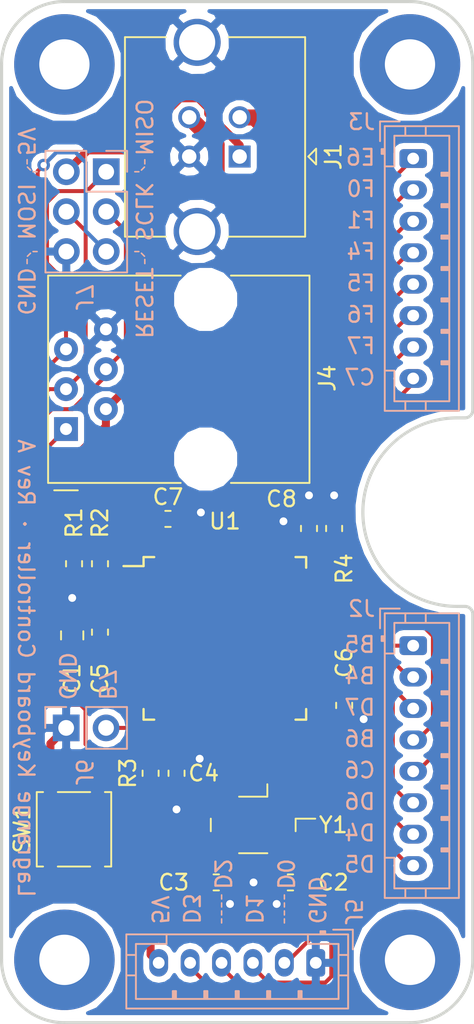
<source format=kicad_pcb>
(kicad_pcb (version 20171130) (host pcbnew 5.0.2+dfsg1-1)

  (general
    (thickness 1.6)
    (drawings 65)
    (tracks 329)
    (zones 0)
    (modules 26)
    (nets 42)
  )

  (page A4)
  (layers
    (0 F.Cu signal)
    (31 B.Cu jumper)
    (32 B.Adhes user)
    (33 F.Adhes user)
    (34 B.Paste user)
    (35 F.Paste user)
    (36 B.SilkS user)
    (37 F.SilkS user)
    (38 B.Mask user)
    (39 F.Mask user)
    (40 Dwgs.User user)
    (41 Cmts.User user)
    (42 Eco1.User user)
    (43 Eco2.User user)
    (44 Edge.Cuts user)
    (45 Margin user)
    (46 B.CrtYd user)
    (47 F.CrtYd user)
    (48 B.Fab user hide)
    (49 F.Fab user hide)
  )

  (setup
    (last_trace_width 0.254)
    (trace_clearance 0.254)
    (zone_clearance 0.254)
    (zone_45_only yes)
    (trace_min 0.1524)
    (segment_width 0.2)
    (edge_width 0.2)
    (via_size 0.8)
    (via_drill 0.4)
    (via_min_size 0.508)
    (via_min_drill 0.254)
    (uvia_size 0.3)
    (uvia_drill 0.1)
    (uvias_allowed no)
    (uvia_min_size 0.2)
    (uvia_min_drill 0.1)
    (pcb_text_width 0.15)
    (pcb_text_size 1 1)
    (mod_edge_width 0.15)
    (mod_text_size 1 1)
    (mod_text_width 0.15)
    (pad_size 6.4 6.4)
    (pad_drill 3.2)
    (pad_to_mask_clearance 0.0508)
    (solder_mask_min_width 0.1016)
    (aux_axis_origin 0 0)
    (visible_elements FFFFFF7F)
    (pcbplotparams
      (layerselection 0x010fc_ffffffff)
      (usegerberextensions false)
      (usegerberattributes false)
      (usegerberadvancedattributes false)
      (creategerberjobfile false)
      (excludeedgelayer true)
      (linewidth 0.100000)
      (plotframeref false)
      (viasonmask false)
      (mode 1)
      (useauxorigin false)
      (hpglpennumber 1)
      (hpglpenspeed 20)
      (hpglpendiameter 15.000000)
      (psnegative false)
      (psa4output false)
      (plotreference true)
      (plotvalue true)
      (plotinvisibletext false)
      (padsonsilk false)
      (subtractmaskfromsilk false)
      (outputformat 1)
      (mirror false)
      (drillshape 1)
      (scaleselection 1)
      (outputdirectory ""))
  )

  (net 0 "")
  (net 1 VCC)
  (net 2 GND)
  (net 3 "Net-(C2-Pad1)")
  (net 4 "Net-(U1-Pad42)")
  (net 5 "Net-(C5-Pad1)")
  (net 6 "Net-(C3-Pad1)")
  (net 7 /E6)
  (net 8 /F7)
  (net 9 /F6)
  (net 10 /F5)
  (net 11 /F4)
  (net 12 /F1)
  (net 13 /F0)
  (net 14 /C7)
  (net 15 /C6)
  (net 16 /B6)
  (net 17 /B4)
  (net 18 /B5)
  (net 19 /D4)
  (net 20 /D6)
  (net 21 /D7)
  (net 22 /SS)
  (net 23 /SCLK)
  (net 24 /MOSI)
  (net 25 /MISO)
  (net 26 "Net-(R4-Pad2)")
  (net 27 /D5)
  (net 28 "Net-(H1-Pad1)")
  (net 29 "Net-(H2-Pad1)")
  (net 30 "Net-(H3-Pad1)")
  (net 31 "Net-(H4-Pad1)")
  (net 32 /RESET)
  (net 33 /D-)
  (net 34 /D+)
  (net 35 /CONN_D-)
  (net 36 /CONN_D+)
  (net 37 /B7)
  (net 38 /D0)
  (net 39 /D1)
  (net 40 /D2)
  (net 41 /D3)

  (net_class Default "This is the default net class."
    (clearance 0.254)
    (trace_width 0.254)
    (via_dia 0.8)
    (via_drill 0.4)
    (uvia_dia 0.3)
    (uvia_drill 0.1)
    (add_net /B4)
    (add_net /B5)
    (add_net /B6)
    (add_net /B7)
    (add_net /C6)
    (add_net /C7)
    (add_net /D+)
    (add_net /D-)
    (add_net /D0)
    (add_net /D1)
    (add_net /D2)
    (add_net /D3)
    (add_net /D4)
    (add_net /D5)
    (add_net /D6)
    (add_net /D7)
    (add_net /E6)
    (add_net /F0)
    (add_net /F1)
    (add_net /F4)
    (add_net /F5)
    (add_net /F6)
    (add_net /F7)
    (add_net /MISO)
    (add_net /MOSI)
    (add_net /RESET)
    (add_net /SCLK)
    (add_net /SS)
    (add_net "Net-(C2-Pad1)")
    (add_net "Net-(C3-Pad1)")
    (add_net "Net-(H1-Pad1)")
    (add_net "Net-(H2-Pad1)")
    (add_net "Net-(H3-Pad1)")
    (add_net "Net-(H4-Pad1)")
    (add_net "Net-(R4-Pad2)")
    (add_net "Net-(U1-Pad42)")
  )

  (net_class Differential ""
    (clearance 0.1524)
    (trace_width 1.016)
    (via_dia 0.8)
    (via_drill 0.4)
    (uvia_dia 0.3)
    (uvia_drill 0.1)
    (diff_pair_gap 0.1524)
    (diff_pair_width 1.016)
    (add_net /CONN_D+)
    (add_net /CONN_D-)
  )

  (net_class Power ""
    (clearance 0.254)
    (trace_width 0.508)
    (via_dia 1)
    (via_drill 0.5)
    (uvia_dia 0.3)
    (uvia_drill 0.1)
    (add_net GND)
    (add_net "Net-(C5-Pad1)")
    (add_net VCC)
  )

  (module Custom:RJ25_TE_5520425 (layer F.Cu) (tedit 5E5B988B) (tstamp 5E63423C)
    (at 54.102 77.211 90)
    (descr "RJ12 connector  https://cdn.amphenol-icc.com/media/wysiwyg/files/drawing/c-bmj-0082.pdf")
    (tags "RJ12 connector")
    (path /5E56F0EF)
    (fp_text reference J4 (at 3.239 16.637 90) (layer F.SilkS)
      (effects (font (size 1 1) (thickness 0.15)))
    )
    (fp_text value 6P6C (at 3.073 7.632 90) (layer F.Fab)
      (effects (font (size 1 1) (thickness 0.15)))
    )
    (fp_text user %R (at 3.16 19.7 90) (layer F.Fab)
      (effects (font (size 1 1) (thickness 0.15)))
    )
    (fp_line (start -3.43 15.5) (end -3.43 0.5) (layer F.Fab) (width 0.1))
    (fp_line (start -3.43 -1.14) (end 9.77 -1.14) (layer F.Fab) (width 0.1))
    (fp_line (start 9.77 -1.14) (end 9.77 15.5) (layer F.Fab) (width 0.1))
    (fp_line (start 9.77 15.5) (end -3.43 15.5) (layer F.Fab) (width 0.1))
    (fp_line (start -4.04 -1.64) (end 10.38 -1.64) (layer F.CrtYd) (width 0.05))
    (fp_line (start 10.38 -1.64) (end 10.38 16) (layer F.CrtYd) (width 0.05))
    (fp_line (start 10.38 16) (end -4.04 16) (layer F.CrtYd) (width 0.05))
    (fp_line (start -4.04 16) (end -4.04 -1.64) (layer F.CrtYd) (width 0.05))
    (fp_line (start -3.43 -1.14) (end 9.77 -1.14) (layer F.SilkS) (width 0.12))
    (fp_line (start 9.77 -1.14) (end 9.77 7.3) (layer F.SilkS) (width 0.12))
    (fp_line (start 9.77 3.79) (end 9.77 3.91) (layer F.SilkS) (width 0.1))
    (fp_line (start 9.77 15.5) (end 9.77 10.5) (layer F.SilkS) (width 0.12))
    (fp_line (start 9.77 3.9) (end 9.77 3.91) (layer F.SilkS) (width 0.1))
    (fp_line (start 9.77 15.5) (end -3.43 15.5) (layer F.SilkS) (width 0.12))
    (fp_line (start -3.43 15.5) (end -3.43 10.5) (layer F.SilkS) (width 0.12))
    (fp_line (start -3.43 7.3) (end -3.43 -1.14) (layer F.SilkS) (width 0.12))
    (fp_line (start -3.9 0.75) (end -3.9 -0.75) (layer F.SilkS) (width 0.12))
    (fp_line (start -3.43 0.5) (end -2.93 0) (layer F.Fab) (width 0.1))
    (fp_line (start -2.93 0) (end -3.43 -0.5) (layer F.Fab) (width 0.1))
    (fp_line (start -3.43 -0.5) (end -3.43 -1.14) (layer F.Fab) (width 0.1))
    (pad 1 thru_hole rect (at 0 0 90) (size 1.52 1.52) (drill 0.76) (layers *.Cu *.Mask)
      (net 22 /SS))
    (pad "" np_thru_hole circle (at -1.91 8.89 90) (size 3.25 3.25) (drill 3.25) (layers *.Cu *.Mask))
    (pad 2 thru_hole circle (at 1.27 2.54 90) (size 1.52 1.52) (drill 0.76) (layers *.Cu *.Mask)
      (net 1 VCC))
    (pad 3 thru_hole circle (at 2.54 0 90) (size 1.52 1.52) (drill 0.76) (layers *.Cu *.Mask)
      (net 24 /MOSI))
    (pad 4 thru_hole circle (at 3.81 2.54 90) (size 1.52 1.52) (drill 0.76) (layers *.Cu *.Mask)
      (net 23 /SCLK))
    (pad 5 thru_hole circle (at 5.08 0 90) (size 1.52 1.52) (drill 0.76) (layers *.Cu *.Mask)
      (net 25 /MISO))
    (pad 6 thru_hole circle (at 6.35 2.54 90) (size 1.52 1.52) (drill 0.76) (layers *.Cu *.Mask)
      (net 2 GND))
    (pad "" np_thru_hole circle (at 8.25 8.89 90) (size 3.25 3.25) (drill 3.25) (layers *.Cu *.Mask))
  )

  (module Connector_PinHeader_2.54mm:PinHeader_1x02_P2.54mm_Vertical (layer B.Cu) (tedit 5E89F013) (tstamp 5E8A98E1)
    (at 54.112 96.235001 270)
    (descr "Through hole straight pin header, 1x02, 2.54mm pitch, single row")
    (tags "Through hole pin header THT 1x02 2.54mm single row")
    (path /5E87E9FC)
    (fp_text reference J6 (at 2.824999 -1.133 270 unlocked) (layer B.SilkS)
      (effects (font (size 1 1) (thickness 0.15)) (justify mirror))
    )
    (fp_text value Conn_01x02 (at 0 -4.87 270) (layer B.Fab)
      (effects (font (size 1 1) (thickness 0.15)) (justify mirror))
    )
    (fp_text user %R (at 0 -1.27 180) (layer B.Fab)
      (effects (font (size 1 1) (thickness 0.15)) (justify mirror))
    )
    (fp_line (start 1.8 1.8) (end -1.8 1.8) (layer B.CrtYd) (width 0.05))
    (fp_line (start 1.8 -4.35) (end 1.8 1.8) (layer B.CrtYd) (width 0.05))
    (fp_line (start -1.8 -4.35) (end 1.8 -4.35) (layer B.CrtYd) (width 0.05))
    (fp_line (start -1.8 1.8) (end -1.8 -4.35) (layer B.CrtYd) (width 0.05))
    (fp_line (start -1.33 1.33) (end 0 1.33) (layer B.SilkS) (width 0.12))
    (fp_line (start -1.33 0) (end -1.33 1.33) (layer B.SilkS) (width 0.12))
    (fp_line (start -1.33 -1.27) (end 1.33 -1.27) (layer B.SilkS) (width 0.12))
    (fp_line (start 1.33 -1.27) (end 1.33 -3.87) (layer B.SilkS) (width 0.12))
    (fp_line (start -1.33 -1.27) (end -1.33 -3.87) (layer B.SilkS) (width 0.12))
    (fp_line (start -1.33 -3.87) (end 1.33 -3.87) (layer B.SilkS) (width 0.12))
    (fp_line (start -1.27 0.635) (end -0.635 1.27) (layer B.Fab) (width 0.1))
    (fp_line (start -1.27 -3.81) (end -1.27 0.635) (layer B.Fab) (width 0.1))
    (fp_line (start 1.27 -3.81) (end -1.27 -3.81) (layer B.Fab) (width 0.1))
    (fp_line (start 1.27 1.27) (end 1.27 -3.81) (layer B.Fab) (width 0.1))
    (fp_line (start -0.635 1.27) (end 1.27 1.27) (layer B.Fab) (width 0.1))
    (pad 2 thru_hole oval (at 0 -2.54 270) (size 1.7 1.7) (drill 1) (layers *.Cu *.Mask)
      (net 37 /B7))
    (pad 1 thru_hole rect (at 0 0 270) (size 1.7 1.7) (drill 1) (layers *.Cu *.Mask)
      (net 2 GND))
    (model ${KISYS3DMOD}/Connector_PinHeader_2.54mm.3dshapes/PinHeader_1x02_P2.54mm_Vertical.wrl
      (at (xyz 0 0 0))
      (scale (xyz 1 1 1))
      (rotate (xyz 0 0 0))
    )
  )

  (module Connector_PinHeader_2.54mm:PinHeader_2x03_P2.54mm_Vertical (layer B.Cu) (tedit 5E89EFFD) (tstamp 5E89F54C)
    (at 56.662 60.833 180)
    (descr "Through hole straight pin header, 2x03, 2.54mm pitch, double rows")
    (tags "Through hole pin header THT 2x03 2.54mm double row")
    (path /5E878E57)
    (fp_text reference J7 (at 1.417 -8.001 270 unlocked) (layer B.SilkS)
      (effects (font (size 1 1) (thickness 0.15)) (justify mirror))
    )
    (fp_text value Conn_02x03_Odd_Even (at 1.27 -7.41 180) (layer B.Fab)
      (effects (font (size 1 1) (thickness 0.15)) (justify mirror))
    )
    (fp_text user %R (at 1.27 -2.54 90) (layer B.Fab)
      (effects (font (size 1 1) (thickness 0.15)) (justify mirror))
    )
    (fp_line (start 4.35 1.8) (end -1.8 1.8) (layer B.CrtYd) (width 0.05))
    (fp_line (start 4.35 -6.85) (end 4.35 1.8) (layer B.CrtYd) (width 0.05))
    (fp_line (start -1.8 -6.85) (end 4.35 -6.85) (layer B.CrtYd) (width 0.05))
    (fp_line (start -1.8 1.8) (end -1.8 -6.85) (layer B.CrtYd) (width 0.05))
    (fp_line (start -1.33 1.33) (end 0 1.33) (layer B.SilkS) (width 0.12))
    (fp_line (start -1.33 0) (end -1.33 1.33) (layer B.SilkS) (width 0.12))
    (fp_line (start 1.27 1.33) (end 3.87 1.33) (layer B.SilkS) (width 0.12))
    (fp_line (start 1.27 -1.27) (end 1.27 1.33) (layer B.SilkS) (width 0.12))
    (fp_line (start -1.33 -1.27) (end 1.27 -1.27) (layer B.SilkS) (width 0.12))
    (fp_line (start 3.87 1.33) (end 3.87 -6.41) (layer B.SilkS) (width 0.12))
    (fp_line (start -1.33 -1.27) (end -1.33 -6.41) (layer B.SilkS) (width 0.12))
    (fp_line (start -1.33 -6.41) (end 3.87 -6.41) (layer B.SilkS) (width 0.12))
    (fp_line (start -1.27 0) (end 0 1.27) (layer B.Fab) (width 0.1))
    (fp_line (start -1.27 -6.35) (end -1.27 0) (layer B.Fab) (width 0.1))
    (fp_line (start 3.81 -6.35) (end -1.27 -6.35) (layer B.Fab) (width 0.1))
    (fp_line (start 3.81 1.27) (end 3.81 -6.35) (layer B.Fab) (width 0.1))
    (fp_line (start 0 1.27) (end 3.81 1.27) (layer B.Fab) (width 0.1))
    (pad 6 thru_hole oval (at 2.54 -5.08 180) (size 1.7 1.7) (drill 1) (layers *.Cu *.Mask)
      (net 2 GND))
    (pad 5 thru_hole oval (at 0 -5.08 180) (size 1.7 1.7) (drill 1) (layers *.Cu *.Mask)
      (net 32 /RESET))
    (pad 4 thru_hole oval (at 2.54 -2.54 180) (size 1.7 1.7) (drill 1) (layers *.Cu *.Mask)
      (net 24 /MOSI))
    (pad 3 thru_hole oval (at 0 -2.54 180) (size 1.7 1.7) (drill 1) (layers *.Cu *.Mask)
      (net 23 /SCLK))
    (pad 2 thru_hole oval (at 2.54 0 180) (size 1.7 1.7) (drill 1) (layers *.Cu *.Mask)
      (net 1 VCC))
    (pad 1 thru_hole rect (at 0 0 180) (size 1.7 1.7) (drill 1) (layers *.Cu *.Mask)
      (net 25 /MISO))
    (model ${KISYS3DMOD}/Connector_PinHeader_2.54mm.3dshapes/PinHeader_2x03_P2.54mm_Vertical.wrl
      (at (xyz 0 0 0))
      (scale (xyz 1 1 1))
      (rotate (xyz 0 0 0))
    )
  )

  (module Connector_JST:JST_PH_B6B-PH-K_1x06_P2.00mm_Vertical (layer B.Cu) (tedit 5E89F028) (tstamp 5E813E8F)
    (at 70.0024 111.1885 180)
    (descr "JST PH series connector, B6B-PH-K (http://www.jst-mfg.com/product/pdf/eng/ePH.pdf), generated with kicad-footprint-generator")
    (tags "connector JST PH side entry")
    (path /5E80E2AC)
    (fp_text reference J5 (at -2.3876 3.2385 270 unlocked) (layer B.SilkS)
      (effects (font (size 1 1) (thickness 0.15)) (justify mirror))
    )
    (fp_text value Conn_01x06 (at 5 2.9845 180) (layer B.Fab)
      (effects (font (size 1 1) (thickness 0.15)) (justify mirror))
    )
    (fp_text user %R (at 5 -1.5 180) (layer B.Fab)
      (effects (font (size 1 1) (thickness 0.15)) (justify mirror))
    )
    (fp_line (start 12.45 2.2) (end -2.45 2.2) (layer B.CrtYd) (width 0.05))
    (fp_line (start 12.45 -3.3) (end 12.45 2.2) (layer B.CrtYd) (width 0.05))
    (fp_line (start -2.45 -3.3) (end 12.45 -3.3) (layer B.CrtYd) (width 0.05))
    (fp_line (start -2.45 2.2) (end -2.45 -3.3) (layer B.CrtYd) (width 0.05))
    (fp_line (start 11.95 1.7) (end -1.95 1.7) (layer B.Fab) (width 0.1))
    (fp_line (start 11.95 -2.8) (end 11.95 1.7) (layer B.Fab) (width 0.1))
    (fp_line (start -1.95 -2.8) (end 11.95 -2.8) (layer B.Fab) (width 0.1))
    (fp_line (start -1.95 1.7) (end -1.95 -2.8) (layer B.Fab) (width 0.1))
    (fp_line (start -2.36 2.11) (end -2.36 0.86) (layer B.Fab) (width 0.1))
    (fp_line (start -1.11 2.11) (end -2.36 2.11) (layer B.Fab) (width 0.1))
    (fp_line (start -2.36 2.11) (end -2.36 0.86) (layer B.SilkS) (width 0.12))
    (fp_line (start -1.11 2.11) (end -2.36 2.11) (layer B.SilkS) (width 0.12))
    (fp_line (start 9 -2.3) (end 9 -1.8) (layer B.SilkS) (width 0.12))
    (fp_line (start 9.1 -1.8) (end 9.1 -2.3) (layer B.SilkS) (width 0.12))
    (fp_line (start 8.9 -1.8) (end 9.1 -1.8) (layer B.SilkS) (width 0.12))
    (fp_line (start 8.9 -2.3) (end 8.9 -1.8) (layer B.SilkS) (width 0.12))
    (fp_line (start 7 -2.3) (end 7 -1.8) (layer B.SilkS) (width 0.12))
    (fp_line (start 7.1 -1.8) (end 7.1 -2.3) (layer B.SilkS) (width 0.12))
    (fp_line (start 6.9 -1.8) (end 7.1 -1.8) (layer B.SilkS) (width 0.12))
    (fp_line (start 6.9 -2.3) (end 6.9 -1.8) (layer B.SilkS) (width 0.12))
    (fp_line (start 5 -2.3) (end 5 -1.8) (layer B.SilkS) (width 0.12))
    (fp_line (start 5.1 -1.8) (end 5.1 -2.3) (layer B.SilkS) (width 0.12))
    (fp_line (start 4.9 -1.8) (end 5.1 -1.8) (layer B.SilkS) (width 0.12))
    (fp_line (start 4.9 -2.3) (end 4.9 -1.8) (layer B.SilkS) (width 0.12))
    (fp_line (start 3 -2.3) (end 3 -1.8) (layer B.SilkS) (width 0.12))
    (fp_line (start 3.1 -1.8) (end 3.1 -2.3) (layer B.SilkS) (width 0.12))
    (fp_line (start 2.9 -1.8) (end 3.1 -1.8) (layer B.SilkS) (width 0.12))
    (fp_line (start 2.9 -2.3) (end 2.9 -1.8) (layer B.SilkS) (width 0.12))
    (fp_line (start 1 -2.3) (end 1 -1.8) (layer B.SilkS) (width 0.12))
    (fp_line (start 1.1 -1.8) (end 1.1 -2.3) (layer B.SilkS) (width 0.12))
    (fp_line (start 0.9 -1.8) (end 1.1 -1.8) (layer B.SilkS) (width 0.12))
    (fp_line (start 0.9 -2.3) (end 0.9 -1.8) (layer B.SilkS) (width 0.12))
    (fp_line (start 12.06 -0.8) (end 11.45 -0.8) (layer B.SilkS) (width 0.12))
    (fp_line (start 12.06 0.5) (end 11.45 0.5) (layer B.SilkS) (width 0.12))
    (fp_line (start -2.06 -0.8) (end -1.45 -0.8) (layer B.SilkS) (width 0.12))
    (fp_line (start -2.06 0.5) (end -1.45 0.5) (layer B.SilkS) (width 0.12))
    (fp_line (start 9.5 1.2) (end 9.5 1.81) (layer B.SilkS) (width 0.12))
    (fp_line (start 11.45 1.2) (end 9.5 1.2) (layer B.SilkS) (width 0.12))
    (fp_line (start 11.45 -2.3) (end 11.45 1.2) (layer B.SilkS) (width 0.12))
    (fp_line (start -1.45 -2.3) (end 11.45 -2.3) (layer B.SilkS) (width 0.12))
    (fp_line (start -1.45 1.2) (end -1.45 -2.3) (layer B.SilkS) (width 0.12))
    (fp_line (start 0.5 1.2) (end -1.45 1.2) (layer B.SilkS) (width 0.12))
    (fp_line (start 0.5 1.81) (end 0.5 1.2) (layer B.SilkS) (width 0.12))
    (fp_line (start -0.3 1.91) (end -0.6 1.91) (layer B.SilkS) (width 0.12))
    (fp_line (start -0.6 2.01) (end -0.6 1.81) (layer B.SilkS) (width 0.12))
    (fp_line (start -0.3 2.01) (end -0.6 2.01) (layer B.SilkS) (width 0.12))
    (fp_line (start -0.3 1.81) (end -0.3 2.01) (layer B.SilkS) (width 0.12))
    (fp_line (start 12.06 1.81) (end -2.06 1.81) (layer B.SilkS) (width 0.12))
    (fp_line (start 12.06 -2.91) (end 12.06 1.81) (layer B.SilkS) (width 0.12))
    (fp_line (start -2.06 -2.91) (end 12.06 -2.91) (layer B.SilkS) (width 0.12))
    (fp_line (start -2.06 1.81) (end -2.06 -2.91) (layer B.SilkS) (width 0.12))
    (pad 6 thru_hole oval (at 10 0 180) (size 1.2 1.75) (drill 0.75) (layers *.Cu *.Mask)
      (net 1 VCC))
    (pad 5 thru_hole oval (at 8 0 180) (size 1.2 1.75) (drill 0.75) (layers *.Cu *.Mask)
      (net 41 /D3))
    (pad 4 thru_hole oval (at 6 0 180) (size 1.2 1.75) (drill 0.75) (layers *.Cu *.Mask)
      (net 40 /D2))
    (pad 3 thru_hole oval (at 4 0 180) (size 1.2 1.75) (drill 0.75) (layers *.Cu *.Mask)
      (net 39 /D1))
    (pad 2 thru_hole oval (at 2 0 180) (size 1.2 1.75) (drill 0.75) (layers *.Cu *.Mask)
      (net 38 /D0))
    (pad 1 thru_hole roundrect (at 0 0 180) (size 1.2 1.75) (drill 0.75) (layers *.Cu *.Mask) (roundrect_rratio 0.208333)
      (net 2 GND))
    (model ${KISYS3DMOD}/Connector_JST.3dshapes/JST_PH_B6B-PH-K_1x06_P2.00mm_Vertical.wrl
      (at (xyz 0 0 0))
      (scale (xyz 1 1 1))
      (rotate (xyz 0 0 0))
    )
  )

  (module Custom:USB_B_TE_5787834_Vertical (layer F.Cu) (tedit 5E80A4BB) (tstamp 5E66336E)
    (at 65.155 59.865 270)
    (descr http://www.mouser.com/ds/2/418/NG_CD_5787834_A4-669110.pdf)
    (tags "USB_B USB B vertical female connector")
    (path /5E08B147)
    (fp_text reference J1 (at 0 -5.965 270) (layer F.SilkS)
      (effects (font (size 1 1) (thickness 0.15)))
    )
    (fp_text value USB_B (at -5.695 -1.364 270) (layer F.Fab)
      (effects (font (size 1 1) (thickness 0.15)))
    )
    (fp_text user %R (at -5.645 -3.114 270) (layer F.Fab)
      (effects (font (size 1 1) (thickness 0.15)))
    )
    (fp_line (start -7.6 0.7) (end -7.6 -4.17) (layer F.SilkS) (width 0.12))
    (fp_line (start -7.6 7.3) (end -7.6 4.7) (layer F.SilkS) (width 0.12))
    (fp_line (start 5.1 7.3) (end -7.6 7.3) (layer F.SilkS) (width 0.12))
    (fp_line (start 5.1 4.7) (end 5.1 7.3) (layer F.SilkS) (width 0.12))
    (fp_line (start 5.1 -4.17) (end 5.1 0.7) (layer F.SilkS) (width 0.12))
    (fp_line (start -7.6 -4.17) (end 5.1 -4.17) (layer F.SilkS) (width 0.12))
    (fp_line (start -0.5 -4.87) (end 0 -4.37) (layer F.SilkS) (width 0.12))
    (fp_line (start 0.5 -4.87) (end -0.5 -4.87) (layer F.SilkS) (width 0.12))
    (fp_line (start 0 -4.37) (end 0.5 -4.87) (layer F.SilkS) (width 0.12))
    (fp_line (start 4.3 -4.12) (end 5.05 -3.37) (layer F.Fab) (width 0.1))
    (fp_line (start -7.55 -4.12) (end 4.3 -4.12) (layer F.Fab) (width 0.1))
    (fp_line (start 5.05 -3.37) (end 5.05 7.24) (layer F.Fab) (width 0.1))
    (fp_line (start 5.05 7.24) (end -7.55 7.24) (layer F.Fab) (width 0.1))
    (fp_line (start -7.55 7.24) (end -7.55 -4.12) (layer F.Fab) (width 0.1))
    (fp_line (start -9 -4.37) (end 6.5 -4.37) (layer F.CrtYd) (width 0.05))
    (fp_line (start -9 -4.37) (end -9 7.49) (layer F.CrtYd) (width 0.05))
    (fp_line (start 6.5 7.49) (end 6.5 -4.37) (layer F.CrtYd) (width 0.05))
    (fp_line (start 6.5 7.49) (end -9 7.49) (layer F.CrtYd) (width 0.05))
    (pad 5 thru_hole circle (at 4.77 2.705 270) (size 3 3) (drill 2.3) (layers *.Cu *.Mask)
      (net 2 GND))
    (pad 4 thru_hole circle (at 0 3.21 270) (size 1.4 1.4) (drill 0.92) (layers *.Cu *.Mask)
      (net 2 GND))
    (pad 3 thru_hole circle (at -2.5 3.21 270) (size 1.4 1.4) (drill 0.92) (layers *.Cu *.Mask)
      (net 36 /CONN_D+))
    (pad 1 thru_hole rect (at 0 0 270) (size 1.4 1.4) (drill 0.92) (layers *.Cu *.Mask)
      (net 1 VCC))
    (pad 5 thru_hole circle (at -7.27 2.705 270) (size 3 3) (drill 2.3) (layers *.Cu *.Mask)
      (net 2 GND))
    (pad 2 thru_hole circle (at -2.5 0 270) (size 1.4 1.4) (drill 0.92) (layers *.Cu *.Mask)
      (net 35 /CONN_D-))
    (model ${KIPRJMOD}/Custom.3dshapes/c-5787834-1-c-3d.stp
      (offset (xyz -1.25 -1.55 15.35))
      (scale (xyz 1 1 1))
      (rotate (xyz 0 0 0))
    )
  )

  (module Custom:Crystal_SMD_Abracon_ABM3B-4Pin_5.0x3.2mm_HandSoldering (layer F.Cu) (tedit 5E7E43DC) (tstamp 5E7E6F98)
    (at 66.0195 102.4126 180)
    (descr "Abracon Miniature Ceramic Smd Crystal ABM3B http://www.abracon.com/Resonators/abm3b.pdf, 5.0x3.2mm^2 package")
    (tags "SMD SMT crystal")
    (path /5E519567)
    (attr smd)
    (fp_text reference Y1 (at -5.1005 0) (layer F.SilkS)
      (effects (font (size 1 1) (thickness 0.15)))
    )
    (fp_text value Crystal_GND24 (at 0 3.45 180) (layer F.Fab)
      (effects (font (size 1 1) (thickness 0.15)))
    )
    (fp_circle (center 0 0) (end 0.116667 0) (layer F.Adhes) (width 0.233333))
    (fp_circle (center 0 0) (end 0.266667 0) (layer F.Adhes) (width 0.166667))
    (fp_circle (center 0 0) (end 0.416667 0) (layer F.Adhes) (width 0.166667))
    (fp_circle (center 0 0) (end 0.5 0) (layer F.Adhes) (width 0.1))
    (fp_line (start 4.05 -2.65) (end -4.05 -2.65) (layer F.CrtYd) (width 0.05))
    (fp_line (start 4.05 2.65) (end 4.05 -2.65) (layer F.CrtYd) (width 0.05))
    (fp_line (start -4.05 2.65) (end 4.05 2.65) (layer F.CrtYd) (width 0.05))
    (fp_line (start -4.05 -2.65) (end -4.05 2.65) (layer F.CrtYd) (width 0.05))
    (fp_line (start -0.9 1.8) (end -0.9 2.59) (layer F.SilkS) (width 0.12))
    (fp_line (start 0.9 1.8) (end -0.9 1.8) (layer F.SilkS) (width 0.12))
    (fp_line (start -0.9 -1.8) (end 0.9 -1.8) (layer F.SilkS) (width 0.12))
    (fp_line (start 2.7 -0.4) (end 2.7 0.4) (layer F.SilkS) (width 0.12))
    (fp_line (start -2.7 0.4) (end -2.7 -0.4) (layer F.SilkS) (width 0.12))
    (fp_line (start -3.95 0.4) (end -2.7 0.4) (layer F.SilkS) (width 0.12))
    (fp_line (start -2.5 0.6) (end -1.5 1.6) (layer F.Fab) (width 0.1))
    (fp_line (start -2.5 -1.4) (end -2.3 -1.6) (layer F.Fab) (width 0.1))
    (fp_line (start -2.5 1.4) (end -2.5 -1.4) (layer F.Fab) (width 0.1))
    (fp_line (start -2.3 1.6) (end -2.5 1.4) (layer F.Fab) (width 0.1))
    (fp_line (start 2.3 1.6) (end -2.3 1.6) (layer F.Fab) (width 0.1))
    (fp_line (start 2.5 1.4) (end 2.3 1.6) (layer F.Fab) (width 0.1))
    (fp_line (start 2.5 -1.4) (end 2.5 1.4) (layer F.Fab) (width 0.1))
    (fp_line (start 2.3 -1.6) (end 2.5 -1.4) (layer F.Fab) (width 0.1))
    (fp_line (start -2.3 -1.6) (end 2.3 -1.6) (layer F.Fab) (width 0.1))
    (fp_text user %R (at 0 0 180) (layer F.Fab)
      (effects (font (size 1 1) (thickness 0.15)))
    )
    (pad 4 smd rect (at -2.45 -1.5 180) (size 2.7 1.8) (layers F.Cu F.Paste F.Mask)
      (net 2 GND))
    (pad 3 smd rect (at 2.45 -1.5 180) (size 2.7 1.8) (layers F.Cu F.Paste F.Mask)
      (net 6 "Net-(C3-Pad1)"))
    (pad 2 smd rect (at 2.45 1.5 180) (size 2.7 1.8) (layers F.Cu F.Paste F.Mask)
      (net 2 GND))
    (pad 1 smd rect (at -2.45 1.5 180) (size 2.7 1.8) (layers F.Cu F.Paste F.Mask)
      (net 3 "Net-(C2-Pad1)"))
    (model ${KISYS3DMOD}/Crystal.3dshapes/Crystal_SMD_Abracon_ABM3B-4Pin_5.0x3.2mm.wrl
      (at (xyz 0 0 0))
      (scale (xyz 1 1 1))
      (rotate (xyz 0 0 0))
    )
  )

  (module Capacitor_SMD:C_0603_1608Metric_Pad1.05x0.95mm_HandSolder (layer F.Cu) (tedit 5B301BBE) (tstamp 5E7B9F50)
    (at 61.1378 99.1222 270)
    (descr "Capacitor SMD 0603 (1608 Metric), square (rectangular) end terminal, IPC_7351 nominal with elongated pad for handsoldering. (Body size source: http://www.tortai-tech.com/upload/download/2011102023233369053.pdf), generated with kicad-footprint-generator")
    (tags "capacitor handsolder")
    (path /5E0E2590)
    (attr smd)
    (fp_text reference C4 (at 0 -1.7272) (layer F.SilkS)
      (effects (font (size 1 1) (thickness 0.15)))
    )
    (fp_text value 100nF (at 0 1.43 270) (layer F.Fab)
      (effects (font (size 1 1) (thickness 0.15)))
    )
    (fp_text user %R (at 0 0 270) (layer F.Fab)
      (effects (font (size 0.4 0.4) (thickness 0.06)))
    )
    (fp_line (start 1.65 0.73) (end -1.65 0.73) (layer F.CrtYd) (width 0.05))
    (fp_line (start 1.65 -0.73) (end 1.65 0.73) (layer F.CrtYd) (width 0.05))
    (fp_line (start -1.65 -0.73) (end 1.65 -0.73) (layer F.CrtYd) (width 0.05))
    (fp_line (start -1.65 0.73) (end -1.65 -0.73) (layer F.CrtYd) (width 0.05))
    (fp_line (start -0.171267 0.51) (end 0.171267 0.51) (layer F.SilkS) (width 0.12))
    (fp_line (start -0.171267 -0.51) (end 0.171267 -0.51) (layer F.SilkS) (width 0.12))
    (fp_line (start 0.8 0.4) (end -0.8 0.4) (layer F.Fab) (width 0.1))
    (fp_line (start 0.8 -0.4) (end 0.8 0.4) (layer F.Fab) (width 0.1))
    (fp_line (start -0.8 -0.4) (end 0.8 -0.4) (layer F.Fab) (width 0.1))
    (fp_line (start -0.8 0.4) (end -0.8 -0.4) (layer F.Fab) (width 0.1))
    (pad 2 smd roundrect (at 0.875 0 270) (size 1.05 0.95) (layers F.Cu F.Paste F.Mask) (roundrect_rratio 0.25)
      (net 2 GND))
    (pad 1 smd roundrect (at -0.875 0 270) (size 1.05 0.95) (layers F.Cu F.Paste F.Mask) (roundrect_rratio 0.25)
      (net 1 VCC))
    (model ${KISYS3DMOD}/Capacitor_SMD.3dshapes/C_0603_1608Metric.wrl
      (at (xyz 0 0 0))
      (scale (xyz 1 1 1))
      (rotate (xyz 0 0 0))
    )
  )

  (module Capacitor_SMD:C_0805_2012Metric_Pad1.15x1.40mm_HandSolder (layer F.Cu) (tedit 5B36C52B) (tstamp 5E7A8BD0)
    (at 54.4957 90.3441 90)
    (descr "Capacitor SMD 0805 (2012 Metric), square (rectangular) end terminal, IPC_7351 nominal with elongated pad for handsoldering. (Body size source: https://docs.google.com/spreadsheets/d/1BsfQQcO9C6DZCsRaXUlFlo91Tg2WpOkGARC1WS5S8t0/edit?usp=sharing), generated with kicad-footprint-generator")
    (tags "capacitor handsolder")
    (path /5E08CC67)
    (attr smd)
    (fp_text reference C1 (at -2.7469 0 90) (layer F.SilkS)
      (effects (font (size 1 1) (thickness 0.15)))
    )
    (fp_text value 10uF (at 0 1.65 90) (layer F.Fab)
      (effects (font (size 1 1) (thickness 0.15)))
    )
    (fp_text user %R (at 0 0 90) (layer F.Fab)
      (effects (font (size 0.5 0.5) (thickness 0.08)))
    )
    (fp_line (start 1.85 0.95) (end -1.85 0.95) (layer F.CrtYd) (width 0.05))
    (fp_line (start 1.85 -0.95) (end 1.85 0.95) (layer F.CrtYd) (width 0.05))
    (fp_line (start -1.85 -0.95) (end 1.85 -0.95) (layer F.CrtYd) (width 0.05))
    (fp_line (start -1.85 0.95) (end -1.85 -0.95) (layer F.CrtYd) (width 0.05))
    (fp_line (start -0.261252 0.71) (end 0.261252 0.71) (layer F.SilkS) (width 0.12))
    (fp_line (start -0.261252 -0.71) (end 0.261252 -0.71) (layer F.SilkS) (width 0.12))
    (fp_line (start 1 0.6) (end -1 0.6) (layer F.Fab) (width 0.1))
    (fp_line (start 1 -0.6) (end 1 0.6) (layer F.Fab) (width 0.1))
    (fp_line (start -1 -0.6) (end 1 -0.6) (layer F.Fab) (width 0.1))
    (fp_line (start -1 0.6) (end -1 -0.6) (layer F.Fab) (width 0.1))
    (pad 2 smd roundrect (at 1.025 0 90) (size 1.15 1.4) (layers F.Cu F.Paste F.Mask) (roundrect_rratio 0.217391)
      (net 2 GND))
    (pad 1 smd roundrect (at -1.025 0 90) (size 1.15 1.4) (layers F.Cu F.Paste F.Mask) (roundrect_rratio 0.217391)
      (net 1 VCC))
    (model ${KISYS3DMOD}/Capacitor_SMD.3dshapes/C_0805_2012Metric.wrl
      (at (xyz 0 0 0))
      (scale (xyz 1 1 1))
      (rotate (xyz 0 0 0))
    )
  )

  (module Connector_JST:JST_PH_B8B-PH-K_1x08_P2.00mm_Vertical (layer B.Cu) (tedit 5B7745C2) (tstamp 5E675543)
    (at 76.204 91 270)
    (descr "JST PH series connector, B8B-PH-K (http://www.jst-mfg.com/product/pdf/eng/ePH.pdf), generated with kicad-footprint-generator")
    (tags "connector JST PH side entry")
    (path /5E0F477A)
    (fp_text reference J2 (at -2.354 3.2825 180) (layer B.SilkS)
      (effects (font (size 1 1) (thickness 0.15)) (justify mirror))
    )
    (fp_text value Conn_01x08 (at 7 2.925 270) (layer B.Fab)
      (effects (font (size 1 1) (thickness 0.15)) (justify mirror))
    )
    (fp_text user %R (at 7 -1.5 270) (layer B.Fab)
      (effects (font (size 1 1) (thickness 0.15)) (justify mirror))
    )
    (fp_line (start 16.45 2.2) (end -2.45 2.2) (layer B.CrtYd) (width 0.05))
    (fp_line (start 16.45 -3.3) (end 16.45 2.2) (layer B.CrtYd) (width 0.05))
    (fp_line (start -2.45 -3.3) (end 16.45 -3.3) (layer B.CrtYd) (width 0.05))
    (fp_line (start -2.45 2.2) (end -2.45 -3.3) (layer B.CrtYd) (width 0.05))
    (fp_line (start 15.95 1.7) (end -1.95 1.7) (layer B.Fab) (width 0.1))
    (fp_line (start 15.95 -2.8) (end 15.95 1.7) (layer B.Fab) (width 0.1))
    (fp_line (start -1.95 -2.8) (end 15.95 -2.8) (layer B.Fab) (width 0.1))
    (fp_line (start -1.95 1.7) (end -1.95 -2.8) (layer B.Fab) (width 0.1))
    (fp_line (start -2.36 2.11) (end -2.36 0.86) (layer B.Fab) (width 0.1))
    (fp_line (start -1.11 2.11) (end -2.36 2.11) (layer B.Fab) (width 0.1))
    (fp_line (start -2.36 2.11) (end -2.36 0.86) (layer B.SilkS) (width 0.12))
    (fp_line (start -1.11 2.11) (end -2.36 2.11) (layer B.SilkS) (width 0.12))
    (fp_line (start 13 -2.3) (end 13 -1.8) (layer B.SilkS) (width 0.12))
    (fp_line (start 13.1 -1.8) (end 13.1 -2.3) (layer B.SilkS) (width 0.12))
    (fp_line (start 12.9 -1.8) (end 13.1 -1.8) (layer B.SilkS) (width 0.12))
    (fp_line (start 12.9 -2.3) (end 12.9 -1.8) (layer B.SilkS) (width 0.12))
    (fp_line (start 11 -2.3) (end 11 -1.8) (layer B.SilkS) (width 0.12))
    (fp_line (start 11.1 -1.8) (end 11.1 -2.3) (layer B.SilkS) (width 0.12))
    (fp_line (start 10.9 -1.8) (end 11.1 -1.8) (layer B.SilkS) (width 0.12))
    (fp_line (start 10.9 -2.3) (end 10.9 -1.8) (layer B.SilkS) (width 0.12))
    (fp_line (start 9 -2.3) (end 9 -1.8) (layer B.SilkS) (width 0.12))
    (fp_line (start 9.1 -1.8) (end 9.1 -2.3) (layer B.SilkS) (width 0.12))
    (fp_line (start 8.9 -1.8) (end 9.1 -1.8) (layer B.SilkS) (width 0.12))
    (fp_line (start 8.9 -2.3) (end 8.9 -1.8) (layer B.SilkS) (width 0.12))
    (fp_line (start 7 -2.3) (end 7 -1.8) (layer B.SilkS) (width 0.12))
    (fp_line (start 7.1 -1.8) (end 7.1 -2.3) (layer B.SilkS) (width 0.12))
    (fp_line (start 6.9 -1.8) (end 7.1 -1.8) (layer B.SilkS) (width 0.12))
    (fp_line (start 6.9 -2.3) (end 6.9 -1.8) (layer B.SilkS) (width 0.12))
    (fp_line (start 5 -2.3) (end 5 -1.8) (layer B.SilkS) (width 0.12))
    (fp_line (start 5.1 -1.8) (end 5.1 -2.3) (layer B.SilkS) (width 0.12))
    (fp_line (start 4.9 -1.8) (end 5.1 -1.8) (layer B.SilkS) (width 0.12))
    (fp_line (start 4.9 -2.3) (end 4.9 -1.8) (layer B.SilkS) (width 0.12))
    (fp_line (start 3 -2.3) (end 3 -1.8) (layer B.SilkS) (width 0.12))
    (fp_line (start 3.1 -1.8) (end 3.1 -2.3) (layer B.SilkS) (width 0.12))
    (fp_line (start 2.9 -1.8) (end 3.1 -1.8) (layer B.SilkS) (width 0.12))
    (fp_line (start 2.9 -2.3) (end 2.9 -1.8) (layer B.SilkS) (width 0.12))
    (fp_line (start 1 -2.3) (end 1 -1.8) (layer B.SilkS) (width 0.12))
    (fp_line (start 1.1 -1.8) (end 1.1 -2.3) (layer B.SilkS) (width 0.12))
    (fp_line (start 0.9 -1.8) (end 1.1 -1.8) (layer B.SilkS) (width 0.12))
    (fp_line (start 0.9 -2.3) (end 0.9 -1.8) (layer B.SilkS) (width 0.12))
    (fp_line (start 16.06 -0.8) (end 15.45 -0.8) (layer B.SilkS) (width 0.12))
    (fp_line (start 16.06 0.5) (end 15.45 0.5) (layer B.SilkS) (width 0.12))
    (fp_line (start -2.06 -0.8) (end -1.45 -0.8) (layer B.SilkS) (width 0.12))
    (fp_line (start -2.06 0.5) (end -1.45 0.5) (layer B.SilkS) (width 0.12))
    (fp_line (start 13.5 1.2) (end 13.5 1.81) (layer B.SilkS) (width 0.12))
    (fp_line (start 15.45 1.2) (end 13.5 1.2) (layer B.SilkS) (width 0.12))
    (fp_line (start 15.45 -2.3) (end 15.45 1.2) (layer B.SilkS) (width 0.12))
    (fp_line (start -1.45 -2.3) (end 15.45 -2.3) (layer B.SilkS) (width 0.12))
    (fp_line (start -1.45 1.2) (end -1.45 -2.3) (layer B.SilkS) (width 0.12))
    (fp_line (start 0.5 1.2) (end -1.45 1.2) (layer B.SilkS) (width 0.12))
    (fp_line (start 0.5 1.81) (end 0.5 1.2) (layer B.SilkS) (width 0.12))
    (fp_line (start -0.3 1.91) (end -0.6 1.91) (layer B.SilkS) (width 0.12))
    (fp_line (start -0.6 2.01) (end -0.6 1.81) (layer B.SilkS) (width 0.12))
    (fp_line (start -0.3 2.01) (end -0.6 2.01) (layer B.SilkS) (width 0.12))
    (fp_line (start -0.3 1.81) (end -0.3 2.01) (layer B.SilkS) (width 0.12))
    (fp_line (start 16.06 1.81) (end -2.06 1.81) (layer B.SilkS) (width 0.12))
    (fp_line (start 16.06 -2.91) (end 16.06 1.81) (layer B.SilkS) (width 0.12))
    (fp_line (start -2.06 -2.91) (end 16.06 -2.91) (layer B.SilkS) (width 0.12))
    (fp_line (start -2.06 1.81) (end -2.06 -2.91) (layer B.SilkS) (width 0.12))
    (pad 8 thru_hole oval (at 14 0 270) (size 1.2 1.75) (drill 0.75) (layers *.Cu *.Mask)
      (net 27 /D5))
    (pad 7 thru_hole oval (at 12 0 270) (size 1.2 1.75) (drill 0.75) (layers *.Cu *.Mask)
      (net 19 /D4))
    (pad 6 thru_hole oval (at 10 0 270) (size 1.2 1.75) (drill 0.75) (layers *.Cu *.Mask)
      (net 20 /D6))
    (pad 5 thru_hole oval (at 8 0 270) (size 1.2 1.75) (drill 0.75) (layers *.Cu *.Mask)
      (net 15 /C6))
    (pad 4 thru_hole oval (at 6 0 270) (size 1.2 1.75) (drill 0.75) (layers *.Cu *.Mask)
      (net 16 /B6))
    (pad 3 thru_hole oval (at 4 0 270) (size 1.2 1.75) (drill 0.75) (layers *.Cu *.Mask)
      (net 21 /D7))
    (pad 2 thru_hole oval (at 2 0 270) (size 1.2 1.75) (drill 0.75) (layers *.Cu *.Mask)
      (net 17 /B4))
    (pad 1 thru_hole roundrect (at 0 0 270) (size 1.2 1.75) (drill 0.75) (layers *.Cu *.Mask) (roundrect_rratio 0.208333)
      (net 18 /B5))
    (model ${KISYS3DMOD}/Connector_JST.3dshapes/JST_PH_B8B-PH-K_1x08_P2.00mm_Vertical.wrl
      (at (xyz 0 0 0))
      (scale (xyz 1 1 1))
      (rotate (xyz 0 0 0))
    )
  )

  (module Connector_JST:JST_PH_B8B-PH-K_1x08_P2.00mm_Vertical (layer B.Cu) (tedit 5B7745C2) (tstamp 5E65A34D)
    (at 76.204 59.992 270)
    (descr "JST PH series connector, B8B-PH-K (http://www.jst-mfg.com/product/pdf/eng/ePH.pdf), generated with kicad-footprint-generator")
    (tags "connector JST PH side entry")
    (path /5E0F30D5)
    (fp_text reference J3 (at -2.334 3.2825) (layer B.SilkS)
      (effects (font (size 1 1) (thickness 0.15)) (justify mirror))
    )
    (fp_text value Conn_01x08 (at 7 3.052 270) (layer B.Fab)
      (effects (font (size 1 1) (thickness 0.15)) (justify mirror))
    )
    (fp_text user %R (at 7 -1.5 270) (layer B.Fab)
      (effects (font (size 1 1) (thickness 0.15)) (justify mirror))
    )
    (fp_line (start 16.45 2.2) (end -2.45 2.2) (layer B.CrtYd) (width 0.05))
    (fp_line (start 16.45 -3.3) (end 16.45 2.2) (layer B.CrtYd) (width 0.05))
    (fp_line (start -2.45 -3.3) (end 16.45 -3.3) (layer B.CrtYd) (width 0.05))
    (fp_line (start -2.45 2.2) (end -2.45 -3.3) (layer B.CrtYd) (width 0.05))
    (fp_line (start 15.95 1.7) (end -1.95 1.7) (layer B.Fab) (width 0.1))
    (fp_line (start 15.95 -2.8) (end 15.95 1.7) (layer B.Fab) (width 0.1))
    (fp_line (start -1.95 -2.8) (end 15.95 -2.8) (layer B.Fab) (width 0.1))
    (fp_line (start -1.95 1.7) (end -1.95 -2.8) (layer B.Fab) (width 0.1))
    (fp_line (start -2.36 2.11) (end -2.36 0.86) (layer B.Fab) (width 0.1))
    (fp_line (start -1.11 2.11) (end -2.36 2.11) (layer B.Fab) (width 0.1))
    (fp_line (start -2.36 2.11) (end -2.36 0.86) (layer B.SilkS) (width 0.12))
    (fp_line (start -1.11 2.11) (end -2.36 2.11) (layer B.SilkS) (width 0.12))
    (fp_line (start 13 -2.3) (end 13 -1.8) (layer B.SilkS) (width 0.12))
    (fp_line (start 13.1 -1.8) (end 13.1 -2.3) (layer B.SilkS) (width 0.12))
    (fp_line (start 12.9 -1.8) (end 13.1 -1.8) (layer B.SilkS) (width 0.12))
    (fp_line (start 12.9 -2.3) (end 12.9 -1.8) (layer B.SilkS) (width 0.12))
    (fp_line (start 11 -2.3) (end 11 -1.8) (layer B.SilkS) (width 0.12))
    (fp_line (start 11.1 -1.8) (end 11.1 -2.3) (layer B.SilkS) (width 0.12))
    (fp_line (start 10.9 -1.8) (end 11.1 -1.8) (layer B.SilkS) (width 0.12))
    (fp_line (start 10.9 -2.3) (end 10.9 -1.8) (layer B.SilkS) (width 0.12))
    (fp_line (start 9 -2.3) (end 9 -1.8) (layer B.SilkS) (width 0.12))
    (fp_line (start 9.1 -1.8) (end 9.1 -2.3) (layer B.SilkS) (width 0.12))
    (fp_line (start 8.9 -1.8) (end 9.1 -1.8) (layer B.SilkS) (width 0.12))
    (fp_line (start 8.9 -2.3) (end 8.9 -1.8) (layer B.SilkS) (width 0.12))
    (fp_line (start 7 -2.3) (end 7 -1.8) (layer B.SilkS) (width 0.12))
    (fp_line (start 7.1 -1.8) (end 7.1 -2.3) (layer B.SilkS) (width 0.12))
    (fp_line (start 6.9 -1.8) (end 7.1 -1.8) (layer B.SilkS) (width 0.12))
    (fp_line (start 6.9 -2.3) (end 6.9 -1.8) (layer B.SilkS) (width 0.12))
    (fp_line (start 5 -2.3) (end 5 -1.8) (layer B.SilkS) (width 0.12))
    (fp_line (start 5.1 -1.8) (end 5.1 -2.3) (layer B.SilkS) (width 0.12))
    (fp_line (start 4.9 -1.8) (end 5.1 -1.8) (layer B.SilkS) (width 0.12))
    (fp_line (start 4.9 -2.3) (end 4.9 -1.8) (layer B.SilkS) (width 0.12))
    (fp_line (start 3 -2.3) (end 3 -1.8) (layer B.SilkS) (width 0.12))
    (fp_line (start 3.1 -1.8) (end 3.1 -2.3) (layer B.SilkS) (width 0.12))
    (fp_line (start 2.9 -1.8) (end 3.1 -1.8) (layer B.SilkS) (width 0.12))
    (fp_line (start 2.9 -2.3) (end 2.9 -1.8) (layer B.SilkS) (width 0.12))
    (fp_line (start 1 -2.3) (end 1 -1.8) (layer B.SilkS) (width 0.12))
    (fp_line (start 1.1 -1.8) (end 1.1 -2.3) (layer B.SilkS) (width 0.12))
    (fp_line (start 0.9 -1.8) (end 1.1 -1.8) (layer B.SilkS) (width 0.12))
    (fp_line (start 0.9 -2.3) (end 0.9 -1.8) (layer B.SilkS) (width 0.12))
    (fp_line (start 16.06 -0.8) (end 15.45 -0.8) (layer B.SilkS) (width 0.12))
    (fp_line (start 16.06 0.5) (end 15.45 0.5) (layer B.SilkS) (width 0.12))
    (fp_line (start -2.06 -0.8) (end -1.45 -0.8) (layer B.SilkS) (width 0.12))
    (fp_line (start -2.06 0.5) (end -1.45 0.5) (layer B.SilkS) (width 0.12))
    (fp_line (start 13.5 1.2) (end 13.5 1.81) (layer B.SilkS) (width 0.12))
    (fp_line (start 15.45 1.2) (end 13.5 1.2) (layer B.SilkS) (width 0.12))
    (fp_line (start 15.45 -2.3) (end 15.45 1.2) (layer B.SilkS) (width 0.12))
    (fp_line (start -1.45 -2.3) (end 15.45 -2.3) (layer B.SilkS) (width 0.12))
    (fp_line (start -1.45 1.2) (end -1.45 -2.3) (layer B.SilkS) (width 0.12))
    (fp_line (start 0.5 1.2) (end -1.45 1.2) (layer B.SilkS) (width 0.12))
    (fp_line (start 0.5 1.81) (end 0.5 1.2) (layer B.SilkS) (width 0.12))
    (fp_line (start -0.3 1.91) (end -0.6 1.91) (layer B.SilkS) (width 0.12))
    (fp_line (start -0.6 2.01) (end -0.6 1.81) (layer B.SilkS) (width 0.12))
    (fp_line (start -0.3 2.01) (end -0.6 2.01) (layer B.SilkS) (width 0.12))
    (fp_line (start -0.3 1.81) (end -0.3 2.01) (layer B.SilkS) (width 0.12))
    (fp_line (start 16.06 1.81) (end -2.06 1.81) (layer B.SilkS) (width 0.12))
    (fp_line (start 16.06 -2.91) (end 16.06 1.81) (layer B.SilkS) (width 0.12))
    (fp_line (start -2.06 -2.91) (end 16.06 -2.91) (layer B.SilkS) (width 0.12))
    (fp_line (start -2.06 1.81) (end -2.06 -2.91) (layer B.SilkS) (width 0.12))
    (pad 8 thru_hole oval (at 14 0 270) (size 1.2 1.75) (drill 0.75) (layers *.Cu *.Mask)
      (net 14 /C7))
    (pad 7 thru_hole oval (at 12 0 270) (size 1.2 1.75) (drill 0.75) (layers *.Cu *.Mask)
      (net 8 /F7))
    (pad 6 thru_hole oval (at 10 0 270) (size 1.2 1.75) (drill 0.75) (layers *.Cu *.Mask)
      (net 9 /F6))
    (pad 5 thru_hole oval (at 8 0 270) (size 1.2 1.75) (drill 0.75) (layers *.Cu *.Mask)
      (net 10 /F5))
    (pad 4 thru_hole oval (at 6 0 270) (size 1.2 1.75) (drill 0.75) (layers *.Cu *.Mask)
      (net 11 /F4))
    (pad 3 thru_hole oval (at 4 0 270) (size 1.2 1.75) (drill 0.75) (layers *.Cu *.Mask)
      (net 12 /F1))
    (pad 2 thru_hole oval (at 2 0 270) (size 1.2 1.75) (drill 0.75) (layers *.Cu *.Mask)
      (net 13 /F0))
    (pad 1 thru_hole roundrect (at 0 0 270) (size 1.2 1.75) (drill 0.75) (layers *.Cu *.Mask) (roundrect_rratio 0.208333)
      (net 7 /E6))
    (model ${KISYS3DMOD}/Connector_JST.3dshapes/JST_PH_B8B-PH-K_1x08_P2.00mm_Vertical.wrl
      (at (xyz 0 0 0))
      (scale (xyz 1 1 1))
      (rotate (xyz 0 0 0))
    )
  )

  (module MountingHole:MountingHole_3.2mm_M3_Pad (layer F.Cu) (tedit 5E89EDBA) (tstamp 5E614E8A)
    (at 76 54.1)
    (descr "Mounting Hole 3.2mm, M3")
    (tags "mounting hole 3.2mm m3")
    (path /5E5AC5DB)
    (attr virtual)
    (fp_text reference H2 (at 0 -4.2) (layer F.SilkS) hide
      (effects (font (size 1 1) (thickness 0.15)))
    )
    (fp_text value MountingHole_Pad (at 0 4.2) (layer F.Fab)
      (effects (font (size 1 1) (thickness 0.15)))
    )
    (fp_circle (center 0 0) (end 3.45 0) (layer F.CrtYd) (width 0.05))
    (fp_circle (center 0 0) (end 3.2 0) (layer Cmts.User) (width 0.15))
    (fp_text user %R (at 0.3 0) (layer F.Fab)
      (effects (font (size 1 1) (thickness 0.15)))
    )
    (pad 1 thru_hole circle (at 0 -0.1) (size 6.4 6.4) (drill 3.2) (layers *.Cu *.Mask)
      (net 29 "Net-(H2-Pad1)"))
  )

  (module MountingHole:MountingHole_3.2mm_M3_Pad (layer F.Cu) (tedit 56D1B4CB) (tstamp 5E614E82)
    (at 54 54)
    (descr "Mounting Hole 3.2mm, M3")
    (tags "mounting hole 3.2mm m3")
    (path /5E5AC3E9)
    (attr virtual)
    (fp_text reference H1 (at 0 -4.2) (layer F.SilkS) hide
      (effects (font (size 1 1) (thickness 0.15)))
    )
    (fp_text value MountingHole_Pad (at 0 4.2) (layer F.Fab)
      (effects (font (size 1 1) (thickness 0.15)))
    )
    (fp_circle (center 0 0) (end 3.45 0) (layer F.CrtYd) (width 0.05))
    (fp_circle (center 0 0) (end 3.2 0) (layer Cmts.User) (width 0.15))
    (fp_text user %R (at 0.3 0) (layer F.Fab)
      (effects (font (size 1 1) (thickness 0.15)))
    )
    (pad 1 thru_hole circle (at 0 0) (size 6.4 6.4) (drill 3.2) (layers *.Cu *.Mask)
      (net 28 "Net-(H1-Pad1)"))
  )

  (module MountingHole:MountingHole_3.2mm_M3_Pad (layer F.Cu) (tedit 56D1B4CB) (tstamp 5E644C64)
    (at 54 111)
    (descr "Mounting Hole 3.2mm, M3")
    (tags "mounting hole 3.2mm m3")
    (path /5E5AC6F2)
    (attr virtual)
    (fp_text reference H4 (at 0 -4.2) (layer F.SilkS) hide
      (effects (font (size 1 1) (thickness 0.15)))
    )
    (fp_text value MountingHole_Pad (at 0 4.2) (layer F.Fab)
      (effects (font (size 1 1) (thickness 0.15)))
    )
    (fp_circle (center 0 0) (end 3.45 0) (layer F.CrtYd) (width 0.05))
    (fp_circle (center 0 0) (end 3.2 0) (layer Cmts.User) (width 0.15))
    (fp_text user %R (at 0.3 0) (layer F.Fab)
      (effects (font (size 1 1) (thickness 0.15)))
    )
    (pad 1 thru_hole circle (at 0 0) (size 6.4 6.4) (drill 3.2) (layers *.Cu *.Mask)
      (net 31 "Net-(H4-Pad1)"))
  )

  (module Custom:TQFP-44_10x10mm_P0.8mm_Countoured (layer F.Cu) (tedit 5E5AAA27) (tstamp 5E62E161)
    (at 64.215001 90.535001)
    (descr "44-Lead Plastic Thin Quad Flatpack (PT) - 10x10x1.0 mm Body [TQFP] (see Microchip Packaging Specification 00000049BS.pdf)")
    (tags "QFP 0.8")
    (path /5E076B4C)
    (clearance 0.006)
    (attr smd)
    (fp_text reference U1 (at 0 -7.45) (layer F.SilkS)
      (effects (font (size 1 1) (thickness 0.15)))
    )
    (fp_text value ATmega32U4-AU (at 0 7.45) (layer F.Fab)
      (effects (font (size 1 1) (thickness 0.15)))
    )
    (fp_text user %R (at 0 0) (layer F.Fab)
      (effects (font (size 1 1) (thickness 0.15)))
    )
    (fp_line (start -4 -5) (end 5 -5) (layer F.Fab) (width 0.15))
    (fp_line (start 5 -5) (end 5 5) (layer F.Fab) (width 0.15))
    (fp_line (start 5 5) (end -5 5) (layer F.Fab) (width 0.15))
    (fp_line (start -5 5) (end -5 -4) (layer F.Fab) (width 0.15))
    (fp_line (start -5 -4) (end -4 -5) (layer F.Fab) (width 0.15))
    (fp_line (start -6.7 -4.53) (end -6.7 4.53) (layer F.CrtYd) (width 0.05))
    (fp_line (start -4.53 -6.7) (end 4.53 -6.7) (layer F.CrtYd) (width 0.05))
    (fp_line (start -4.53 6.7) (end 4.53 6.7) (layer F.CrtYd) (width 0.05))
    (fp_line (start -5.175 -5.175) (end -5.175 -4.6) (layer F.SilkS) (width 0.15))
    (fp_line (start 5.175 -5.175) (end 5.175 -4.5) (layer F.SilkS) (width 0.15))
    (fp_line (start 5.175 5.175) (end 5.175 4.5) (layer F.SilkS) (width 0.15))
    (fp_line (start -5.175 5.175) (end -5.175 4.5) (layer F.SilkS) (width 0.15))
    (fp_line (start -5.175 -5.175) (end -4.5 -5.175) (layer F.SilkS) (width 0.15))
    (fp_line (start -5.175 5.175) (end -4.5 5.175) (layer F.SilkS) (width 0.15))
    (fp_line (start 5.175 5.175) (end 4.5 5.175) (layer F.SilkS) (width 0.15))
    (fp_line (start 5.175 -5.175) (end 4.5 -5.175) (layer F.SilkS) (width 0.15))
    (fp_line (start -5.175 -4.6) (end -6.45 -4.6) (layer F.SilkS) (width 0.15))
    (fp_line (start -4.53 -6.7) (end -4.53 -5.25) (layer F.CrtYd) (width 0.05))
    (fp_line (start -4.53 -5.25) (end -5.25 -5.25) (layer F.CrtYd) (width 0.05))
    (fp_line (start -5.25 -4.53) (end -6.7 -4.53) (layer F.CrtYd) (width 0.05))
    (fp_line (start -5.25 -5.25) (end -5.25 -4.53) (layer F.CrtYd) (width 0.05))
    (fp_line (start -5.25 5.25) (end -5.25 4.53) (layer F.CrtYd) (width 0.05))
    (fp_line (start -4.53 5.25) (end -5.25 5.25) (layer F.CrtYd) (width 0.05))
    (fp_line (start -5.25 4.53) (end -6.7 4.53) (layer F.CrtYd) (width 0.05))
    (fp_line (start -4.53 6.7) (end -4.53 5.25) (layer F.CrtYd) (width 0.05))
    (fp_line (start 5.25 5.25) (end 5.25 4.53) (layer F.CrtYd) (width 0.05))
    (fp_line (start 5.25 4.53) (end 6.7 4.53) (layer F.CrtYd) (width 0.05))
    (fp_line (start 4.53 6.7) (end 4.53 5.25) (layer F.CrtYd) (width 0.05))
    (fp_line (start 5.25 -5.25) (end 5.25 -4.53) (layer F.CrtYd) (width 0.05))
    (fp_line (start 4.53 -5.25) (end 5.25 -5.25) (layer F.CrtYd) (width 0.05))
    (fp_line (start 5.25 -4.53) (end 6.7 -4.53) (layer F.CrtYd) (width 0.05))
    (fp_line (start 4.53 -6.7) (end 4.53 -5.25) (layer F.CrtYd) (width 0.05))
    (fp_line (start 6.7 -4.53) (end 6.7 4.53) (layer F.CrtYd) (width 0.05))
    (fp_line (start 4.53 5.25) (end 5.25 5.25) (layer F.CrtYd) (width 0.05))
    (pad 1 smd rect (at -5.7 -4) (size 1.5 0.55) (layers F.Cu F.Paste F.Mask)
      (net 7 /E6))
    (pad 2 smd rect (at -5.7 -3.2) (size 1.5 0.55) (layers F.Cu F.Paste F.Mask)
      (net 1 VCC))
    (pad 3 smd rect (at -5.7 -2.4) (size 1.5 0.55) (layers F.Cu F.Paste F.Mask)
      (net 33 /D-))
    (pad 4 smd rect (at -5.7 -1.6) (size 1.5 0.55) (layers F.Cu F.Paste F.Mask)
      (net 34 /D+))
    (pad 5 smd rect (at -5.7 -0.8) (size 1.5 0.55) (layers F.Cu F.Paste F.Mask)
      (net 2 GND))
    (pad 6 smd rect (at -5.7 0) (size 1.5 0.55) (layers F.Cu F.Paste F.Mask)
      (net 5 "Net-(C5-Pad1)"))
    (pad 7 smd rect (at -5.7 0.8) (size 1.5 0.55) (layers F.Cu F.Paste F.Mask)
      (net 1 VCC))
    (pad 8 smd rect (at -5.7 1.6) (size 1.5 0.55) (layers F.Cu F.Paste F.Mask)
      (net 22 /SS))
    (pad 9 smd rect (at -5.7 2.4) (size 1.5 0.55) (layers F.Cu F.Paste F.Mask)
      (net 23 /SCLK))
    (pad 10 smd rect (at -5.7 3.2) (size 1.5 0.55) (layers F.Cu F.Paste F.Mask)
      (net 24 /MOSI))
    (pad 11 smd rect (at -5.7 4) (size 1.5 0.55) (layers F.Cu F.Paste F.Mask)
      (net 25 /MISO))
    (pad 12 smd rect (at -4 5.7 90) (size 1.5 0.55) (layers F.Cu F.Paste F.Mask)
      (net 37 /B7))
    (pad 13 smd rect (at -3.2 5.7 90) (size 1.5 0.55) (layers F.Cu F.Paste F.Mask)
      (net 32 /RESET))
    (pad 14 smd rect (at -2.4 5.7 90) (size 1.5 0.55) (layers F.Cu F.Paste F.Mask)
      (net 1 VCC))
    (pad 15 smd rect (at -1.6 5.7 90) (size 1.5 0.55) (layers F.Cu F.Paste F.Mask)
      (net 2 GND))
    (pad 16 smd rect (at -0.8 5.7 90) (size 1.5 0.55) (layers F.Cu F.Paste F.Mask)
      (net 6 "Net-(C3-Pad1)"))
    (pad 17 smd rect (at 0 5.7 90) (size 1.5 0.55) (layers F.Cu F.Paste F.Mask)
      (net 3 "Net-(C2-Pad1)"))
    (pad 18 smd rect (at 0.8 5.7 90) (size 1.5 0.55) (layers F.Cu F.Paste F.Mask)
      (net 38 /D0))
    (pad 19 smd rect (at 1.6 5.7 90) (size 1.5 0.55) (layers F.Cu F.Paste F.Mask)
      (net 39 /D1))
    (pad 20 smd rect (at 2.4 5.7 90) (size 1.5 0.55) (layers F.Cu F.Paste F.Mask)
      (net 40 /D2))
    (pad 21 smd rect (at 3.2 5.7 90) (size 1.5 0.55) (layers F.Cu F.Paste F.Mask)
      (net 41 /D3))
    (pad 22 smd rect (at 4 5.7 90) (size 1.5 0.55) (layers F.Cu F.Paste F.Mask)
      (net 27 /D5))
    (pad 23 smd rect (at 5.7 4) (size 1.5 0.55) (layers F.Cu F.Paste F.Mask)
      (net 2 GND))
    (pad 24 smd rect (at 5.7 3.2) (size 1.5 0.55) (layers F.Cu F.Paste F.Mask)
      (net 1 VCC))
    (pad 25 smd rect (at 5.7 2.4) (size 1.5 0.55) (layers F.Cu F.Paste F.Mask)
      (net 19 /D4))
    (pad 26 smd rect (at 5.7 1.6) (size 1.5 0.55) (layers F.Cu F.Paste F.Mask)
      (net 20 /D6))
    (pad 27 smd rect (at 5.7 0.8) (size 1.5 0.55) (layers F.Cu F.Paste F.Mask)
      (net 21 /D7))
    (pad 28 smd rect (at 5.7 0) (size 1.5 0.55) (layers F.Cu F.Paste F.Mask)
      (net 17 /B4))
    (pad 29 smd rect (at 5.7 -0.8) (size 1.5 0.55) (layers F.Cu F.Paste F.Mask)
      (net 18 /B5))
    (pad 30 smd rect (at 5.7 -1.6) (size 1.5 0.55) (layers F.Cu F.Paste F.Mask)
      (net 16 /B6))
    (pad 31 smd rect (at 5.7 -2.4) (size 1.5 0.55) (layers F.Cu F.Paste F.Mask)
      (net 15 /C6))
    (pad 32 smd rect (at 5.7 -3.2) (size 1.5 0.55) (layers F.Cu F.Paste F.Mask)
      (net 14 /C7))
    (pad 33 smd rect (at 5.7 -4) (size 1.5 0.55) (layers F.Cu F.Paste F.Mask)
      (net 26 "Net-(R4-Pad2)"))
    (pad 34 smd rect (at 4 -5.7 90) (size 1.5 0.55) (layers F.Cu F.Paste F.Mask)
      (net 1 VCC))
    (pad 35 smd rect (at 3.2 -5.7 90) (size 1.5 0.55) (layers F.Cu F.Paste F.Mask)
      (net 2 GND))
    (pad 36 smd rect (at 2.4 -5.7 90) (size 1.5 0.55) (layers F.Cu F.Paste F.Mask)
      (net 8 /F7))
    (pad 37 smd rect (at 1.6 -5.7 90) (size 1.5 0.55) (layers F.Cu F.Paste F.Mask)
      (net 9 /F6))
    (pad 38 smd rect (at 0.8 -5.7 90) (size 1.5 0.55) (layers F.Cu F.Paste F.Mask)
      (net 10 /F5))
    (pad 39 smd rect (at 0 -5.7 90) (size 1.5 0.55) (layers F.Cu F.Paste F.Mask)
      (net 11 /F4))
    (pad 40 smd rect (at -0.8 -5.7 90) (size 1.5 0.55) (layers F.Cu F.Paste F.Mask)
      (net 12 /F1))
    (pad 41 smd rect (at -1.6 -5.7 90) (size 1.5 0.55) (layers F.Cu F.Paste F.Mask)
      (net 13 /F0))
    (pad 42 smd rect (at -2.4 -5.7 90) (size 1.5 0.55) (layers F.Cu F.Paste F.Mask)
      (net 4 "Net-(U1-Pad42)"))
    (pad 43 smd rect (at -3.2 -5.7 90) (size 1.5 0.55) (layers F.Cu F.Paste F.Mask)
      (net 2 GND))
    (pad 44 smd rect (at -4 -5.7 90) (size 1.5 0.55) (layers F.Cu F.Paste F.Mask)
      (net 1 VCC))
    (model ${KISYS3DMOD}/Package_QFP.3dshapes/TQFP-44_10x10mm_P0.8mm.wrl
      (at (xyz 0 0 0))
      (scale (xyz 1 1 1))
      (rotate (xyz 0 0 0))
    )
  )

  (module MountingHole:MountingHole_3.2mm_M3_Pad (layer F.Cu) (tedit 5E89EDEF) (tstamp 5E614E92)
    (at 76 111)
    (descr "Mounting Hole 3.2mm, M3")
    (tags "mounting hole 3.2mm m3")
    (path /5E5AC65D)
    (attr virtual)
    (fp_text reference H3 (at 0 -4.2) (layer F.SilkS) hide
      (effects (font (size 1 1) (thickness 0.15)))
    )
    (fp_text value MountingHole_Pad (at 0 4.2) (layer F.Fab)
      (effects (font (size 1 1) (thickness 0.15)))
    )
    (fp_circle (center 0 0) (end 3.45 0) (layer F.CrtYd) (width 0.05))
    (fp_circle (center 0 0) (end 3.2 0) (layer Cmts.User) (width 0.15))
    (fp_text user %R (at 0.3 0) (layer F.Fab)
      (effects (font (size 1 1) (thickness 0.15)))
    )
    (pad 1 thru_hole circle (at 0 0) (size 6.4 6.4) (drill 3.2) (layers *.Cu *.Mask)
      (net 30 "Net-(H3-Pad1)"))
  )

  (module Button_Switch_SMD:SW_SPST_TL3305B (layer F.Cu) (tedit 5ABC3ABC) (tstamp 5E614375)
    (at 54.61 102.6894 270)
    (descr https://www.e-switch.com/system/asset/product_line/data_sheet/213/TL3305.pdf)
    (tags "TL3305 Series Tact Switch")
    (path /5E5ABEBA)
    (attr smd)
    (fp_text reference SW1 (at 0 3.302 270) (layer F.SilkS)
      (effects (font (size 1 1) (thickness 0.15)))
    )
    (fp_text value SW_Push (at 0 3.2 270) (layer F.Fab)
      (effects (font (size 1 1) (thickness 0.15)))
    )
    (fp_line (start -4.65 -2.5) (end 4.65 -2.5) (layer F.CrtYd) (width 0.05))
    (fp_line (start -4.65 2.5) (end -4.65 -2.5) (layer F.CrtYd) (width 0.05))
    (fp_line (start 4.65 2.5) (end -4.65 2.5) (layer F.CrtYd) (width 0.05))
    (fp_line (start 4.65 -2.5) (end 4.65 2.5) (layer F.CrtYd) (width 0.05))
    (fp_line (start -2.37 1.03) (end -2.37 -1.03) (layer F.SilkS) (width 0.12))
    (fp_line (start 2.37 1.03) (end 2.37 -1.03) (layer F.SilkS) (width 0.12))
    (fp_line (start 2.37 2.37) (end 2.37 1.97) (layer F.SilkS) (width 0.12))
    (fp_line (start -2.37 2.37) (end 2.37 2.37) (layer F.SilkS) (width 0.12))
    (fp_line (start -2.37 2.37) (end -2.37 1.97) (layer F.SilkS) (width 0.12))
    (fp_line (start 2.37 -2.37) (end 2.37 -1.97) (layer F.SilkS) (width 0.12))
    (fp_line (start -2.37 -2.37) (end -2.37 -1.97) (layer F.SilkS) (width 0.12))
    (fp_line (start -2.37 -2.37) (end 2.37 -2.37) (layer F.SilkS) (width 0.12))
    (fp_text user %R (at 0 0 270) (layer F.Fab)
      (effects (font (size 0.5 0.5) (thickness 0.075)))
    )
    (fp_line (start -2.25 -2.25) (end 2.25 -2.25) (layer F.Fab) (width 0.1))
    (fp_line (start 2.25 -2.25) (end 2.25 2.25) (layer F.Fab) (width 0.1))
    (fp_line (start 2.25 2.25) (end -2.25 2.25) (layer F.Fab) (width 0.1))
    (fp_line (start -2.25 2.25) (end -2.25 -2.25) (layer F.Fab) (width 0.1))
    (fp_circle (center 0 0) (end 1.25 0) (layer F.Fab) (width 0.1))
    (fp_line (start 2.25 -1.15) (end 3.75 -1.15) (layer F.Fab) (width 0.1))
    (fp_line (start 3.75 -1.15) (end 3.75 -1.85) (layer F.Fab) (width 0.1))
    (fp_line (start 3.75 -1.85) (end 2.25 -1.85) (layer F.Fab) (width 0.1))
    (fp_line (start 2.25 1.15) (end 3.75 1.15) (layer F.Fab) (width 0.1))
    (fp_line (start 3.75 1.15) (end 3.75 1.85) (layer F.Fab) (width 0.1))
    (fp_line (start 3.75 1.85) (end 2.25 1.85) (layer F.Fab) (width 0.1))
    (fp_line (start -2.25 -1.85) (end -3.75 -1.85) (layer F.Fab) (width 0.1))
    (fp_line (start -3.75 -1.85) (end -3.75 -1.15) (layer F.Fab) (width 0.1))
    (fp_line (start -3.75 -1.15) (end -2.25 -1.15) (layer F.Fab) (width 0.1))
    (fp_line (start -2.25 1.15) (end -3.75 1.15) (layer F.Fab) (width 0.1))
    (fp_line (start -3.75 1.15) (end -3.75 1.85) (layer F.Fab) (width 0.1))
    (fp_line (start -3.75 1.85) (end -2.25 1.85) (layer F.Fab) (width 0.1))
    (fp_line (start 3 -1.85) (end 3 -1.15) (layer F.Fab) (width 0.1))
    (fp_line (start 3 1.15) (end 3 1.85) (layer F.Fab) (width 0.1))
    (fp_line (start -3 -1.85) (end -3 -1.15) (layer F.Fab) (width 0.1))
    (fp_line (start -3 1.15) (end -3 1.85) (layer F.Fab) (width 0.1))
    (pad 2 smd rect (at -3.6 1.5 270) (size 1.6 1.4) (layers F.Cu F.Paste F.Mask)
      (net 2 GND))
    (pad 2 smd rect (at 3.6 1.5 270) (size 1.6 1.4) (layers F.Cu F.Paste F.Mask)
      (net 2 GND))
    (pad 1 smd rect (at -3.6 -1.5 270) (size 1.6 1.4) (layers F.Cu F.Paste F.Mask)
      (net 32 /RESET))
    (pad 1 smd rect (at 3.6 -1.5 270) (size 1.6 1.4) (layers F.Cu F.Paste F.Mask)
      (net 32 /RESET))
    (model ${KISYS3DMOD}/Button_Switch_SMD.3dshapes/SW_SPST_TL3305B.wrl
      (at (xyz 0 0 0))
      (scale (xyz 1 1 1))
      (rotate (xyz 0 0 0))
    )
  )

  (module Resistor_SMD:R_0603_1608Metric_Pad1.05x0.95mm_HandSolder (layer F.Cu) (tedit 5B301BBD) (tstamp 5E60DAD4)
    (at 71.1708 83.5406 270)
    (descr "Resistor SMD 0603 (1608 Metric), square (rectangular) end terminal, IPC_7351 nominal with elongated pad for handsoldering. (Body size source: http://www.tortai-tech.com/upload/download/2011102023233369053.pdf), generated with kicad-footprint-generator")
    (tags "resistor handsolder")
    (path /5E5A6B1A)
    (attr smd)
    (fp_text reference R4 (at 2.5654 -0.639 270) (layer F.SilkS)
      (effects (font (size 1 1) (thickness 0.15)))
    )
    (fp_text value 1k (at 0 1.43 270) (layer F.Fab)
      (effects (font (size 1 1) (thickness 0.15)))
    )
    (fp_text user %R (at 0 0 270) (layer F.Fab)
      (effects (font (size 0.4 0.4) (thickness 0.06)))
    )
    (fp_line (start 1.65 0.73) (end -1.65 0.73) (layer F.CrtYd) (width 0.05))
    (fp_line (start 1.65 -0.73) (end 1.65 0.73) (layer F.CrtYd) (width 0.05))
    (fp_line (start -1.65 -0.73) (end 1.65 -0.73) (layer F.CrtYd) (width 0.05))
    (fp_line (start -1.65 0.73) (end -1.65 -0.73) (layer F.CrtYd) (width 0.05))
    (fp_line (start -0.171267 0.51) (end 0.171267 0.51) (layer F.SilkS) (width 0.12))
    (fp_line (start -0.171267 -0.51) (end 0.171267 -0.51) (layer F.SilkS) (width 0.12))
    (fp_line (start 0.8 0.4) (end -0.8 0.4) (layer F.Fab) (width 0.1))
    (fp_line (start 0.8 -0.4) (end 0.8 0.4) (layer F.Fab) (width 0.1))
    (fp_line (start -0.8 -0.4) (end 0.8 -0.4) (layer F.Fab) (width 0.1))
    (fp_line (start -0.8 0.4) (end -0.8 -0.4) (layer F.Fab) (width 0.1))
    (pad 2 smd roundrect (at 0.875 0 270) (size 1.05 0.95) (layers F.Cu F.Paste F.Mask) (roundrect_rratio 0.25)
      (net 26 "Net-(R4-Pad2)"))
    (pad 1 smd roundrect (at -0.875 0 270) (size 1.05 0.95) (layers F.Cu F.Paste F.Mask) (roundrect_rratio 0.25)
      (net 2 GND))
    (model ${KISYS3DMOD}/Resistor_SMD.3dshapes/R_0603_1608Metric.wrl
      (at (xyz 0 0 0))
      (scale (xyz 1 1 1))
      (rotate (xyz 0 0 0))
    )
  )

  (module Capacitor_SMD:C_0603_1608Metric_Pad1.05x0.95mm_HandSolder (layer F.Cu) (tedit 5B301BBE) (tstamp 5E0B3EAD)
    (at 60.593 82.931)
    (descr "Capacitor SMD 0603 (1608 Metric), square (rectangular) end terminal, IPC_7351 nominal with elongated pad for handsoldering. (Body size source: http://www.tortai-tech.com/upload/download/2011102023233369053.pdf), generated with kicad-footprint-generator")
    (tags "capacitor handsolder")
    (path /5E0B713E)
    (attr smd)
    (fp_text reference C7 (at 0 -1.397 180) (layer F.SilkS)
      (effects (font (size 1 1) (thickness 0.15)))
    )
    (fp_text value 100nF (at 0 1.43) (layer F.Fab)
      (effects (font (size 1 1) (thickness 0.15)))
    )
    (fp_text user %R (at 0 0) (layer F.Fab)
      (effects (font (size 0.4 0.4) (thickness 0.06)))
    )
    (fp_line (start 1.65 0.73) (end -1.65 0.73) (layer F.CrtYd) (width 0.05))
    (fp_line (start 1.65 -0.73) (end 1.65 0.73) (layer F.CrtYd) (width 0.05))
    (fp_line (start -1.65 -0.73) (end 1.65 -0.73) (layer F.CrtYd) (width 0.05))
    (fp_line (start -1.65 0.73) (end -1.65 -0.73) (layer F.CrtYd) (width 0.05))
    (fp_line (start -0.171267 0.51) (end 0.171267 0.51) (layer F.SilkS) (width 0.12))
    (fp_line (start -0.171267 -0.51) (end 0.171267 -0.51) (layer F.SilkS) (width 0.12))
    (fp_line (start 0.8 0.4) (end -0.8 0.4) (layer F.Fab) (width 0.1))
    (fp_line (start 0.8 -0.4) (end 0.8 0.4) (layer F.Fab) (width 0.1))
    (fp_line (start -0.8 -0.4) (end 0.8 -0.4) (layer F.Fab) (width 0.1))
    (fp_line (start -0.8 0.4) (end -0.8 -0.4) (layer F.Fab) (width 0.1))
    (pad 2 smd roundrect (at 0.875 0) (size 1.05 0.95) (layers F.Cu F.Paste F.Mask) (roundrect_rratio 0.25)
      (net 2 GND))
    (pad 1 smd roundrect (at -0.875 0) (size 1.05 0.95) (layers F.Cu F.Paste F.Mask) (roundrect_rratio 0.25)
      (net 1 VCC))
    (model ${KISYS3DMOD}/Capacitor_SMD.3dshapes/C_0603_1608Metric.wrl
      (at (xyz 0 0 0))
      (scale (xyz 1 1 1))
      (rotate (xyz 0 0 0))
    )
  )

  (module Capacitor_SMD:C_0603_1608Metric_Pad1.05x0.95mm_HandSolder (layer F.Cu) (tedit 5B301BBE) (tstamp 5E0B510E)
    (at 69.5706 83.5406 90)
    (descr "Capacitor SMD 0603 (1608 Metric), square (rectangular) end terminal, IPC_7351 nominal with elongated pad for handsoldering. (Body size source: http://www.tortai-tech.com/upload/download/2011102023233369053.pdf), generated with kicad-footprint-generator")
    (tags "capacitor handsolder")
    (path /5E0B811A)
    (attr smd)
    (fp_text reference C8 (at 1.8796 -1.7526 180) (layer F.SilkS)
      (effects (font (size 1 1) (thickness 0.15)))
    )
    (fp_text value 100nF (at 0 1.43 90) (layer F.Fab)
      (effects (font (size 1 1) (thickness 0.15)))
    )
    (fp_text user %R (at 0 0 90) (layer F.Fab)
      (effects (font (size 0.4 0.4) (thickness 0.06)))
    )
    (fp_line (start 1.65 0.73) (end -1.65 0.73) (layer F.CrtYd) (width 0.05))
    (fp_line (start 1.65 -0.73) (end 1.65 0.73) (layer F.CrtYd) (width 0.05))
    (fp_line (start -1.65 -0.73) (end 1.65 -0.73) (layer F.CrtYd) (width 0.05))
    (fp_line (start -1.65 0.73) (end -1.65 -0.73) (layer F.CrtYd) (width 0.05))
    (fp_line (start -0.171267 0.51) (end 0.171267 0.51) (layer F.SilkS) (width 0.12))
    (fp_line (start -0.171267 -0.51) (end 0.171267 -0.51) (layer F.SilkS) (width 0.12))
    (fp_line (start 0.8 0.4) (end -0.8 0.4) (layer F.Fab) (width 0.1))
    (fp_line (start 0.8 -0.4) (end 0.8 0.4) (layer F.Fab) (width 0.1))
    (fp_line (start -0.8 -0.4) (end 0.8 -0.4) (layer F.Fab) (width 0.1))
    (fp_line (start -0.8 0.4) (end -0.8 -0.4) (layer F.Fab) (width 0.1))
    (pad 2 smd roundrect (at 0.875 0 90) (size 1.05 0.95) (layers F.Cu F.Paste F.Mask) (roundrect_rratio 0.25)
      (net 2 GND))
    (pad 1 smd roundrect (at -0.875 0 90) (size 1.05 0.95) (layers F.Cu F.Paste F.Mask) (roundrect_rratio 0.25)
      (net 1 VCC))
    (model ${KISYS3DMOD}/Capacitor_SMD.3dshapes/C_0603_1608Metric.wrl
      (at (xyz 0 0 0))
      (scale (xyz 1 1 1))
      (rotate (xyz 0 0 0))
    )
  )

  (module Capacitor_SMD:C_0603_1608Metric_Pad1.05x0.95mm_HandSolder (layer F.Cu) (tedit 5B301BBE) (tstamp 5E0B3E9C)
    (at 71.8098 94.804 270)
    (descr "Capacitor SMD 0603 (1608 Metric), square (rectangular) end terminal, IPC_7351 nominal with elongated pad for handsoldering. (Body size source: http://www.tortai-tech.com/upload/download/2011102023233369053.pdf), generated with kicad-footprint-generator")
    (tags "capacitor handsolder")
    (path /5E0B7BA1)
    (attr smd)
    (fp_text reference C6 (at -2.729 0 270) (layer F.SilkS)
      (effects (font (size 1 1) (thickness 0.15)))
    )
    (fp_text value 100nF (at 0 1.43 270) (layer F.Fab)
      (effects (font (size 1 1) (thickness 0.15)))
    )
    (fp_text user %R (at 0 0 270) (layer F.Fab)
      (effects (font (size 0.4 0.4) (thickness 0.06)))
    )
    (fp_line (start 1.65 0.73) (end -1.65 0.73) (layer F.CrtYd) (width 0.05))
    (fp_line (start 1.65 -0.73) (end 1.65 0.73) (layer F.CrtYd) (width 0.05))
    (fp_line (start -1.65 -0.73) (end 1.65 -0.73) (layer F.CrtYd) (width 0.05))
    (fp_line (start -1.65 0.73) (end -1.65 -0.73) (layer F.CrtYd) (width 0.05))
    (fp_line (start -0.171267 0.51) (end 0.171267 0.51) (layer F.SilkS) (width 0.12))
    (fp_line (start -0.171267 -0.51) (end 0.171267 -0.51) (layer F.SilkS) (width 0.12))
    (fp_line (start 0.8 0.4) (end -0.8 0.4) (layer F.Fab) (width 0.1))
    (fp_line (start 0.8 -0.4) (end 0.8 0.4) (layer F.Fab) (width 0.1))
    (fp_line (start -0.8 -0.4) (end 0.8 -0.4) (layer F.Fab) (width 0.1))
    (fp_line (start -0.8 0.4) (end -0.8 -0.4) (layer F.Fab) (width 0.1))
    (pad 2 smd roundrect (at 0.875 0 270) (size 1.05 0.95) (layers F.Cu F.Paste F.Mask) (roundrect_rratio 0.25)
      (net 2 GND))
    (pad 1 smd roundrect (at -0.875 0 270) (size 1.05 0.95) (layers F.Cu F.Paste F.Mask) (roundrect_rratio 0.25)
      (net 1 VCC))
    (model ${KISYS3DMOD}/Capacitor_SMD.3dshapes/C_0603_1608Metric.wrl
      (at (xyz 0 0 0))
      (scale (xyz 1 1 1))
      (rotate (xyz 0 0 0))
    )
  )

  (module Capacitor_SMD:C_0603_1608Metric_Pad1.05x0.95mm_HandSolder (layer F.Cu) (tedit 5B301BBE) (tstamp 5E0E3593)
    (at 56.265 90.1405 90)
    (descr "Capacitor SMD 0603 (1608 Metric), square (rectangular) end terminal, IPC_7351 nominal with elongated pad for handsoldering. (Body size source: http://www.tortai-tech.com/upload/download/2011102023233369053.pdf), generated with kicad-footprint-generator")
    (tags "capacitor handsolder")
    (path /5E078049)
    (attr smd)
    (fp_text reference C5 (at -2.9505 0 90) (layer F.SilkS)
      (effects (font (size 1 1) (thickness 0.15)))
    )
    (fp_text value "1uF 10%" (at 0 1.43 90) (layer F.Fab)
      (effects (font (size 1 1) (thickness 0.15)))
    )
    (fp_text user %R (at 0 0 90) (layer F.Fab)
      (effects (font (size 0.4 0.4) (thickness 0.06)))
    )
    (fp_line (start 1.65 0.73) (end -1.65 0.73) (layer F.CrtYd) (width 0.05))
    (fp_line (start 1.65 -0.73) (end 1.65 0.73) (layer F.CrtYd) (width 0.05))
    (fp_line (start -1.65 -0.73) (end 1.65 -0.73) (layer F.CrtYd) (width 0.05))
    (fp_line (start -1.65 0.73) (end -1.65 -0.73) (layer F.CrtYd) (width 0.05))
    (fp_line (start -0.171267 0.51) (end 0.171267 0.51) (layer F.SilkS) (width 0.12))
    (fp_line (start -0.171267 -0.51) (end 0.171267 -0.51) (layer F.SilkS) (width 0.12))
    (fp_line (start 0.8 0.4) (end -0.8 0.4) (layer F.Fab) (width 0.1))
    (fp_line (start 0.8 -0.4) (end 0.8 0.4) (layer F.Fab) (width 0.1))
    (fp_line (start -0.8 -0.4) (end 0.8 -0.4) (layer F.Fab) (width 0.1))
    (fp_line (start -0.8 0.4) (end -0.8 -0.4) (layer F.Fab) (width 0.1))
    (pad 2 smd roundrect (at 0.875 0 90) (size 1.05 0.95) (layers F.Cu F.Paste F.Mask) (roundrect_rratio 0.25)
      (net 2 GND))
    (pad 1 smd roundrect (at -0.875 0 90) (size 1.05 0.95) (layers F.Cu F.Paste F.Mask) (roundrect_rratio 0.25)
      (net 5 "Net-(C5-Pad1)"))
    (model ${KISYS3DMOD}/Capacitor_SMD.3dshapes/C_0603_1608Metric.wrl
      (at (xyz 0 0 0))
      (scale (xyz 1 1 1))
      (rotate (xyz 0 0 0))
    )
  )

  (module Capacitor_SMD:C_0603_1608Metric_Pad1.05x0.95mm_HandSolder (layer F.Cu) (tedit 5B301BBE) (tstamp 5E0A4B00)
    (at 63.6664 106.0704)
    (descr "Capacitor SMD 0603 (1608 Metric), square (rectangular) end terminal, IPC_7351 nominal with elongated pad for handsoldering. (Body size source: http://www.tortai-tech.com/upload/download/2011102023233369053.pdf), generated with kicad-footprint-generator")
    (tags "capacitor handsolder")
    (path /5E08849C)
    (attr smd)
    (fp_text reference C3 (at -2.7064 0 180) (layer F.SilkS)
      (effects (font (size 1 1) (thickness 0.15)))
    )
    (fp_text value 22p (at 0 1.43) (layer F.Fab)
      (effects (font (size 1 1) (thickness 0.15)))
    )
    (fp_text user %R (at 0 0) (layer F.Fab)
      (effects (font (size 0.4 0.4) (thickness 0.06)))
    )
    (fp_line (start 1.65 0.73) (end -1.65 0.73) (layer F.CrtYd) (width 0.05))
    (fp_line (start 1.65 -0.73) (end 1.65 0.73) (layer F.CrtYd) (width 0.05))
    (fp_line (start -1.65 -0.73) (end 1.65 -0.73) (layer F.CrtYd) (width 0.05))
    (fp_line (start -1.65 0.73) (end -1.65 -0.73) (layer F.CrtYd) (width 0.05))
    (fp_line (start -0.171267 0.51) (end 0.171267 0.51) (layer F.SilkS) (width 0.12))
    (fp_line (start -0.171267 -0.51) (end 0.171267 -0.51) (layer F.SilkS) (width 0.12))
    (fp_line (start 0.8 0.4) (end -0.8 0.4) (layer F.Fab) (width 0.1))
    (fp_line (start 0.8 -0.4) (end 0.8 0.4) (layer F.Fab) (width 0.1))
    (fp_line (start -0.8 -0.4) (end 0.8 -0.4) (layer F.Fab) (width 0.1))
    (fp_line (start -0.8 0.4) (end -0.8 -0.4) (layer F.Fab) (width 0.1))
    (pad 2 smd roundrect (at 0.875 0) (size 1.05 0.95) (layers F.Cu F.Paste F.Mask) (roundrect_rratio 0.25)
      (net 2 GND))
    (pad 1 smd roundrect (at -0.875 0) (size 1.05 0.95) (layers F.Cu F.Paste F.Mask) (roundrect_rratio 0.25)
      (net 6 "Net-(C3-Pad1)"))
    (model ${KISYS3DMOD}/Capacitor_SMD.3dshapes/C_0603_1608Metric.wrl
      (at (xyz 0 0 0))
      (scale (xyz 1 1 1))
      (rotate (xyz 0 0 0))
    )
  )

  (module Capacitor_SMD:C_0603_1608Metric_Pad1.05x0.95mm_HandSolder (layer F.Cu) (tedit 5B301BBE) (tstamp 5E0A4AEF)
    (at 68.3882 106.0704 180)
    (descr "Capacitor SMD 0603 (1608 Metric), square (rectangular) end terminal, IPC_7351 nominal with elongated pad for handsoldering. (Body size source: http://www.tortai-tech.com/upload/download/2011102023233369053.pdf), generated with kicad-footprint-generator")
    (tags "capacitor handsolder")
    (path /5E088432)
    (attr smd)
    (fp_text reference C2 (at -2.7318 0) (layer F.SilkS)
      (effects (font (size 1 1) (thickness 0.15)))
    )
    (fp_text value 22p (at 0 1.43 180) (layer F.Fab)
      (effects (font (size 1 1) (thickness 0.15)))
    )
    (fp_text user %R (at 0 0 180) (layer F.Fab)
      (effects (font (size 0.4 0.4) (thickness 0.06)))
    )
    (fp_line (start 1.65 0.73) (end -1.65 0.73) (layer F.CrtYd) (width 0.05))
    (fp_line (start 1.65 -0.73) (end 1.65 0.73) (layer F.CrtYd) (width 0.05))
    (fp_line (start -1.65 -0.73) (end 1.65 -0.73) (layer F.CrtYd) (width 0.05))
    (fp_line (start -1.65 0.73) (end -1.65 -0.73) (layer F.CrtYd) (width 0.05))
    (fp_line (start -0.171267 0.51) (end 0.171267 0.51) (layer F.SilkS) (width 0.12))
    (fp_line (start -0.171267 -0.51) (end 0.171267 -0.51) (layer F.SilkS) (width 0.12))
    (fp_line (start 0.8 0.4) (end -0.8 0.4) (layer F.Fab) (width 0.1))
    (fp_line (start 0.8 -0.4) (end 0.8 0.4) (layer F.Fab) (width 0.1))
    (fp_line (start -0.8 -0.4) (end 0.8 -0.4) (layer F.Fab) (width 0.1))
    (fp_line (start -0.8 0.4) (end -0.8 -0.4) (layer F.Fab) (width 0.1))
    (pad 2 smd roundrect (at 0.875 0 180) (size 1.05 0.95) (layers F.Cu F.Paste F.Mask) (roundrect_rratio 0.25)
      (net 2 GND))
    (pad 1 smd roundrect (at -0.875 0 180) (size 1.05 0.95) (layers F.Cu F.Paste F.Mask) (roundrect_rratio 0.25)
      (net 3 "Net-(C2-Pad1)"))
    (model ${KISYS3DMOD}/Capacitor_SMD.3dshapes/C_0603_1608Metric.wrl
      (at (xyz 0 0 0))
      (scale (xyz 1 1 1))
      (rotate (xyz 0 0 0))
    )
  )

  (module Resistor_SMD:R_0603_1608Metric_Pad1.05x0.95mm_HandSolder (layer F.Cu) (tedit 5B301BBD) (tstamp 5E0A49A0)
    (at 59.4868 99.1222 90)
    (descr "Resistor SMD 0603 (1608 Metric), square (rectangular) end terminal, IPC_7351 nominal with elongated pad for handsoldering. (Body size source: http://www.tortai-tech.com/upload/download/2011102023233369053.pdf), generated with kicad-footprint-generator")
    (tags "resistor handsolder")
    (path /5E077D79)
    (attr smd)
    (fp_text reference R3 (at 0 -1.4478 90) (layer F.SilkS)
      (effects (font (size 1 1) (thickness 0.15)))
    )
    (fp_text value 10K (at 0 1.43 90) (layer F.Fab)
      (effects (font (size 1 1) (thickness 0.15)))
    )
    (fp_text user %R (at 0 0 90) (layer F.Fab)
      (effects (font (size 0.4 0.4) (thickness 0.06)))
    )
    (fp_line (start 1.65 0.73) (end -1.65 0.73) (layer F.CrtYd) (width 0.05))
    (fp_line (start 1.65 -0.73) (end 1.65 0.73) (layer F.CrtYd) (width 0.05))
    (fp_line (start -1.65 -0.73) (end 1.65 -0.73) (layer F.CrtYd) (width 0.05))
    (fp_line (start -1.65 0.73) (end -1.65 -0.73) (layer F.CrtYd) (width 0.05))
    (fp_line (start -0.171267 0.51) (end 0.171267 0.51) (layer F.SilkS) (width 0.12))
    (fp_line (start -0.171267 -0.51) (end 0.171267 -0.51) (layer F.SilkS) (width 0.12))
    (fp_line (start 0.8 0.4) (end -0.8 0.4) (layer F.Fab) (width 0.1))
    (fp_line (start 0.8 -0.4) (end 0.8 0.4) (layer F.Fab) (width 0.1))
    (fp_line (start -0.8 -0.4) (end 0.8 -0.4) (layer F.Fab) (width 0.1))
    (fp_line (start -0.8 0.4) (end -0.8 -0.4) (layer F.Fab) (width 0.1))
    (pad 2 smd roundrect (at 0.875 0 90) (size 1.05 0.95) (layers F.Cu F.Paste F.Mask) (roundrect_rratio 0.25)
      (net 32 /RESET))
    (pad 1 smd roundrect (at -0.875 0 90) (size 1.05 0.95) (layers F.Cu F.Paste F.Mask) (roundrect_rratio 0.25)
      (net 1 VCC))
    (model ${KISYS3DMOD}/Resistor_SMD.3dshapes/R_0603_1608Metric.wrl
      (at (xyz 0 0 0))
      (scale (xyz 1 1 1))
      (rotate (xyz 0 0 0))
    )
  )

  (module Resistor_SMD:R_0603_1608Metric_Pad1.05x0.95mm_HandSolder (layer F.Cu) (tedit 5B301BBD) (tstamp 5E0A498F)
    (at 56.265 85.785516 90)
    (descr "Resistor SMD 0603 (1608 Metric), square (rectangular) end terminal, IPC_7351 nominal with elongated pad for handsoldering. (Body size source: http://www.tortai-tech.com/upload/download/2011102023233369053.pdf), generated with kicad-footprint-generator")
    (tags "resistor handsolder")
    (path /5E08B3DA)
    (attr smd)
    (fp_text reference R2 (at 2.600516 0 270) (layer F.SilkS)
      (effects (font (size 1 1) (thickness 0.15)))
    )
    (fp_text value "22 5%" (at 0 1.43 90) (layer F.Fab)
      (effects (font (size 1 1) (thickness 0.15)))
    )
    (fp_text user %R (at 0 0 90) (layer F.Fab)
      (effects (font (size 0.4 0.4) (thickness 0.06)))
    )
    (fp_line (start 1.65 0.73) (end -1.65 0.73) (layer F.CrtYd) (width 0.05))
    (fp_line (start 1.65 -0.73) (end 1.65 0.73) (layer F.CrtYd) (width 0.05))
    (fp_line (start -1.65 -0.73) (end 1.65 -0.73) (layer F.CrtYd) (width 0.05))
    (fp_line (start -1.65 0.73) (end -1.65 -0.73) (layer F.CrtYd) (width 0.05))
    (fp_line (start -0.171267 0.51) (end 0.171267 0.51) (layer F.SilkS) (width 0.12))
    (fp_line (start -0.171267 -0.51) (end 0.171267 -0.51) (layer F.SilkS) (width 0.12))
    (fp_line (start 0.8 0.4) (end -0.8 0.4) (layer F.Fab) (width 0.1))
    (fp_line (start 0.8 -0.4) (end 0.8 0.4) (layer F.Fab) (width 0.1))
    (fp_line (start -0.8 -0.4) (end 0.8 -0.4) (layer F.Fab) (width 0.1))
    (fp_line (start -0.8 0.4) (end -0.8 -0.4) (layer F.Fab) (width 0.1))
    (pad 2 smd roundrect (at 0.875 0 90) (size 1.05 0.95) (layers F.Cu F.Paste F.Mask) (roundrect_rratio 0.25)
      (net 35 /CONN_D-))
    (pad 1 smd roundrect (at -0.875 0 90) (size 1.05 0.95) (layers F.Cu F.Paste F.Mask) (roundrect_rratio 0.25)
      (net 33 /D-))
    (model ${KISYS3DMOD}/Resistor_SMD.3dshapes/R_0603_1608Metric.wrl
      (at (xyz 0 0 0))
      (scale (xyz 1 1 1))
      (rotate (xyz 0 0 0))
    )
  )

  (module Resistor_SMD:R_0603_1608Metric_Pad1.05x0.95mm_HandSolder (layer F.Cu) (tedit 5B301BBD) (tstamp 5E0A497E)
    (at 54.614 85.785516 90)
    (descr "Resistor SMD 0603 (1608 Metric), square (rectangular) end terminal, IPC_7351 nominal with elongated pad for handsoldering. (Body size source: http://www.tortai-tech.com/upload/download/2011102023233369053.pdf), generated with kicad-footprint-generator")
    (tags "resistor handsolder")
    (path /5E08B363)
    (attr smd)
    (fp_text reference R1 (at 2.600516 0 270) (layer F.SilkS)
      (effects (font (size 1 1) (thickness 0.15)))
    )
    (fp_text value "22 5%" (at 0 1.43 90) (layer F.Fab)
      (effects (font (size 1 1) (thickness 0.15)))
    )
    (fp_text user %R (at 0 0 90) (layer F.Fab)
      (effects (font (size 0.4 0.4) (thickness 0.06)))
    )
    (fp_line (start 1.65 0.73) (end -1.65 0.73) (layer F.CrtYd) (width 0.05))
    (fp_line (start 1.65 -0.73) (end 1.65 0.73) (layer F.CrtYd) (width 0.05))
    (fp_line (start -1.65 -0.73) (end 1.65 -0.73) (layer F.CrtYd) (width 0.05))
    (fp_line (start -1.65 0.73) (end -1.65 -0.73) (layer F.CrtYd) (width 0.05))
    (fp_line (start -0.171267 0.51) (end 0.171267 0.51) (layer F.SilkS) (width 0.12))
    (fp_line (start -0.171267 -0.51) (end 0.171267 -0.51) (layer F.SilkS) (width 0.12))
    (fp_line (start 0.8 0.4) (end -0.8 0.4) (layer F.Fab) (width 0.1))
    (fp_line (start 0.8 -0.4) (end 0.8 0.4) (layer F.Fab) (width 0.1))
    (fp_line (start -0.8 -0.4) (end 0.8 -0.4) (layer F.Fab) (width 0.1))
    (fp_line (start -0.8 0.4) (end -0.8 -0.4) (layer F.Fab) (width 0.1))
    (pad 2 smd roundrect (at 0.875 0 90) (size 1.05 0.95) (layers F.Cu F.Paste F.Mask) (roundrect_rratio 0.25)
      (net 36 /CONN_D+))
    (pad 1 smd roundrect (at -0.875 0 90) (size 1.05 0.95) (layers F.Cu F.Paste F.Mask) (roundrect_rratio 0.25)
      (net 34 /D+))
    (model ${KISYS3DMOD}/Resistor_SMD.3dshapes/R_0603_1608Metric.wrl
      (at (xyz 0 0 0))
      (scale (xyz 1 1 1))
      (rotate (xyz 0 0 0))
    )
  )

  (gr_text "Lagrange Keyboard Controller · Rev A" (at 51.558 92.442971 270) (layer B.SilkS)
    (effects (font (size 1 1) (thickness 0.15)) (justify mirror))
  )
  (gr_line (start 58.904 60.726) (end 59.0945 60.5355) (layer B.SilkS) (width 0.1) (tstamp 5E8BA3F9))
  (gr_line (start 58.4835 60.833) (end 58.7375 60.833) (layer B.SilkS) (width 0.1) (tstamp 5E8BA3F8))
  (gr_line (start 59.1185 60.3285) (end 59.1185 60.071) (layer B.SilkS) (width 0.1) (tstamp 5E8BA3F7))
  (gr_line (start 58.4835 65.913) (end 58.7375 65.913) (layer B.SilkS) (width 0.1) (tstamp 5E8B6670))
  (gr_line (start 58.904 66.02) (end 59.0945 66.2105) (layer B.SilkS) (width 0.1) (tstamp 5E8B666F))
  (gr_line (start 59.1185 66.4175) (end 59.1185 66.675) (layer B.SilkS) (width 0.1) (tstamp 5E8B666E))
  (gr_line (start 51.84 60.726) (end 51.6495 60.5355) (layer B.SilkS) (width 0.1) (tstamp 5E8B59B0))
  (gr_line (start 52.2605 60.833) (end 52.0065 60.833) (layer B.SilkS) (width 0.1) (tstamp 5E8B59AF))
  (gr_line (start 51.6255 60.3285) (end 51.6255 60.071) (layer B.SilkS) (width 0.1) (tstamp 5E8B59AE))
  (gr_line (start 51.6255 66.4175) (end 51.6255 66.675) (layer B.SilkS) (width 0.1))
  (gr_line (start 51.84 66.02) (end 51.6495 66.2105) (layer B.SilkS) (width 0.1))
  (gr_line (start 52.2605 65.913) (end 52.0065 65.913) (layer B.SilkS) (width 0.1))
  (gr_text 5V (at 51.558 58.912047 270) (layer B.SilkS) (tstamp 5E89CCB6)
    (effects (font (size 1 1) (thickness 0.15)) (justify mirror))
  )
  (gr_text SCLK (at 59.051 63.373001 270) (layer B.SilkS) (tstamp 5E89C642)
    (effects (font (size 1 1) (thickness 0.15)) (justify mirror))
  )
  (gr_text GND (at 51.558 68.453 270) (layer B.SilkS) (tstamp 5E89BAD6)
    (effects (font (size 1 1) (thickness 0.15)) (justify mirror))
  )
  (gr_text MOSI (at 51.558 63.373 270) (layer B.SilkS) (tstamp 5E89B52B)
    (effects (font (size 1 1) (thickness 0.15)) (justify mirror))
  )
  (gr_text MISO (at 59.051 58.007285 270) (layer B.SilkS)
    (effects (font (size 1 1) (thickness 0.15)) (justify mirror))
  )
  (gr_text RESET (at 59.051 69.191095 270) (layer B.SilkS) (tstamp 5E883C98)
    (effects (font (size 1 1) (thickness 0.15)) (justify mirror))
  )
  (gr_text GND (at 54.1795 92.940095 270) (layer B.SilkS)
    (effects (font (size 1 1) (thickness 0.15)) (justify mirror))
  )
  (gr_text B7 (at 56.7195 93.487714 270) (layer B.SilkS)
    (effects (font (size 1 1) (thickness 0.15)) (justify mirror))
  )
  (gr_line (start 68.0045 107.3785) (end 68.0045 107.6325) (layer B.SilkS) (width 0.1) (tstamp 5E843528))
  (gr_line (start 68.0045 107.8865) (end 68.0045 108.1405) (layer B.SilkS) (width 0.1) (tstamp 5E843527))
  (gr_line (start 68.0045 106.8705) (end 68.0045 107.1245) (layer B.SilkS) (width 0.1) (tstamp 5E843526))
  (gr_line (start 68.0045 108.3945) (end 68.0045 108.6485) (layer B.SilkS) (width 0.1) (tstamp 5E843525))
  (gr_line (start 64.008 106.8705) (end 64.008 107.1245) (layer B.SilkS) (width 0.1) (tstamp 5E8430AB))
  (gr_line (start 64.008 107.3785) (end 64.008 107.6325) (layer B.SilkS) (width 0.1) (tstamp 5E8430AA))
  (gr_line (start 64.008 107.8865) (end 64.008 108.1405) (layer B.SilkS) (width 0.1) (tstamp 5E8430A9))
  (gr_line (start 64.008 108.3945) (end 64.008 108.6485) (layer B.SilkS) (width 0.1) (tstamp 5E8430A8))
  (gr_text E6 (at 72.850071 59.9245) (layer B.SilkS)
    (effects (font (size 1 1) (thickness 0.15)) (justify mirror))
  )
  (gr_text F0 (at 72.873881 61.9245) (layer B.SilkS)
    (effects (font (size 1 1) (thickness 0.15)) (justify mirror))
  )
  (gr_text F1 (at 72.873881 63.9245) (layer B.SilkS)
    (effects (font (size 1 1) (thickness 0.15)) (justify mirror))
  )
  (gr_text F4 (at 72.873881 65.9245) (layer B.SilkS)
    (effects (font (size 1 1) (thickness 0.15)) (justify mirror))
  )
  (gr_text F5 (at 72.873881 67.9245) (layer B.SilkS)
    (effects (font (size 1 1) (thickness 0.15)) (justify mirror))
  )
  (gr_text F6 (at 72.873881 69.9245) (layer B.SilkS)
    (effects (font (size 1 1) (thickness 0.15)) (justify mirror))
  )
  (gr_text F7 (at 72.873881 71.9245) (layer B.SilkS)
    (effects (font (size 1 1) (thickness 0.15)) (justify mirror))
  )
  (gr_text C7 (at 72.802452 73.9245) (layer B.SilkS)
    (effects (font (size 1 1) (thickness 0.15)) (justify mirror))
  )
  (gr_text B5 (at 72.802452 90.9325) (layer B.SilkS)
    (effects (font (size 1 1) (thickness 0.15)) (justify mirror))
  )
  (gr_text B4 (at 72.802452 92.9325) (layer B.SilkS)
    (effects (font (size 1 1) (thickness 0.15)) (justify mirror))
  )
  (gr_text D7 (at 72.802452 94.9325) (layer B.SilkS)
    (effects (font (size 1 1) (thickness 0.15)) (justify mirror))
  )
  (gr_text B6 (at 72.802452 96.9325) (layer B.SilkS)
    (effects (font (size 1 1) (thickness 0.15)) (justify mirror))
  )
  (gr_text C6 (at 72.802452 98.9325) (layer B.SilkS)
    (effects (font (size 1 1) (thickness 0.15)) (justify mirror))
  )
  (gr_text D6 (at 72.802452 100.9325) (layer B.SilkS)
    (effects (font (size 1 1) (thickness 0.15)) (justify mirror))
  )
  (gr_text D4 (at 72.802452 102.9325) (layer B.SilkS)
    (effects (font (size 1 1) (thickness 0.15)) (justify mirror))
  )
  (gr_text D5 (at 72.802452 104.9325) (layer B.SilkS)
    (effects (font (size 1 1) (thickness 0.15)) (justify mirror))
  )
  (gr_text GND (at 70.0699 107.199691 270) (layer B.SilkS)
    (effects (font (size 1 1) (thickness 0.15)) (justify mirror))
  )
  (gr_text D0 (at 68.072 105.537 270) (layer B.SilkS)
    (effects (font (size 1 1) (thickness 0.15)) (justify mirror))
  )
  (gr_text D1 (at 66.0699 107.74731 270) (layer B.SilkS)
    (effects (font (size 1 1) (thickness 0.15)) (justify mirror))
  )
  (gr_text D2 (at 64.0699 105.537 270) (layer B.SilkS)
    (effects (font (size 1 1) (thickness 0.15)) (justify mirror))
  )
  (gr_text D3 (at 62.0699 107.74731 270) (layer B.SilkS)
    (effects (font (size 1 1) (thickness 0.15)) (justify mirror))
  )
  (gr_text 5V (at 60.0699 107.818739 270) (layer B.SilkS)
    (effects (font (size 1 1) (thickness 0.15)) (justify mirror))
  )
  (gr_line (start 79 76.5) (end 79.5 76.5) (layer Edge.Cuts) (width 0.2))
  (gr_line (start 79 88.5) (end 79.5 88.5) (layer Edge.Cuts) (width 0.2))
  (gr_arc (start 79.5 89) (end 80 89) (angle -90) (layer Edge.Cuts) (width 0.2))
  (gr_arc (start 79.5 76) (end 79.5 76.5) (angle -90) (layer Edge.Cuts) (width 0.2))
  (gr_line (start 80 76) (end 80 54) (layer Edge.Cuts) (width 0.2))
  (gr_arc (start 79 82.5) (end 79 76.5) (angle -180) (layer Edge.Cuts) (width 0.2))
  (gr_arc (start 76 111) (end 76 115) (angle -90) (layer Edge.Cuts) (width 0.2))
  (gr_arc (start 54 111) (end 50 111) (angle -90) (layer Edge.Cuts) (width 0.2))
  (gr_arc (start 76 54) (end 80 54) (angle -90) (layer Edge.Cuts) (width 0.2))
  (gr_arc (start 54 54) (end 54 50) (angle -90) (layer Edge.Cuts) (width 0.2))
  (gr_line (start 50 111) (end 50 54) (layer Edge.Cuts) (width 0.2))
  (gr_line (start 76 115) (end 54 115) (layer Edge.Cuts) (width 0.2))
  (gr_line (start 80 89) (end 80 111) (layer Edge.Cuts) (width 0.2))
  (gr_line (start 54 50) (end 76 50) (layer Edge.Cuts) (width 0.2))

  (segment (start 60.215001 86.893001) (end 60.215001 84.835001) (width 0.508) (layer F.Cu) (net 1) (status 20))
  (segment (start 59.773001 87.335001) (end 60.215001 86.893001) (width 0.508) (layer F.Cu) (net 1))
  (segment (start 58.515001 87.335001) (end 59.773001 87.335001) (width 0.508) (layer F.Cu) (net 1) (status 10))
  (segment (start 67.296403 86.893001) (end 60.215001 86.893001) (width 0.508) (layer F.Cu) (net 1))
  (segment (start 68.215001 85.974403) (end 67.296403 86.893001) (width 0.508) (layer F.Cu) (net 1))
  (segment (start 68.215001 84.835001) (end 68.215001 85.974403) (width 0.508) (layer F.Cu) (net 1) (status 10))
  (segment (start 67.296403 92.105403) (end 67.296403 86.893001) (width 0.508) (layer F.Cu) (net 1))
  (segment (start 68.926001 93.735001) (end 67.296403 92.105403) (width 0.508) (layer F.Cu) (net 1))
  (segment (start 69.915001 93.735001) (end 68.926001 93.735001) (width 0.508) (layer F.Cu) (net 1) (status 10))
  (segment (start 64.686599 92.105403) (end 67.296403 92.105403) (width 0.508) (layer F.Cu) (net 1))
  (segment (start 63.01 93.834) (end 62.996 93.848) (width 0.508) (layer F.Cu) (net 1))
  (segment (start 60.618561 92.105403) (end 64.686599 92.105403) (width 0.508) (layer F.Cu) (net 1))
  (segment (start 59.848159 91.335001) (end 60.618561 92.105403) (width 0.508) (layer F.Cu) (net 1))
  (segment (start 58.515001 91.335001) (end 59.848159 91.335001) (width 0.508) (layer F.Cu) (net 1) (status 10))
  (segment (start 57.524811 91.335001) (end 56.811302 92.04851) (width 0.508) (layer F.Cu) (net 1))
  (segment (start 55.17511 92.04851) (end 54.4957 91.3691) (width 0.508) (layer F.Cu) (net 1) (status 20))
  (segment (start 58.515001 91.335001) (end 57.524811 91.335001) (width 0.508) (layer F.Cu) (net 1) (status 10))
  (segment (start 56.811302 92.04851) (end 55.17511 92.04851) (width 0.508) (layer F.Cu) (net 1))
  (segment (start 59.4868 99.822) (end 59.4868 99.9718) (width 0.508) (layer F.Cu) (net 1) (status 30))
  (segment (start 59.4868 99.8982) (end 61.1378 98.2472) (width 0.508) (layer F.Cu) (net 1) (status 30))
  (segment (start 59.4868 99.9972) (end 59.4868 99.8982) (width 0.508) (layer F.Cu) (net 1) (status 30))
  (segment (start 68.634402 84.4156) (end 68.215001 84.835001) (width 0.508) (layer F.Cu) (net 1) (status 20))
  (segment (start 69.5706 84.4156) (end 68.634402 84.4156) (width 0.508) (layer F.Cu) (net 1) (status 10))
  (segment (start 60.215001 83.428001) (end 59.718 82.931) (width 0.508) (layer F.Cu) (net 1) (status 20))
  (segment (start 60.215001 84.835001) (end 60.215001 83.428001) (width 0.508) (layer F.Cu) (net 1) (status 10))
  (segment (start 61.815001 97.569999) (end 61.1378 98.2472) (width 0.508) (layer F.Cu) (net 1) (status 20))
  (segment (start 61.815001 96.235001) (end 61.815001 97.569999) (width 0.508) (layer F.Cu) (net 1) (status 10))
  (segment (start 61.815001 94.977001) (end 64.686599 92.105403) (width 0.508) (layer F.Cu) (net 1))
  (segment (start 61.815001 96.235001) (end 61.815001 94.977001) (width 0.508) (layer F.Cu) (net 1) (status 10))
  (segment (start 59.4868 110.6729) (end 60.0024 111.1885) (width 0.508) (layer F.Cu) (net 1) (status 30))
  (segment (start 59.4868 99.9972) (end 59.4868 110.6729) (width 0.508) (layer F.Cu) (net 1) (status 30))
  (segment (start 71.615801 93.735001) (end 71.8098 93.929) (width 0.508) (layer F.Cu) (net 1) (status 30))
  (segment (start 69.915001 93.735001) (end 71.615801 93.735001) (width 0.508) (layer F.Cu) (net 1) (status 30))
  (segment (start 55.480001 59.474999) (end 58.057159 59.474999) (width 0.508) (layer F.Cu) (net 1))
  (segment (start 58.057159 59.474999) (end 58.1152 59.416958) (width 0.508) (layer F.Cu) (net 1))
  (segment (start 54.122 60.833) (end 55.480001 59.474999) (width 0.508) (layer F.Cu) (net 1) (status 10))
  (segment (start 60.736999 56.795159) (end 60.736999 56.785159) (width 0.508) (layer F.Cu) (net 1))
  (segment (start 58.1152 59.416958) (end 60.736999 56.795159) (width 0.508) (layer F.Cu) (net 1))
  (segment (start 61.365159 56.156999) (end 62.524841 56.156999) (width 0.508) (layer F.Cu) (net 1))
  (segment (start 60.736999 56.785159) (end 61.365159 56.156999) (width 0.508) (layer F.Cu) (net 1))
  (segment (start 62.524841 56.156999) (end 63.153001 56.785159) (width 0.508) (layer F.Cu) (net 1))
  (segment (start 58.1152 63.927844) (end 58.1152 59.416958) (width 0.508) (layer F.Cu) (net 1))
  (segment (start 56.642 75.941) (end 58.547 74.036) (width 0.508) (layer F.Cu) (net 1) (status 10))
  (segment (start 58.547 64.359644) (end 58.1152 63.927844) (width 0.508) (layer F.Cu) (net 1))
  (segment (start 58.547 74.036) (end 58.547 64.359644) (width 0.508) (layer F.Cu) (net 1))
  (segment (start 56.642 77.0382) (end 56.642 75.941) (width 0.508) (layer F.Cu) (net 1) (status 20))
  (segment (start 53.28769 80.39251) (end 56.642 77.0382) (width 0.508) (layer F.Cu) (net 1))
  (segment (start 54.4957 91.3691) (end 53.28769 90.16109) (width 0.508) (layer F.Cu) (net 1) (status 10))
  (segment (start 53.28769 90.16109) (end 53.28769 80.39251) (width 0.508) (layer F.Cu) (net 1))
  (segment (start 65.155 59.138146) (end 65.155 59.865) (width 0.508) (layer F.Cu) (net 1) (status 20))
  (segment (start 63.153001 57.136147) (end 65.155 59.138146) (width 0.508) (layer F.Cu) (net 1))
  (segment (start 63.153001 56.785159) (end 63.153001 57.136147) (width 0.508) (layer F.Cu) (net 1))
  (via (at 64.5414 107.442) (size 1) (drill 0.5) (layers F.Cu B.Cu) (net 2))
  (via (at 67.5132 107.442) (size 1) (drill 0.5) (layers F.Cu B.Cu) (net 2))
  (via (at 73.0504 95.679) (size 1) (drill 0.5) (layers F.Cu B.Cu) (net 2))
  (via (at 54.4957 87.96274) (size 1) (drill 0.5) (layers F.Cu B.Cu) (net 2))
  (segment (start 70.665801 94.535001) (end 71.8098 95.679) (width 0.508) (layer F.Cu) (net 2) (status 20))
  (segment (start 69.915001 94.535001) (end 70.665801 94.535001) (width 0.508) (layer F.Cu) (net 2) (status 10))
  (segment (start 56.734501 89.735001) (end 58.515001 89.735001) (width 0.508) (layer F.Cu) (net 2) (status 20))
  (segment (start 56.265 89.2655) (end 56.734501 89.735001) (width 0.508) (layer F.Cu) (net 2) (status 10))
  (via (at 71.1708 81.4324) (size 1) (drill 0.5) (layers F.Cu B.Cu) (net 2))
  (via (at 69.5706 81.4324) (size 1) (drill 0.5) (layers F.Cu B.Cu) (net 2))
  (segment (start 71.1708 82.6656) (end 69.5706 82.6656) (width 0.508) (layer F.Cu) (net 2) (status 30))
  (via (at 61.1378 101.4222) (size 1) (drill 0.5) (layers F.Cu B.Cu) (net 2) (tstamp 5E7BA89E))
  (via (at 66.04 106.0704) (size 1) (drill 0.5) (layers F.Cu B.Cu) (net 2) (tstamp 5E7BDD57))
  (segment (start 66.04 106.0704) (end 64.5414 106.0704) (width 0.508) (layer F.Cu) (net 2) (status 20))
  (segment (start 64.5414 106.0704) (end 64.5414 107.442) (width 0.508) (layer F.Cu) (net 2) (status 10))
  (segment (start 67.5132 106.0704) (end 67.5132 107.442) (width 0.508) (layer F.Cu) (net 2) (status 10))
  (segment (start 67.5132 106.0704) (end 66.04 106.0704) (width 0.508) (layer F.Cu) (net 2) (status 10))
  (via (at 62.611 98.1964) (size 1) (drill 0.5) (layers F.Cu B.Cu) (net 2))
  (segment (start 62.615001 96.235001) (end 62.615001 98.192399) (width 0.508) (layer F.Cu) (net 2) (status 10))
  (segment (start 62.611 98.524) (end 62.611 98.1964) (width 0.508) (layer F.Cu) (net 2))
  (segment (start 61.1378 99.9972) (end 62.611 98.524) (width 0.508) (layer F.Cu) (net 2) (status 10))
  (via (at 67.945 83.0834) (size 1) (drill 0.5) (layers F.Cu B.Cu) (net 2) (tstamp 5E7BFAFA))
  (segment (start 67.415001 84.835001) (end 67.415001 83.577001) (width 0.508) (layer F.Cu) (net 2) (status 10))
  (segment (start 68.326402 82.6656) (end 69.5706 82.6656) (width 0.508) (layer F.Cu) (net 2) (status 20))
  (segment (start 67.415001 83.577001) (end 68.326402 82.6656) (width 0.508) (layer F.Cu) (net 2))
  (segment (start 61.1378 101.4222) (end 61.1378 99.9972) (width 0.508) (layer F.Cu) (net 2) (status 20))
  (segment (start 71.8098 95.679) (end 73.0504 95.679) (width 0.508) (layer F.Cu) (net 2) (status 10))
  (segment (start 61.015001 83.383999) (end 61.468 82.931) (width 0.508) (layer F.Cu) (net 2) (status 20))
  (segment (start 61.015001 84.835001) (end 61.015001 83.383999) (width 0.508) (layer F.Cu) (net 2) (status 10))
  (segment (start 69.5706 82.6656) (end 69.5706 81.4324) (width 0.508) (layer F.Cu) (net 2) (status 10))
  (segment (start 71.1708 82.6656) (end 71.1708 81.4324) (width 0.508) (layer F.Cu) (net 2) (status 10))
  (segment (start 54.4957 89.3191) (end 54.4957 87.96274) (width 0.508) (layer F.Cu) (net 2) (status 10))
  (segment (start 54.5493 89.2655) (end 54.4957 89.3191) (width 0.508) (layer F.Cu) (net 2) (status 30))
  (segment (start 56.265 89.2655) (end 54.5493 89.2655) (width 0.508) (layer F.Cu) (net 2) (status 30))
  (segment (start 53.11 99.0894) (end 53.11 106.2894) (width 0.508) (layer F.Cu) (net 2) (status 30))
  (segment (start 53.11 97.237001) (end 54.112 96.235001) (width 0.508) (layer F.Cu) (net 2) (status 20))
  (segment (start 53.11 99.0894) (end 53.11 97.237001) (width 0.508) (layer F.Cu) (net 2) (status 10))
  (via (at 62.688919 82.520019) (size 1) (drill 0.5) (layers F.Cu B.Cu) (net 2))
  (segment (start 62.277938 82.931) (end 62.688919 82.520019) (width 0.508) (layer F.Cu) (net 2))
  (segment (start 61.468 82.931) (end 62.277938 82.931) (width 0.508) (layer F.Cu) (net 2) (status 10))
  (segment (start 64.215001 97.239001) (end 64.215001 96.235001) (width 0.254) (layer F.Cu) (net 3) (status 20))
  (segment (start 67.8886 100.9126) (end 64.215001 97.239001) (width 0.254) (layer F.Cu) (net 3) (status 10))
  (segment (start 68.4695 100.9126) (end 67.8886 100.9126) (width 0.254) (layer F.Cu) (net 3) (status 30))
  (segment (start 68.9195 100.9126) (end 68.4695 100.9126) (width 0.254) (layer F.Cu) (net 3) (status 30))
  (segment (start 70.200501 102.193601) (end 68.9195 100.9126) (width 0.254) (layer F.Cu) (net 3) (status 20))
  (segment (start 70.200501 105.133099) (end 70.200501 102.193601) (width 0.254) (layer F.Cu) (net 3))
  (segment (start 69.2632 106.0704) (end 70.200501 105.133099) (width 0.254) (layer F.Cu) (net 3) (status 10))
  (segment (start 56.745499 90.535001) (end 58.515001 90.535001) (width 0.508) (layer F.Cu) (net 5) (status 20))
  (segment (start 56.265 91.0155) (end 56.745499 90.535001) (width 0.508) (layer F.Cu) (net 5) (status 10))
  (segment (start 63.415001 97.493001) (end 63.415001 96.235001) (width 0.254) (layer F.Cu) (net 6) (status 20))
  (segment (start 65.500501 99.578501) (end 63.415001 97.493001) (width 0.254) (layer F.Cu) (net 6))
  (segment (start 65.500501 102.431599) (end 65.500501 99.578501) (width 0.254) (layer F.Cu) (net 6))
  (segment (start 64.0195 103.9126) (end 65.500501 102.431599) (width 0.254) (layer F.Cu) (net 6) (status 10))
  (segment (start 63.5695 103.9126) (end 64.0195 103.9126) (width 0.254) (layer F.Cu) (net 6) (status 30))
  (segment (start 62.7914 104.6907) (end 63.5695 103.9126) (width 0.254) (layer F.Cu) (net 6) (status 30))
  (segment (start 62.7914 106.0704) (end 62.7914 104.6907) (width 0.254) (layer F.Cu) (net 6) (status 30))
  (segment (start 71.0478 65.1482) (end 76.204 59.992) (width 0.254) (layer F.Cu) (net 7) (status 20))
  (segment (start 71.0478 74.377082) (end 71.0478 65.1482) (width 0.254) (layer F.Cu) (net 7))
  (segment (start 59.5642 81.6356) (end 63.789282 81.6356) (width 0.254) (layer F.Cu) (net 7))
  (segment (start 58.515001 86.535001) (end 58.515001 82.684799) (width 0.254) (layer F.Cu) (net 7) (status 10))
  (segment (start 63.789282 81.6356) (end 71.0478 74.377082) (width 0.254) (layer F.Cu) (net 7))
  (segment (start 58.515001 82.684799) (end 59.5642 81.6356) (width 0.254) (layer F.Cu) (net 7))
  (segment (start 75.929 71.992) (end 76.204 71.992) (width 0.254) (layer F.Cu) (net 8) (status 30))
  (segment (start 74.121245 75.614253) (end 74.121245 73.799755) (width 0.254) (layer F.Cu) (net 8))
  (segment (start 66.615001 83.120497) (end 74.121245 75.614253) (width 0.254) (layer F.Cu) (net 8))
  (segment (start 74.121245 73.799755) (end 75.929 71.992) (width 0.254) (layer F.Cu) (net 8) (status 20))
  (segment (start 66.615001 84.835001) (end 66.615001 83.120497) (width 0.254) (layer F.Cu) (net 8) (status 10))
  (segment (start 73.613234 75.403828) (end 73.613234 72.307766) (width 0.254) (layer F.Cu) (net 9))
  (segment (start 65.815001 83.202061) (end 73.613234 75.403828) (width 0.254) (layer F.Cu) (net 9))
  (segment (start 65.815001 84.835001) (end 65.815001 83.202061) (width 0.254) (layer F.Cu) (net 9) (status 10))
  (segment (start 73.613234 72.307766) (end 75.929 69.992) (width 0.254) (layer F.Cu) (net 9) (status 20))
  (segment (start 75.929 69.992) (end 76.204 69.992) (width 0.254) (layer F.Cu) (net 9) (status 30))
  (segment (start 65.092235 83.206391) (end 73.105223 75.193403) (width 0.254) (layer F.Cu) (net 10))
  (segment (start 65.092235 84.757767) (end 65.092235 83.206391) (width 0.254) (layer F.Cu) (net 10) (status 10))
  (segment (start 73.105223 75.193403) (end 73.105223 70.815777) (width 0.254) (layer F.Cu) (net 10))
  (segment (start 75.929 67.992) (end 76.204 67.992) (width 0.254) (layer F.Cu) (net 10) (status 30))
  (segment (start 73.105223 70.815777) (end 75.929 67.992) (width 0.254) (layer F.Cu) (net 10) (status 20))
  (segment (start 65.015001 84.835001) (end 65.092235 84.757767) (width 0.254) (layer F.Cu) (net 10) (status 30))
  (segment (start 72.597212 74.982978) (end 72.597212 69.323788) (width 0.254) (layer F.Cu) (net 11))
  (segment (start 72.597212 69.323788) (end 75.929 65.992) (width 0.254) (layer F.Cu) (net 11) (status 20))
  (segment (start 64.584224 82.995966) (end 72.597212 74.982978) (width 0.254) (layer F.Cu) (net 11))
  (segment (start 64.215001 83.966155) (end 64.584224 83.596932) (width 0.254) (layer F.Cu) (net 11))
  (segment (start 64.584224 83.596932) (end 64.584224 82.995966) (width 0.254) (layer F.Cu) (net 11))
  (segment (start 75.929 65.992) (end 76.204 65.992) (width 0.254) (layer F.Cu) (net 11) (status 30))
  (segment (start 64.215001 84.835001) (end 64.215001 83.966155) (width 0.254) (layer F.Cu) (net 11) (status 10))
  (segment (start 72.089201 67.831799) (end 75.929 63.992) (width 0.254) (layer F.Cu) (net 12) (status 20))
  (segment (start 63.415001 84.835001) (end 63.415001 84.047721) (width 0.254) (layer F.Cu) (net 12) (status 10))
  (segment (start 64.076215 82.785541) (end 72.089201 74.772553) (width 0.254) (layer F.Cu) (net 12))
  (segment (start 72.089201 74.772553) (end 72.089201 67.831799) (width 0.254) (layer F.Cu) (net 12))
  (segment (start 64.076214 83.386508) (end 64.076215 82.785541) (width 0.254) (layer F.Cu) (net 12))
  (segment (start 75.929 63.992) (end 76.204 63.992) (width 0.254) (layer F.Cu) (net 12) (status 30))
  (segment (start 63.415001 84.047721) (end 64.076214 83.386508) (width 0.254) (layer F.Cu) (net 12))
  (segment (start 63.568205 82.575113) (end 71.58119 74.562128) (width 0.254) (layer F.Cu) (net 13))
  (segment (start 71.58119 74.562128) (end 71.58119 66.33981) (width 0.254) (layer F.Cu) (net 13))
  (segment (start 71.58119 66.33981) (end 75.929 61.992) (width 0.254) (layer F.Cu) (net 13) (status 20))
  (segment (start 75.929 61.992) (end 76.204 61.992) (width 0.254) (layer F.Cu) (net 13) (status 30))
  (segment (start 63.568205 83.052559) (end 63.568205 82.575113) (width 0.254) (layer F.Cu) (net 13))
  (segment (start 62.615001 84.005763) (end 63.568205 83.052559) (width 0.254) (layer F.Cu) (net 13))
  (segment (start 62.615001 84.835001) (end 62.615001 84.005763) (width 0.254) (layer F.Cu) (net 13) (status 10))
  (segment (start 72.14 78.355) (end 76.204 74.291) (width 0.254) (layer F.Cu) (net 14) (status 20))
  (segment (start 76.204 74.291) (end 76.204 73.992) (width 0.254) (layer F.Cu) (net 14) (status 30))
  (segment (start 72.14 86.114002) (end 72.14 78.355) (width 0.254) (layer F.Cu) (net 14))
  (segment (start 69.915001 87.335001) (end 70.919001 87.335001) (width 0.254) (layer F.Cu) (net 14) (status 10))
  (segment (start 70.919001 87.335001) (end 72.14 86.114002) (width 0.254) (layer F.Cu) (net 14))
  (segment (start 69.915001 88.135001) (end 73.580801 88.135001) (width 0.254) (layer F.Cu) (net 15) (status 10))
  (segment (start 76.479 99) (end 76.204 99) (width 0.254) (layer F.Cu) (net 15) (status 30))
  (segment (start 74.7494 89.3036) (end 77.093422 89.3036) (width 0.254) (layer F.Cu) (net 15))
  (segment (start 77.093422 89.3036) (end 77.968021 90.178199) (width 0.254) (layer F.Cu) (net 15))
  (segment (start 77.968021 90.178199) (end 77.968021 97.510979) (width 0.254) (layer F.Cu) (net 15))
  (segment (start 73.580801 88.135001) (end 74.7494 89.3036) (width 0.254) (layer F.Cu) (net 15))
  (segment (start 77.968021 97.510979) (end 76.479 99) (width 0.254) (layer F.Cu) (net 15) (status 20))
  (segment (start 76.479 97) (end 76.204 97) (width 0.254) (layer F.Cu) (net 16) (status 30))
  (segment (start 73.542601 88.935001) (end 74.419211 89.811611) (width 0.254) (layer F.Cu) (net 16))
  (segment (start 77.46001 90.388624) (end 77.46001 96.01899) (width 0.254) (layer F.Cu) (net 16))
  (segment (start 69.915001 88.935001) (end 73.542601 88.935001) (width 0.254) (layer F.Cu) (net 16) (status 10))
  (segment (start 74.419211 89.811611) (end 76.882997 89.811611) (width 0.254) (layer F.Cu) (net 16))
  (segment (start 76.882997 89.811611) (end 77.46001 90.388624) (width 0.254) (layer F.Cu) (net 16))
  (segment (start 77.46001 96.01899) (end 76.479 97) (width 0.254) (layer F.Cu) (net 16) (status 20))
  (segment (start 73.447601 90.535001) (end 75.9126 93) (width 0.254) (layer F.Cu) (net 17) (status 20))
  (segment (start 69.915001 90.535001) (end 73.447601 90.535001) (width 0.254) (layer F.Cu) (net 17) (status 10))
  (segment (start 75.9126 93) (end 76.204 93) (width 0.254) (layer F.Cu) (net 17) (status 30))
  (segment (start 74.7694 91) (end 76.204 91) (width 0.254) (layer F.Cu) (net 18) (status 20))
  (segment (start 69.915001 89.735001) (end 73.504401 89.735001) (width 0.254) (layer F.Cu) (net 18) (status 10))
  (segment (start 73.504401 89.735001) (end 74.7694 91) (width 0.254) (layer F.Cu) (net 18))
  (segment (start 75.929 103) (end 76.204 103) (width 0.254) (layer F.Cu) (net 19) (status 30))
  (segment (start 74.3966 94.6844) (end 74.3966 101.4676) (width 0.254) (layer F.Cu) (net 19))
  (segment (start 69.915001 92.935001) (end 72.647201 92.935001) (width 0.254) (layer F.Cu) (net 19) (status 10))
  (segment (start 74.3966 101.4676) (end 75.929 103) (width 0.254) (layer F.Cu) (net 19) (status 20))
  (segment (start 72.647201 92.935001) (end 74.3966 94.6844) (width 0.254) (layer F.Cu) (net 19))
  (segment (start 74.9046 99.9756) (end 75.929 101) (width 0.254) (layer F.Cu) (net 20) (status 20))
  (segment (start 75.929 101) (end 76.204 101) (width 0.254) (layer F.Cu) (net 20) (status 30))
  (segment (start 74.9046 94.473964) (end 74.9046 99.9756) (width 0.254) (layer F.Cu) (net 20))
  (segment (start 69.915001 92.135001) (end 72.565637 92.135001) (width 0.254) (layer F.Cu) (net 20) (status 10))
  (segment (start 72.565637 92.135001) (end 74.9046 94.473964) (width 0.254) (layer F.Cu) (net 20))
  (segment (start 69.915001 91.335001) (end 72.539001 91.335001) (width 0.254) (layer F.Cu) (net 21) (status 10))
  (segment (start 72.539001 91.335001) (end 76.204 95) (width 0.254) (layer F.Cu) (net 21) (status 20))
  (segment (start 52.652679 78.660321) (end 54.102 77.211) (width 0.254) (layer F.Cu) (net 22) (status 20))
  (segment (start 57.07433 92.68352) (end 53.726728 92.68352) (width 0.254) (layer F.Cu) (net 22))
  (segment (start 58.515001 92.135001) (end 57.622849 92.135001) (width 0.254) (layer F.Cu) (net 22) (status 10))
  (segment (start 52.652679 91.609471) (end 52.652679 78.660321) (width 0.254) (layer F.Cu) (net 22))
  (segment (start 53.726728 92.68352) (end 52.652679 91.609471) (width 0.254) (layer F.Cu) (net 22))
  (segment (start 57.622849 92.135001) (end 57.07433 92.68352) (width 0.254) (layer F.Cu) (net 22))
  (segment (start 56.642 73.819682) (end 56.642 73.401) (width 0.254) (layer F.Cu) (net 23) (status 30))
  (segment (start 54.515682 75.946) (end 56.642 73.819682) (width 0.254) (layer F.Cu) (net 23) (status 20))
  (segment (start 53.213 75.946) (end 54.515682 75.946) (width 0.254) (layer F.Cu) (net 23))
  (segment (start 58.515001 92.935001) (end 57.541286 92.935001) (width 0.254) (layer F.Cu) (net 23) (status 10))
  (segment (start 57.284755 93.191531) (end 53.516302 93.19153) (width 0.254) (layer F.Cu) (net 23))
  (segment (start 57.541286 92.935001) (end 57.284755 93.191531) (width 0.254) (layer F.Cu) (net 23))
  (segment (start 53.516302 93.19153) (end 52.144669 91.819897) (width 0.254) (layer F.Cu) (net 23))
  (segment (start 52.144669 91.819897) (end 52.144669 77.014331) (width 0.254) (layer F.Cu) (net 23))
  (segment (start 52.144669 77.014331) (end 53.213 75.946) (width 0.254) (layer F.Cu) (net 23))
  (segment (start 57.911989 72.131011) (end 56.642 73.401) (width 0.254) (layer F.Cu) (net 23) (status 20))
  (segment (start 56.662 63.373) (end 57.911989 64.622989) (width 0.254) (layer F.Cu) (net 23) (status 10))
  (segment (start 57.911989 64.622989) (end 57.911989 72.131011) (width 0.254) (layer F.Cu) (net 23))
  (segment (start 53.341337 93.735001) (end 58.515001 93.735001) (width 0.254) (layer F.Cu) (net 24) (status 20))
  (segment (start 51.636659 92.030323) (end 53.341337 93.735001) (width 0.254) (layer F.Cu) (net 24))
  (segment (start 51.636659 76.061539) (end 51.636659 92.030323) (width 0.254) (layer F.Cu) (net 24))
  (segment (start 53.027198 74.671) (end 51.636659 76.061539) (width 0.254) (layer F.Cu) (net 24))
  (segment (start 54.102 74.671) (end 53.027198 74.671) (width 0.254) (layer F.Cu) (net 24) (status 10))
  (segment (start 54.971999 64.222999) (end 54.122 63.373) (width 0.254) (layer F.Cu) (net 24) (status 30))
  (segment (start 55.353001 64.604001) (end 54.971999 64.222999) (width 0.254) (layer F.Cu) (net 24) (status 20))
  (segment (start 55.353001 73.419999) (end 55.353001 64.604001) (width 0.254) (layer F.Cu) (net 24))
  (segment (start 54.102 74.671) (end 55.353001 73.419999) (width 0.254) (layer F.Cu) (net 24) (status 10))
  (segment (start 53.130913 94.243011) (end 51.128649 92.240747) (width 0.254) (layer F.Cu) (net 25))
  (segment (start 57.312209 94.243011) (end 53.130913 94.243011) (width 0.254) (layer F.Cu) (net 25))
  (segment (start 58.515001 94.535001) (end 57.604199 94.535001) (width 0.254) (layer F.Cu) (net 25) (status 10))
  (segment (start 51.128649 75.104351) (end 54.102 72.131) (width 0.254) (layer F.Cu) (net 25) (status 20))
  (segment (start 51.128649 92.240747) (end 51.128649 75.104351) (width 0.254) (layer F.Cu) (net 25))
  (segment (start 57.604199 94.535001) (end 57.312209 94.243011) (width 0.254) (layer F.Cu) (net 25))
  (segment (start 55.430999 62.064001) (end 56.662 60.833) (width 0.254) (layer F.Cu) (net 25) (status 20))
  (segment (start 53.609117 62.064001) (end 55.430999 62.064001) (width 0.254) (layer F.Cu) (net 25))
  (segment (start 52.890999 62.782119) (end 53.609117 62.064001) (width 0.254) (layer F.Cu) (net 25))
  (segment (start 54.102 72.131) (end 54.102 67.8688) (width 0.254) (layer F.Cu) (net 25) (status 10))
  (segment (start 52.890999 66.657799) (end 52.890999 62.782119) (width 0.254) (layer F.Cu) (net 25))
  (segment (start 54.102 67.8688) (end 52.890999 66.657799) (width 0.254) (layer F.Cu) (net 25))
  (segment (start 70.390001 86.535001) (end 69.915001 86.535001) (width 0.254) (layer F.Cu) (net 26) (status 30))
  (segment (start 71.1708 84.4156) (end 71.1708 85.754202) (width 0.254) (layer F.Cu) (net 26) (status 10))
  (segment (start 71.1708 85.754202) (end 70.390001 86.535001) (width 0.254) (layer F.Cu) (net 26) (status 20))
  (segment (start 73.863241 102.934241) (end 75.929 105) (width 0.254) (layer F.Cu) (net 27) (status 20))
  (segment (start 75.929 105) (end 76.204 105) (width 0.254) (layer F.Cu) (net 27) (status 30))
  (segment (start 73.863241 99.100503) (end 73.863241 102.934241) (width 0.254) (layer F.Cu) (net 27))
  (segment (start 71.660904 96.89816) (end 73.863241 99.100503) (width 0.254) (layer F.Cu) (net 27))
  (segment (start 68.215001 96.235001) (end 68.87816 96.89816) (width 0.254) (layer F.Cu) (net 27) (status 10))
  (segment (start 68.87816 96.89816) (end 71.660904 96.89816) (width 0.254) (layer F.Cu) (net 27))
  (segment (start 60.6854 97.366002) (end 61.015001 97.036401) (width 0.254) (layer F.Cu) (net 32))
  (segment (start 61.015001 97.036401) (end 61.015001 96.235001) (width 0.254) (layer F.Cu) (net 32) (status 20))
  (segment (start 60.367998 97.366002) (end 60.6854 97.366002) (width 0.254) (layer F.Cu) (net 32))
  (segment (start 59.4868 98.2472) (end 60.367998 97.366002) (width 0.254) (layer F.Cu) (net 32) (status 10))
  (segment (start 56.11 99.0894) (end 56.11 106.2894) (width 0.254) (layer F.Cu) (net 32) (status 30))
  (segment (start 56.662 65.9184) (end 56.662 65.913) (width 0.254) (layer B.Cu) (net 32) (status 30))
  (segment (start 55.353001 64.604001) (end 55.353001 60.242119) (width 0.254) (layer B.Cu) (net 32))
  (segment (start 55.353001 60.242119) (end 54.712881 59.601999) (width 0.254) (layer B.Cu) (net 32))
  (via (at 52.679584 60.406983) (size 0.8) (drill 0.4) (layers F.Cu B.Cu) (net 32))
  (segment (start 54.712881 59.601999) (end 53.484568 59.601999) (width 0.254) (layer B.Cu) (net 32))
  (segment (start 56.662 65.913) (end 55.353001 64.604001) (width 0.254) (layer B.Cu) (net 32) (status 10))
  (segment (start 53.484568 59.601999) (end 52.679584 60.406983) (width 0.254) (layer B.Cu) (net 32))
  (segment (start 58.6446 99.0894) (end 59.4868 98.2472) (width 0.254) (layer F.Cu) (net 32) (status 20))
  (segment (start 56.11 99.0894) (end 58.6446 99.0894) (width 0.254) (layer F.Cu) (net 32) (status 10))
  (segment (start 52.2986 72.2884) (end 52.2986 60.787967) (width 0.254) (layer F.Cu) (net 32))
  (segment (start 50.62064 73.96636) (end 52.2986 72.2884) (width 0.254) (layer F.Cu) (net 32))
  (segment (start 50.62064 92.45444) (end 50.62064 73.96636) (width 0.254) (layer F.Cu) (net 32))
  (segment (start 55.343001 97.268401) (end 55.343001 95.0802) (width 0.254) (layer F.Cu) (net 32))
  (segment (start 52.2986 60.787967) (end 52.679584 60.406983) (width 0.254) (layer F.Cu) (net 32))
  (segment (start 56.11 99.0894) (end 56.11 98.0354) (width 0.254) (layer F.Cu) (net 32) (status 10))
  (segment (start 56.11 98.0354) (end 55.343001 97.268401) (width 0.254) (layer F.Cu) (net 32))
  (segment (start 55.343001 95.0802) (end 55.030201 94.7674) (width 0.254) (layer F.Cu) (net 32))
  (segment (start 52.9336 94.7674) (end 50.62064 92.45444) (width 0.254) (layer F.Cu) (net 32))
  (segment (start 55.030201 94.7674) (end 52.9336 94.7674) (width 0.254) (layer F.Cu) (net 32))
  (segment (start 57.485485 88.135001) (end 58.515001 88.135001) (width 0.254) (layer F.Cu) (net 33) (status 20))
  (segment (start 56.265 86.914516) (end 57.485485 88.135001) (width 0.254) (layer F.Cu) (net 33) (status 10))
  (segment (start 57.511001 88.935001) (end 58.515001 88.935001) (width 0.254) (layer F.Cu) (net 34) (status 20))
  (segment (start 56.142526 87.566526) (end 57.511001 88.935001) (width 0.254) (layer F.Cu) (net 34))
  (segment (start 55.52001 87.566526) (end 56.142526 87.566526) (width 0.254) (layer F.Cu) (net 34))
  (segment (start 54.614 86.660516) (end 55.52001 87.566526) (width 0.254) (layer F.Cu) (net 34) (status 10))
  (segment (start 67.1322 58.42) (end 66.0908 57.3786) (width 1.016) (layer F.Cu) (net 35))
  (segment (start 67.1322 60.6044) (end 67.1322 58.42) (width 1.016) (layer F.Cu) (net 35))
  (segment (start 66.675 61.0616) (end 67.1322 60.6044) (width 1.016) (layer F.Cu) (net 35))
  (segment (start 66.675 62.504221) (end 66.675 61.0616) (width 1.016) (layer F.Cu) (net 35))
  (segment (start 66.0908 57.3786) (end 65.1686 57.3786) (width 1.016) (layer F.Cu) (net 35) (status 20))
  (segment (start 65.1686 57.3786) (end 65.155 57.365) (width 1.016) (layer F.Cu) (net 35) (status 30))
  (segment (start 56.265 84.910516) (end 56.0237 84.669216) (width 1.016) (layer F.Cu) (net 35) (status 30))
  (segment (start 62.954584 74.5998) (end 65.088184 74.5998) (width 1.016) (layer F.Cu) (net 35))
  (segment (start 56.0237 84.669216) (end 56.0237 81.530684) (width 1.016) (layer F.Cu) (net 35) (status 10))
  (segment (start 56.0237 81.530684) (end 62.954584 74.5998) (width 1.016) (layer F.Cu) (net 35))
  (segment (start 65.088184 74.5998) (end 68.5038 71.184184) (width 1.016) (layer F.Cu) (net 35))
  (segment (start 68.5038 71.184184) (end 68.5038 64.333021) (width 1.016) (layer F.Cu) (net 35))
  (segment (start 68.5038 64.333021) (end 66.675 62.504221) (width 1.016) (layer F.Cu) (net 35))
  (segment (start 63.692999 61.174601) (end 63.692999 59.112999) (width 1.016) (layer F.Cu) (net 36))
  (segment (start 63.692999 59.112999) (end 61.945 57.365) (width 1.016) (layer F.Cu) (net 36) (status 20))
  (segment (start 64.604216 73.4314) (end 67.3354 70.700216) (width 1.016) (layer F.Cu) (net 36))
  (segment (start 54.8553 81.046716) (end 62.470616 73.4314) (width 1.016) (layer F.Cu) (net 36))
  (segment (start 62.470616 73.4314) (end 64.604216 73.4314) (width 1.016) (layer F.Cu) (net 36))
  (segment (start 54.8553 84.669216) (end 54.8553 81.046716) (width 1.016) (layer F.Cu) (net 36) (status 10))
  (segment (start 54.614 84.910516) (end 54.8553 84.669216) (width 1.016) (layer F.Cu) (net 36) (status 30))
  (segment (start 67.3354 64.817002) (end 63.692999 61.174601) (width 1.016) (layer F.Cu) (net 36))
  (segment (start 67.3354 70.700216) (end 67.3354 64.817002) (width 1.016) (layer F.Cu) (net 36))
  (segment (start 60.215001 96.235001) (end 56.652 96.235001) (width 0.254) (layer F.Cu) (net 37) (status 30))
  (segment (start 65.015001 97.214965) (end 65.015001 96.235001) (width 0.254) (layer F.Cu) (net 38) (status 20))
  (segment (start 68.135014 111.1885) (end 71.831198 107.492316) (width 0.254) (layer F.Cu) (net 38) (status 10))
  (segment (start 71.831198 107.492316) (end 71.831198 99.942201) (width 0.254) (layer F.Cu) (net 38))
  (segment (start 66.730236 98.9302) (end 65.015001 97.214965) (width 0.254) (layer F.Cu) (net 38))
  (segment (start 68.0024 111.1885) (end 68.135014 111.1885) (width 0.254) (layer F.Cu) (net 38) (status 30))
  (segment (start 71.831198 99.942201) (end 70.8192 98.9302) (width 0.254) (layer F.Cu) (net 38))
  (segment (start 70.8192 98.9302) (end 66.730236 98.9302) (width 0.254) (layer F.Cu) (net 38))
  (segment (start 66.998189 98.422189) (end 71.029626 98.42219) (width 0.254) (layer F.Cu) (net 39))
  (segment (start 66.0024 111.4635) (end 66.0024 111.1885) (width 0.254) (layer F.Cu) (net 39) (status 30))
  (segment (start 70.992978 112.065306) (end 70.613774 112.44451) (width 0.254) (layer F.Cu) (net 39))
  (segment (start 72.339209 99.731777) (end 72.339209 107.706919) (width 0.254) (layer F.Cu) (net 39))
  (segment (start 70.613774 112.44451) (end 66.98341 112.44451) (width 0.254) (layer F.Cu) (net 39))
  (segment (start 65.815001 97.239001) (end 66.998189 98.422189) (width 0.254) (layer F.Cu) (net 39))
  (segment (start 65.815001 96.235001) (end 65.815001 97.239001) (width 0.254) (layer F.Cu) (net 39) (status 10))
  (segment (start 66.98341 112.44451) (end 66.0024 111.4635) (width 0.254) (layer F.Cu) (net 39) (status 20))
  (segment (start 70.992978 109.05315) (end 70.992978 112.065306) (width 0.254) (layer F.Cu) (net 39))
  (segment (start 71.029626 98.42219) (end 72.339209 99.731777) (width 0.254) (layer F.Cu) (net 39))
  (segment (start 72.339209 107.706919) (end 70.992978 109.05315) (width 0.254) (layer F.Cu) (net 39))
  (segment (start 72.84722 99.521353) (end 72.84722 107.917344) (width 0.254) (layer F.Cu) (net 40))
  (segment (start 65.492688 112.953788) (end 64.0024 111.4635) (width 0.254) (layer F.Cu) (net 40) (status 20))
  (segment (start 64.0024 111.4635) (end 64.0024 111.1885) (width 0.254) (layer F.Cu) (net 40) (status 30))
  (segment (start 70.822932 112.953788) (end 65.492688 112.953788) (width 0.254) (layer F.Cu) (net 40))
  (segment (start 71.500989 112.275731) (end 70.822932 112.953788) (width 0.254) (layer F.Cu) (net 40))
  (segment (start 72.84722 107.917344) (end 71.500989 109.263575) (width 0.254) (layer F.Cu) (net 40))
  (segment (start 71.500989 109.263575) (end 71.500989 112.275731) (width 0.254) (layer F.Cu) (net 40))
  (segment (start 66.615001 97.239001) (end 67.290179 97.914179) (width 0.254) (layer F.Cu) (net 40))
  (segment (start 71.240052 97.91418) (end 72.84722 99.521353) (width 0.254) (layer F.Cu) (net 40))
  (segment (start 67.290179 97.914179) (end 71.240052 97.91418) (width 0.254) (layer F.Cu) (net 40))
  (segment (start 66.615001 96.235001) (end 66.615001 97.239001) (width 0.254) (layer F.Cu) (net 40) (status 10))
  (segment (start 72.009 112.486156) (end 71.033357 113.461799) (width 0.254) (layer F.Cu) (net 41))
  (segment (start 73.355231 108.127769) (end 72.009 109.474) (width 0.254) (layer F.Cu) (net 41))
  (segment (start 73.355231 99.310927) (end 73.355231 108.127769) (width 0.254) (layer F.Cu) (net 41))
  (segment (start 71.033357 113.461799) (end 64.000699 113.461799) (width 0.254) (layer F.Cu) (net 41))
  (segment (start 71.450478 97.40617) (end 73.355231 99.310927) (width 0.254) (layer F.Cu) (net 41))
  (segment (start 72.009 109.474) (end 72.009 112.486156) (width 0.254) (layer F.Cu) (net 41))
  (segment (start 67.582169 97.406169) (end 71.450478 97.40617) (width 0.254) (layer F.Cu) (net 41))
  (segment (start 67.415001 97.239001) (end 67.582169 97.406169) (width 0.254) (layer F.Cu) (net 41))
  (segment (start 67.415001 96.235001) (end 67.415001 97.239001) (width 0.254) (layer F.Cu) (net 41) (status 10))
  (segment (start 62.0024 111.4635) (end 62.0024 111.1885) (width 0.254) (layer F.Cu) (net 41) (status 30))
  (segment (start 64.000699 113.461799) (end 62.0024 111.4635) (width 0.254) (layer F.Cu) (net 41) (status 20))

  (zone (net 1) (net_name VCC) (layer F.Cu) (tstamp 5E661730) (hatch edge 0.508)
    (connect_pads (clearance 0.508))
    (min_thickness 0.254)
    (fill yes (arc_segments 16) (thermal_gap 0.508) (thermal_bridge_width 0.508))
    (polygon
      (pts
        (xy 59.948 86.154) (xy 68.584 86.154) (xy 68.584 94.917) (xy 59.948 94.917)
      )
    )
    (filled_polygon
      (pts
        (xy 68.457 94.79) (xy 60.075 94.79) (xy 60.075 86.281) (xy 68.457 86.281)
      )
    )
  )
  (zone (net 2) (net_name GND) (layer F.Cu) (tstamp 0) (hatch edge 0.508)
    (connect_pads (clearance 0.254))
    (min_thickness 0.254)
    (fill yes (arc_segments 16) (thermal_gap 0.508) (thermal_bridge_width 0.508) (smoothing chamfer) (radius 1))
    (polygon
      (pts
        (xy 60.3758 97.3074) (xy 65.155 97.3074) (xy 66.8274 98.9838) (xy 71.7296 98.9838) (xy 71.7296 108.7628)
        (xy 60.3758 108.766316)
      )
    )
    (filled_polygon
      (pts
        (xy 62.742001 97.461251) (xy 62.900751 97.620001) (xy 62.922311 97.620001) (xy 62.928088 97.649043) (xy 62.936476 97.691212)
        (xy 63.009672 97.800757) (xy 63.048754 97.859248) (xy 63.091169 97.887589) (xy 64.58118 99.3776) (xy 63.85525 99.3776)
        (xy 63.6965 99.53635) (xy 63.6965 100.7856) (xy 63.7165 100.7856) (xy 63.7165 101.0396) (xy 63.6965 101.0396)
        (xy 63.6965 102.28885) (xy 63.85525 102.4476) (xy 64.766079 102.4476) (xy 64.589543 102.624136) (xy 62.2195 102.624136)
        (xy 62.070841 102.653706) (xy 61.944814 102.737914) (xy 61.860606 102.863941) (xy 61.831036 103.0126) (xy 61.831036 104.8126)
        (xy 61.860606 104.961259) (xy 61.944814 105.087286) (xy 62.070841 105.171494) (xy 62.2195 105.201064) (xy 62.283401 105.201064)
        (xy 62.283401 105.250796) (xy 62.264354 105.254585) (xy 62.061277 105.390277) (xy 61.925585 105.593354) (xy 61.877936 105.8329)
        (xy 61.877936 106.3079) (xy 61.925585 106.547446) (xy 62.061277 106.750523) (xy 62.264354 106.886215) (xy 62.5039 106.933864)
        (xy 63.0789 106.933864) (xy 63.318446 106.886215) (xy 63.437344 106.80677) (xy 63.478073 106.905099) (xy 63.656702 107.083727)
        (xy 63.890091 107.1804) (xy 64.25565 107.1804) (xy 64.4144 107.02165) (xy 64.4144 106.1974) (xy 64.6684 106.1974)
        (xy 64.6684 107.02165) (xy 64.82715 107.1804) (xy 65.192709 107.1804) (xy 65.426098 107.083727) (xy 65.604727 106.905099)
        (xy 65.7014 106.67171) (xy 65.7014 106.35615) (xy 66.3532 106.35615) (xy 66.3532 106.67171) (xy 66.449873 106.905099)
        (xy 66.628502 107.083727) (xy 66.861891 107.1804) (xy 67.22745 107.1804) (xy 67.3862 107.02165) (xy 67.3862 106.1974)
        (xy 66.51195 106.1974) (xy 66.3532 106.35615) (xy 65.7014 106.35615) (xy 65.54265 106.1974) (xy 64.6684 106.1974)
        (xy 64.4144 106.1974) (xy 64.3944 106.1974) (xy 64.3944 105.9434) (xy 64.4144 105.9434) (xy 64.4144 105.9234)
        (xy 64.6684 105.9234) (xy 64.6684 105.9434) (xy 65.54265 105.9434) (xy 65.7014 105.78465) (xy 65.7014 105.46909)
        (xy 65.604727 105.235701) (xy 65.426098 105.057073) (xy 65.260269 104.988384) (xy 65.278394 104.961259) (xy 65.307964 104.8126)
        (xy 65.307964 103.342557) (xy 65.764231 102.88629) (xy 66.4845 102.88629) (xy 66.4845 103.62685) (xy 66.64325 103.7856)
        (xy 68.3425 103.7856) (xy 68.3425 102.53635) (xy 68.18375 102.3776) (xy 66.993191 102.3776) (xy 66.759802 102.474273)
        (xy 66.581173 102.652901) (xy 66.4845 102.88629) (xy 65.764231 102.88629) (xy 65.824337 102.826184) (xy 65.866748 102.797846)
        (xy 65.895087 102.755434) (xy 65.895089 102.755432) (xy 65.979026 102.629811) (xy 65.987305 102.588189) (xy 66.008501 102.481631)
        (xy 66.008501 102.481627) (xy 66.018452 102.431599) (xy 66.008501 102.381571) (xy 66.008501 99.750921) (xy 66.731036 100.473456)
        (xy 66.731036 101.8126) (xy 66.760606 101.961259) (xy 66.844814 102.087286) (xy 66.970841 102.171494) (xy 67.1195 102.201064)
        (xy 69.489543 102.201064) (xy 69.666079 102.3776) (xy 68.75525 102.3776) (xy 68.5965 102.53635) (xy 68.5965 103.7856)
        (xy 68.6165 103.7856) (xy 68.6165 104.0396) (xy 68.5965 104.0396) (xy 68.5965 104.0596) (xy 68.3425 104.0596)
        (xy 68.3425 104.0396) (xy 66.64325 104.0396) (xy 66.4845 104.19835) (xy 66.4845 104.93891) (xy 66.561286 105.124288)
        (xy 66.449873 105.235701) (xy 66.3532 105.46909) (xy 66.3532 105.78465) (xy 66.51195 105.9434) (xy 67.3862 105.9434)
        (xy 67.3862 105.9234) (xy 67.6402 105.9234) (xy 67.6402 105.9434) (xy 67.6602 105.9434) (xy 67.6602 106.1974)
        (xy 67.6402 106.1974) (xy 67.6402 107.02165) (xy 67.79895 107.1804) (xy 68.164509 107.1804) (xy 68.397898 107.083727)
        (xy 68.576527 106.905099) (xy 68.617256 106.80677) (xy 68.736154 106.886215) (xy 68.9757 106.933864) (xy 69.5507 106.933864)
        (xy 69.790246 106.886215) (xy 69.993323 106.750523) (xy 70.129015 106.547446) (xy 70.176664 106.3079) (xy 70.176664 105.875357)
        (xy 70.524336 105.527684) (xy 70.566748 105.499346) (xy 70.595087 105.456934) (xy 70.595089 105.456932) (xy 70.679026 105.331311)
        (xy 70.687472 105.28885) (xy 70.708501 105.183131) (xy 70.708501 105.183127) (xy 70.718452 105.133099) (xy 70.708501 105.083071)
        (xy 70.708501 102.243629) (xy 70.718452 102.193601) (xy 70.708501 102.143573) (xy 70.708501 102.143569) (xy 70.679026 101.995389)
        (xy 70.641288 101.93891) (xy 70.595089 101.869768) (xy 70.595087 101.869766) (xy 70.566748 101.827354) (xy 70.524336 101.799015)
        (xy 70.207964 101.482643) (xy 70.207964 100.0126) (xy 70.178394 99.863941) (xy 70.094186 99.737914) (xy 69.968159 99.653706)
        (xy 69.8195 99.624136) (xy 67.318556 99.624136) (xy 67.13262 99.4382) (xy 70.60878 99.4382) (xy 71.323199 100.152622)
        (xy 71.323198 107.281896) (xy 69.968749 108.636345) (xy 61.428377 108.63899) (xy 60.5028 107.713699) (xy 60.5028 101.143245)
        (xy 60.53649 101.1572) (xy 60.85205 101.1572) (xy 61.0108 100.99845) (xy 61.0108 100.1242) (xy 60.9908 100.1242)
        (xy 60.9908 99.8702) (xy 61.0108 99.8702) (xy 61.0108 99.8502) (xy 61.2648 99.8502) (xy 61.2648 99.8702)
        (xy 61.2848 99.8702) (xy 61.2848 100.1242) (xy 61.2648 100.1242) (xy 61.2648 100.99845) (xy 61.42355 101.1572)
        (xy 61.62565 101.1572) (xy 61.5845 101.19835) (xy 61.5845 101.93891) (xy 61.681173 102.172299) (xy 61.859802 102.350927)
        (xy 62.093191 102.4476) (xy 63.28375 102.4476) (xy 63.4425 102.28885) (xy 63.4425 101.0396) (xy 63.4225 101.0396)
        (xy 63.4225 100.7856) (xy 63.4425 100.7856) (xy 63.4425 99.53635) (xy 63.28375 99.3776) (xy 62.2478 99.3776)
        (xy 62.2478 99.345891) (xy 62.151127 99.112502) (xy 61.972499 98.933873) (xy 61.87417 98.893144) (xy 61.953615 98.774246)
        (xy 62.001264 98.5347) (xy 62.001264 98.281761) (xy 62.219792 98.063234) (xy 62.27281 98.027808) (xy 62.308235 97.974791)
        (xy 62.308237 97.974789) (xy 62.413158 97.817764) (xy 62.422178 97.772415) (xy 62.450001 97.63254) (xy 62.450001 97.632536)
        (xy 62.46244 97.569999) (xy 62.450001 97.507462) (xy 62.450001 97.499251) (xy 62.488001 97.461251) (xy 62.488001 97.4344)
        (xy 62.742001 97.4344)
      )
    )
  )
  (zone (net 2) (net_name GND) (layer B.Cu) (tstamp 5E66172D) (hatch edge 0.508)
    (connect_pads (clearance 0.381))
    (min_thickness 0.254)
    (fill yes (arc_segments 16) (thermal_gap 0.508) (thermal_bridge_width 0.508))
    (polygon
      (pts
        (xy 50 50) (xy 80 50) (xy 80 115) (xy 50 115)
      )
    )
    (filled_polygon
      (pts
        (xy 61.275418 50.762261) (xy 61.115635 51.08103) (xy 62.45 52.415395) (xy 63.784365 51.08103) (xy 63.624582 50.762261)
        (xy 63.231062 50.608) (xy 74.499541 50.608) (xy 73.899587 50.856509) (xy 72.856509 51.899587) (xy 72.292 53.262433)
        (xy 72.292 54.737567) (xy 72.856509 56.100413) (xy 73.899587 57.143491) (xy 75.262433 57.708) (xy 76.737567 57.708)
        (xy 78.100413 57.143491) (xy 79.143491 56.100413) (xy 79.392001 55.500457) (xy 79.392 75.892) (xy 78.940119 75.892)
        (xy 78.936445 75.892731) (xy 78.845979 75.893836) (xy 78.824832 75.895835) (xy 78.803589 75.895835) (xy 78.788798 75.897234)
        (xy 77.811104 76.001719) (xy 77.769472 76.00966) (xy 77.727594 76.016593) (xy 77.713242 76.020386) (xy 77.713232 76.020388)
        (xy 77.713224 76.020391) (xy 76.76573 76.283155) (xy 76.725945 76.297793) (xy 76.685772 76.311469) (xy 76.672227 76.317557)
        (xy 76.672221 76.317559) (xy 76.672217 76.317562) (xy 75.78036 76.731547) (xy 75.743498 76.752487) (xy 75.706099 76.772541)
        (xy 75.693725 76.780762) (xy 74.881454 77.334856) (xy 74.848491 77.361549) (xy 74.814886 77.387428) (xy 74.804029 77.397554)
        (xy 74.804021 77.39756) (xy 74.804015 77.397566) (xy 74.093155 78.076879) (xy 74.065008 78.108582) (xy 74.036067 78.139617)
        (xy 74.027009 78.15138) (xy 74.027003 78.151387) (xy 74.026999 78.151393) (xy 73.436633 78.937686) (xy 73.414037 78.973567)
        (xy 73.390558 79.008906) (xy 73.383538 79.021999) (xy 72.929518 79.894163) (xy 72.913088 79.933248) (xy 72.895694 79.971951)
        (xy 72.890907 79.986015) (xy 72.585431 80.920622) (xy 72.575604 80.961875) (xy 72.564767 81.002889) (xy 72.562341 81.017546)
        (xy 72.413612 81.989494) (xy 72.410654 82.031797) (xy 72.406661 82.074033) (xy 72.406661 82.088889) (xy 72.418673 83.072077)
        (xy 72.422663 83.114287) (xy 72.425623 83.156617) (xy 72.42805 83.171273) (xy 72.600482 84.139299) (xy 72.611314 84.180297)
        (xy 72.621146 84.221566) (xy 72.625934 84.235629) (xy 72.954153 85.162492) (xy 72.971527 85.201152) (xy 72.987976 85.240282)
        (xy 72.994997 85.253374) (xy 73.470191 86.114185) (xy 73.493655 86.149501) (xy 73.516264 86.185404) (xy 73.525329 86.197175)
        (xy 74.134734 86.968815) (xy 74.163643 86.999817) (xy 74.191821 87.031554) (xy 74.202686 87.041686) (xy 74.929937 87.703433)
        (xy 74.963536 87.729308) (xy 74.996505 87.756006) (xy 75.008872 87.764222) (xy 75.008878 87.764227) (xy 75.008884 87.76423)
        (xy 75.834445 88.29831) (xy 75.871826 88.318354) (xy 75.908705 88.339304) (xy 75.92225 88.345391) (xy 75.922255 88.345394)
        (xy 75.92226 88.345396) (xy 76.823967 88.737469) (xy 76.864103 88.751132) (xy 76.903925 88.765784) (xy 76.918288 88.769578)
        (xy 77.871927 89.009115) (xy 77.913744 89.016038) (xy 77.955435 89.023991) (xy 77.970225 89.025389) (xy 78.915515 89.103106)
        (xy 78.940119 89.108) (xy 79.392 89.108) (xy 79.392001 109.499543) (xy 79.143491 108.899587) (xy 78.100413 107.856509)
        (xy 76.737567 107.292) (xy 75.262433 107.292) (xy 73.899587 107.856509) (xy 72.856509 108.899587) (xy 72.292 110.262433)
        (xy 72.292 111.737567) (xy 72.856509 113.100413) (xy 73.899587 114.143491) (xy 74.499541 114.392) (xy 55.500459 114.392)
        (xy 56.100413 114.143491) (xy 57.143491 113.100413) (xy 57.708 111.737567) (xy 57.708 110.804372) (xy 58.8944 110.804372)
        (xy 58.8944 111.572627) (xy 58.958687 111.895819) (xy 59.203577 112.262323) (xy 59.57008 112.507213) (xy 60.0024 112.593207)
        (xy 60.434719 112.507213) (xy 60.801223 112.262323) (xy 61.0024 111.961241) (xy 61.203577 112.262323) (xy 61.57008 112.507213)
        (xy 62.0024 112.593207) (xy 62.434719 112.507213) (xy 62.801223 112.262323) (xy 63.0024 111.961241) (xy 63.203577 112.262323)
        (xy 63.57008 112.507213) (xy 64.0024 112.593207) (xy 64.434719 112.507213) (xy 64.801223 112.262323) (xy 65.0024 111.961241)
        (xy 65.203577 112.262323) (xy 65.57008 112.507213) (xy 66.0024 112.593207) (xy 66.434719 112.507213) (xy 66.801223 112.262323)
        (xy 67.0024 111.961241) (xy 67.203577 112.262323) (xy 67.57008 112.507213) (xy 68.0024 112.593207) (xy 68.434719 112.507213)
        (xy 68.798257 112.264305) (xy 68.864073 112.423199) (xy 69.042702 112.601827) (xy 69.276091 112.6985) (xy 69.71665 112.6985)
        (xy 69.8754 112.53975) (xy 69.8754 111.3155) (xy 70.1294 111.3155) (xy 70.1294 112.53975) (xy 70.28815 112.6985)
        (xy 70.728709 112.6985) (xy 70.962098 112.601827) (xy 71.140727 112.423199) (xy 71.2374 112.18981) (xy 71.2374 111.47425)
        (xy 71.07865 111.3155) (xy 70.1294 111.3155) (xy 69.8754 111.3155) (xy 69.8554 111.3155) (xy 69.8554 111.0615)
        (xy 69.8754 111.0615) (xy 69.8754 109.83725) (xy 70.1294 109.83725) (xy 70.1294 111.0615) (xy 71.07865 111.0615)
        (xy 71.2374 110.90275) (xy 71.2374 110.18719) (xy 71.140727 109.953801) (xy 70.962098 109.775173) (xy 70.728709 109.6785)
        (xy 70.28815 109.6785) (xy 70.1294 109.83725) (xy 69.8754 109.83725) (xy 69.71665 109.6785) (xy 69.276091 109.6785)
        (xy 69.042702 109.775173) (xy 68.864073 109.953801) (xy 68.798257 110.112695) (xy 68.43472 109.869787) (xy 68.0024 109.783793)
        (xy 67.570081 109.869787) (xy 67.203578 110.114677) (xy 67.0024 110.41576) (xy 66.801223 110.114677) (xy 66.43472 109.869787)
        (xy 66.0024 109.783793) (xy 65.570081 109.869787) (xy 65.203578 110.114677) (xy 65.0024 110.41576) (xy 64.801223 110.114677)
        (xy 64.43472 109.869787) (xy 64.0024 109.783793) (xy 63.570081 109.869787) (xy 63.203578 110.114677) (xy 63.0024 110.41576)
        (xy 62.801223 110.114677) (xy 62.43472 109.869787) (xy 62.0024 109.783793) (xy 61.570081 109.869787) (xy 61.203578 110.114677)
        (xy 61.0024 110.41576) (xy 60.801223 110.114677) (xy 60.43472 109.869787) (xy 60.0024 109.783793) (xy 59.570081 109.869787)
        (xy 59.203578 110.114677) (xy 58.958688 110.48118) (xy 58.8944 110.804372) (xy 57.708 110.804372) (xy 57.708 110.262433)
        (xy 57.143491 108.899587) (xy 56.100413 107.856509) (xy 54.737567 107.292) (xy 53.262433 107.292) (xy 51.899587 107.856509)
        (xy 50.856509 108.899587) (xy 50.608 109.499541) (xy 50.608 96.520751) (xy 52.627 96.520751) (xy 52.627 97.21131)
        (xy 52.723673 97.444699) (xy 52.902301 97.623328) (xy 53.13569 97.720001) (xy 53.82625 97.720001) (xy 53.985 97.561251)
        (xy 53.985 96.362001) (xy 52.78575 96.362001) (xy 52.627 96.520751) (xy 50.608 96.520751) (xy 50.608 95.258692)
        (xy 52.627 95.258692) (xy 52.627 95.949251) (xy 52.78575 96.108001) (xy 53.985 96.108001) (xy 53.985 94.908751)
        (xy 54.239 94.908751) (xy 54.239 96.108001) (xy 54.259 96.108001) (xy 54.259 96.362001) (xy 54.239 96.362001)
        (xy 54.239 97.561251) (xy 54.39775 97.720001) (xy 55.08831 97.720001) (xy 55.321699 97.623328) (xy 55.500327 97.444699)
        (xy 55.597 97.21131) (xy 55.597 97.100416) (xy 55.672937 97.214064) (xy 56.122135 97.514208) (xy 56.518253 97.593001)
        (xy 56.785747 97.593001) (xy 57.181865 97.514208) (xy 57.631063 97.214064) (xy 57.931207 96.764866) (xy 58.036604 96.235001)
        (xy 57.931207 95.705136) (xy 57.631063 95.255938) (xy 57.181865 94.955794) (xy 56.785747 94.877001) (xy 56.518253 94.877001)
        (xy 56.122135 94.955794) (xy 55.672937 95.255938) (xy 55.597 95.369586) (xy 55.597 95.258692) (xy 55.500327 95.025303)
        (xy 55.321699 94.846674) (xy 55.08831 94.750001) (xy 54.39775 94.750001) (xy 54.239 94.908751) (xy 53.985 94.908751)
        (xy 53.82625 94.750001) (xy 53.13569 94.750001) (xy 52.902301 94.846674) (xy 52.723673 95.025303) (xy 52.627 95.258692)
        (xy 50.608 95.258692) (xy 50.608 93) (xy 74.799293 93) (xy 74.885287 93.43232) (xy 75.130177 93.798823)
        (xy 75.431259 94) (xy 75.130177 94.201177) (xy 74.885287 94.56768) (xy 74.799293 95) (xy 74.885287 95.43232)
        (xy 75.130177 95.798823) (xy 75.431259 96) (xy 75.130177 96.201177) (xy 74.885287 96.56768) (xy 74.799293 97)
        (xy 74.885287 97.43232) (xy 75.130177 97.798823) (xy 75.431259 98) (xy 75.130177 98.201177) (xy 74.885287 98.56768)
        (xy 74.799293 99) (xy 74.885287 99.43232) (xy 75.130177 99.798823) (xy 75.431259 100) (xy 75.130177 100.201177)
        (xy 74.885287 100.56768) (xy 74.799293 101) (xy 74.885287 101.43232) (xy 75.130177 101.798823) (xy 75.431259 102)
        (xy 75.130177 102.201177) (xy 74.885287 102.56768) (xy 74.799293 103) (xy 74.885287 103.43232) (xy 75.130177 103.798823)
        (xy 75.431259 104) (xy 75.130177 104.201177) (xy 74.885287 104.56768) (xy 74.799293 105) (xy 74.885287 105.43232)
        (xy 75.130177 105.798823) (xy 75.49668 106.043713) (xy 75.819872 106.108) (xy 76.588128 106.108) (xy 76.91132 106.043713)
        (xy 77.277823 105.798823) (xy 77.522713 105.43232) (xy 77.608707 105) (xy 77.522713 104.56768) (xy 77.277823 104.201177)
        (xy 76.976741 104) (xy 77.277823 103.798823) (xy 77.522713 103.43232) (xy 77.608707 103) (xy 77.522713 102.56768)
        (xy 77.277823 102.201177) (xy 76.976741 102) (xy 77.277823 101.798823) (xy 77.522713 101.43232) (xy 77.608707 101)
        (xy 77.522713 100.56768) (xy 77.277823 100.201177) (xy 76.976741 100) (xy 77.277823 99.798823) (xy 77.522713 99.43232)
        (xy 77.608707 99) (xy 77.522713 98.56768) (xy 77.277823 98.201177) (xy 76.976741 98) (xy 77.277823 97.798823)
        (xy 77.522713 97.43232) (xy 77.608707 97) (xy 77.522713 96.56768) (xy 77.277823 96.201177) (xy 76.976741 96)
        (xy 77.277823 95.798823) (xy 77.522713 95.43232) (xy 77.608707 95) (xy 77.522713 94.56768) (xy 77.277823 94.201177)
        (xy 76.976741 94) (xy 77.277823 93.798823) (xy 77.522713 93.43232) (xy 77.608707 93) (xy 77.522713 92.56768)
        (xy 77.277823 92.201177) (xy 77.078881 92.068248) (xy 77.122883 92.059495) (xy 77.372024 91.893024) (xy 77.538495 91.643883)
        (xy 77.596952 91.350001) (xy 77.596952 90.649999) (xy 77.538495 90.356117) (xy 77.372024 90.106976) (xy 77.122883 89.940505)
        (xy 76.829001 89.882048) (xy 75.578999 89.882048) (xy 75.285117 89.940505) (xy 75.035976 90.106976) (xy 74.869505 90.356117)
        (xy 74.811048 90.649999) (xy 74.811048 91.350001) (xy 74.869505 91.643883) (xy 75.035976 91.893024) (xy 75.285117 92.059495)
        (xy 75.329119 92.068248) (xy 75.130177 92.201177) (xy 74.885287 92.56768) (xy 74.799293 93) (xy 50.608 93)
        (xy 50.608 78.69672) (xy 60.859 78.69672) (xy 60.859 79.54528) (xy 61.18373 80.329247) (xy 61.783753 80.92927)
        (xy 62.56772 81.254) (xy 63.41628 81.254) (xy 64.200247 80.92927) (xy 64.80027 80.329247) (xy 65.125 79.54528)
        (xy 65.125 78.69672) (xy 64.80027 77.912753) (xy 64.200247 77.31273) (xy 63.41628 76.988) (xy 62.56772 76.988)
        (xy 61.783753 77.31273) (xy 61.18373 77.912753) (xy 60.859 78.69672) (xy 50.608 78.69672) (xy 50.608 76.451)
        (xy 52.824048 76.451) (xy 52.824048 77.971) (xy 52.863475 78.169212) (xy 52.975753 78.337247) (xy 53.143788 78.449525)
        (xy 53.342 78.488952) (xy 54.862 78.488952) (xy 55.060212 78.449525) (xy 55.228247 78.337247) (xy 55.340525 78.169212)
        (xy 55.379952 77.971) (xy 55.379952 76.451) (xy 55.340525 76.252788) (xy 55.228247 76.084753) (xy 55.060212 75.972475)
        (xy 54.862 75.933048) (xy 54.36859 75.933048) (xy 54.820265 75.745959) (xy 54.877445 75.688779) (xy 55.374 75.688779)
        (xy 55.374 76.193221) (xy 55.567041 76.659265) (xy 55.923735 77.015959) (xy 56.389779 77.209) (xy 56.894221 77.209)
        (xy 57.360265 77.015959) (xy 57.716959 76.659265) (xy 57.91 76.193221) (xy 57.91 75.688779) (xy 57.716959 75.222735)
        (xy 57.360265 74.866041) (xy 56.894221 74.673) (xy 56.389779 74.673) (xy 55.923735 74.866041) (xy 55.567041 75.222735)
        (xy 55.374 75.688779) (xy 54.877445 75.688779) (xy 55.176959 75.389265) (xy 55.37 74.923221) (xy 55.37 74.418779)
        (xy 55.176959 73.952735) (xy 54.820265 73.596041) (xy 54.354221 73.403) (xy 53.849779 73.403) (xy 53.383735 73.596041)
        (xy 53.027041 73.952735) (xy 52.834 74.418779) (xy 52.834 74.923221) (xy 53.027041 75.389265) (xy 53.383735 75.745959)
        (xy 53.83541 75.933048) (xy 53.342 75.933048) (xy 53.143788 75.972475) (xy 52.975753 76.084753) (xy 52.863475 76.252788)
        (xy 52.824048 76.451) (xy 50.608 76.451) (xy 50.608 71.878779) (xy 52.834 71.878779) (xy 52.834 72.383221)
        (xy 53.027041 72.849265) (xy 53.383735 73.205959) (xy 53.849779 73.399) (xy 54.354221 73.399) (xy 54.820265 73.205959)
        (xy 54.877445 73.148779) (xy 55.374 73.148779) (xy 55.374 73.653221) (xy 55.567041 74.119265) (xy 55.923735 74.475959)
        (xy 56.389779 74.669) (xy 56.894221 74.669) (xy 57.360265 74.475959) (xy 57.716959 74.119265) (xy 57.91 73.653221)
        (xy 57.91 73.148779) (xy 57.716959 72.682735) (xy 57.360265 72.326041) (xy 57.071207 72.20631) (xy 57.371941 72.081742)
        (xy 57.441159 71.839764) (xy 56.642 71.040605) (xy 55.842841 71.839764) (xy 55.912059 72.081742) (xy 56.235262 72.197003)
        (xy 55.923735 72.326041) (xy 55.567041 72.682735) (xy 55.374 73.148779) (xy 54.877445 73.148779) (xy 55.176959 72.849265)
        (xy 55.37 72.383221) (xy 55.37 71.878779) (xy 55.176959 71.412735) (xy 54.820265 71.056041) (xy 54.354221 70.863)
        (xy 53.849779 70.863) (xy 53.383735 71.056041) (xy 53.027041 71.412735) (xy 52.834 71.878779) (xy 50.608 71.878779)
        (xy 50.608 70.65378) (xy 55.234845 70.65378) (xy 55.262659 71.208049) (xy 55.421258 71.590941) (xy 55.663236 71.660159)
        (xy 56.462395 70.861) (xy 56.821605 70.861) (xy 57.620764 71.660159) (xy 57.862742 71.590941) (xy 58.049155 71.06822)
        (xy 58.021341 70.513951) (xy 57.862742 70.131059) (xy 57.620764 70.061841) (xy 56.821605 70.861) (xy 56.462395 70.861)
        (xy 55.663236 70.061841) (xy 55.421258 70.131059) (xy 55.234845 70.65378) (xy 50.608 70.65378) (xy 50.608 69.882236)
        (xy 55.842841 69.882236) (xy 56.642 70.681395) (xy 57.441159 69.882236) (xy 57.371941 69.640258) (xy 56.84922 69.453845)
        (xy 56.294951 69.481659) (xy 55.912059 69.640258) (xy 55.842841 69.882236) (xy 50.608 69.882236) (xy 50.608 68.53672)
        (xy 60.859 68.53672) (xy 60.859 69.38528) (xy 61.18373 70.169247) (xy 61.783753 70.76927) (xy 62.56772 71.094)
        (xy 63.41628 71.094) (xy 64.200247 70.76927) (xy 64.80027 70.169247) (xy 65.125 69.38528) (xy 65.125 68.53672)
        (xy 64.80027 67.752753) (xy 64.200247 67.15273) (xy 63.41628 66.828) (xy 62.56772 66.828) (xy 61.783753 67.15273)
        (xy 61.18373 67.752753) (xy 60.859 68.53672) (xy 50.608 68.53672) (xy 50.608 66.26989) (xy 52.680524 66.26989)
        (xy 52.850355 66.679924) (xy 53.240642 67.108183) (xy 53.765108 67.354486) (xy 53.995 67.233819) (xy 53.995 66.04)
        (xy 52.801845 66.04) (xy 52.680524 66.26989) (xy 50.608 66.26989) (xy 50.608 60.226371) (xy 51.771584 60.226371)
        (xy 51.771584 60.587595) (xy 51.909819 60.921324) (xy 52.165243 61.176748) (xy 52.498972 61.314983) (xy 52.833269 61.314983)
        (xy 52.842793 61.362865) (xy 53.142937 61.812063) (xy 53.578356 62.103) (xy 53.142937 62.393937) (xy 52.842793 62.843135)
        (xy 52.737396 63.373) (xy 52.842793 63.902865) (xy 53.142937 64.352063) (xy 53.504721 64.593799) (xy 53.240642 64.717817)
        (xy 52.850355 65.146076) (xy 52.680524 65.55611) (xy 52.801845 65.786) (xy 53.995 65.786) (xy 53.995 65.766)
        (xy 54.249 65.766) (xy 54.249 65.786) (xy 54.269 65.786) (xy 54.269 66.04) (xy 54.249 66.04)
        (xy 54.249 67.233819) (xy 54.478892 67.354486) (xy 55.003358 67.108183) (xy 55.393645 66.679924) (xy 55.450106 66.543606)
        (xy 55.682937 66.892063) (xy 56.132135 67.192207) (xy 56.528253 67.271) (xy 56.795747 67.271) (xy 57.191865 67.192207)
        (xy 57.641063 66.892063) (xy 57.941207 66.442865) (xy 57.999666 66.14897) (xy 61.115635 66.14897) (xy 61.275418 66.467739)
        (xy 62.066187 66.777723) (xy 62.915387 66.761497) (xy 63.624582 66.467739) (xy 63.784365 66.14897) (xy 62.45 64.814605)
        (xy 61.115635 66.14897) (xy 57.999666 66.14897) (xy 58.046604 65.913) (xy 57.941207 65.383135) (xy 57.641063 64.933937)
        (xy 57.205644 64.643) (xy 57.641063 64.352063) (xy 57.708466 64.251187) (xy 60.307277 64.251187) (xy 60.323503 65.100387)
        (xy 60.617261 65.809582) (xy 60.93603 65.969365) (xy 62.270395 64.635) (xy 62.629605 64.635) (xy 63.96397 65.969365)
        (xy 64.282739 65.809582) (xy 64.592723 65.018813) (xy 64.576497 64.169613) (xy 64.282739 63.460418) (xy 63.96397 63.300635)
        (xy 62.629605 64.635) (xy 62.270395 64.635) (xy 60.93603 63.300635) (xy 60.617261 63.460418) (xy 60.307277 64.251187)
        (xy 57.708466 64.251187) (xy 57.941207 63.902865) (xy 58.046604 63.373) (xy 57.996484 63.12103) (xy 61.115635 63.12103)
        (xy 62.45 64.455395) (xy 63.784365 63.12103) (xy 63.624582 62.802261) (xy 62.833813 62.492277) (xy 61.984613 62.508503)
        (xy 61.275418 62.802261) (xy 61.115635 63.12103) (xy 57.996484 63.12103) (xy 57.941207 62.843135) (xy 57.641063 62.393937)
        (xy 57.35224 62.200952) (xy 57.512 62.200952) (xy 57.710212 62.161525) (xy 57.878247 62.049247) (xy 57.916498 61.992)
        (xy 74.799293 61.992) (xy 74.885287 62.42432) (xy 75.130177 62.790823) (xy 75.431259 62.992) (xy 75.130177 63.193177)
        (xy 74.885287 63.55968) (xy 74.799293 63.992) (xy 74.885287 64.42432) (xy 75.130177 64.790823) (xy 75.431259 64.992)
        (xy 75.130177 65.193177) (xy 74.885287 65.55968) (xy 74.799293 65.992) (xy 74.885287 66.42432) (xy 75.130177 66.790823)
        (xy 75.431259 66.992) (xy 75.130177 67.193177) (xy 74.885287 67.55968) (xy 74.799293 67.992) (xy 74.885287 68.42432)
        (xy 75.130177 68.790823) (xy 75.431259 68.992) (xy 75.130177 69.193177) (xy 74.885287 69.55968) (xy 74.799293 69.992)
        (xy 74.885287 70.42432) (xy 75.130177 70.790823) (xy 75.431259 70.992) (xy 75.130177 71.193177) (xy 74.885287 71.55968)
        (xy 74.799293 71.992) (xy 74.885287 72.42432) (xy 75.130177 72.790823) (xy 75.431259 72.992) (xy 75.130177 73.193177)
        (xy 74.885287 73.55968) (xy 74.799293 73.992) (xy 74.885287 74.42432) (xy 75.130177 74.790823) (xy 75.49668 75.035713)
        (xy 75.819872 75.1) (xy 76.588128 75.1) (xy 76.91132 75.035713) (xy 77.277823 74.790823) (xy 77.522713 74.42432)
        (xy 77.608707 73.992) (xy 77.522713 73.55968) (xy 77.277823 73.193177) (xy 76.976741 72.992) (xy 77.277823 72.790823)
        (xy 77.522713 72.42432) (xy 77.608707 71.992) (xy 77.522713 71.55968) (xy 77.277823 71.193177) (xy 76.976741 70.992)
        (xy 77.277823 70.790823) (xy 77.522713 70.42432) (xy 77.608707 69.992) (xy 77.522713 69.55968) (xy 77.277823 69.193177)
        (xy 76.976741 68.992) (xy 77.277823 68.790823) (xy 77.522713 68.42432) (xy 77.608707 67.992) (xy 77.522713 67.55968)
        (xy 77.277823 67.193177) (xy 76.976741 66.992) (xy 77.277823 66.790823) (xy 77.522713 66.42432) (xy 77.608707 65.992)
        (xy 77.522713 65.55968) (xy 77.277823 65.193177) (xy 76.976741 64.992) (xy 77.277823 64.790823) (xy 77.522713 64.42432)
        (xy 77.608707 63.992) (xy 77.522713 63.55968) (xy 77.277823 63.193177) (xy 76.976741 62.992) (xy 77.277823 62.790823)
        (xy 77.522713 62.42432) (xy 77.608707 61.992) (xy 77.522713 61.55968) (xy 77.277823 61.193177) (xy 77.078881 61.060248)
        (xy 77.122883 61.051495) (xy 77.372024 60.885024) (xy 77.538495 60.635883) (xy 77.596952 60.342001) (xy 77.596952 59.641999)
        (xy 77.538495 59.348117) (xy 77.372024 59.098976) (xy 77.122883 58.932505) (xy 76.829001 58.874048) (xy 75.578999 58.874048)
        (xy 75.285117 58.932505) (xy 75.035976 59.098976) (xy 74.869505 59.348117) (xy 74.811048 59.641999) (xy 74.811048 60.342001)
        (xy 74.869505 60.635883) (xy 75.035976 60.885024) (xy 75.285117 61.051495) (xy 75.329119 61.060248) (xy 75.130177 61.193177)
        (xy 74.885287 61.55968) (xy 74.799293 61.992) (xy 57.916498 61.992) (xy 57.990525 61.881212) (xy 58.029952 61.683)
        (xy 58.029952 60.800275) (xy 61.189331 60.800275) (xy 61.251169 61.036042) (xy 61.752122 61.212419) (xy 62.28244 61.183664)
        (xy 62.638831 61.036042) (xy 62.700669 60.800275) (xy 61.945 60.044605) (xy 61.189331 60.800275) (xy 58.029952 60.800275)
        (xy 58.029952 59.983) (xy 57.990525 59.784788) (xy 57.915244 59.672122) (xy 60.597581 59.672122) (xy 60.626336 60.20244)
        (xy 60.773958 60.558831) (xy 61.009725 60.620669) (xy 61.765395 59.865) (xy 62.124605 59.865) (xy 62.880275 60.620669)
        (xy 63.116042 60.558831) (xy 63.292419 60.057878) (xy 63.263664 59.52756) (xy 63.116042 59.171169) (xy 63.092522 59.165)
        (xy 63.937048 59.165) (xy 63.937048 60.565) (xy 63.976475 60.763212) (xy 64.088753 60.931247) (xy 64.256788 61.043525)
        (xy 64.455 61.082952) (xy 65.855 61.082952) (xy 66.053212 61.043525) (xy 66.221247 60.931247) (xy 66.333525 60.763212)
        (xy 66.372952 60.565) (xy 66.372952 59.165) (xy 66.333525 58.966788) (xy 66.221247 58.798753) (xy 66.053212 58.686475)
        (xy 65.855 58.647048) (xy 64.455 58.647048) (xy 64.256788 58.686475) (xy 64.088753 58.798753) (xy 63.976475 58.966788)
        (xy 63.937048 59.165) (xy 63.092522 59.165) (xy 62.880275 59.109331) (xy 62.124605 59.865) (xy 61.765395 59.865)
        (xy 61.009725 59.109331) (xy 60.773958 59.171169) (xy 60.597581 59.672122) (xy 57.915244 59.672122) (xy 57.878247 59.616753)
        (xy 57.710212 59.504475) (xy 57.512 59.465048) (xy 55.812 59.465048) (xy 55.613788 59.504475) (xy 55.553599 59.544692)
        (xy 55.206119 59.197213) (xy 55.17069 59.14419) (xy 54.960646 59.003842) (xy 54.775422 58.966999) (xy 54.775418 58.966999)
        (xy 54.712881 58.95456) (xy 54.650344 58.966999) (xy 53.547103 58.966999) (xy 53.484567 58.95456) (xy 53.422032 58.966999)
        (xy 53.422027 58.966999) (xy 53.236803 59.003842) (xy 53.026759 59.14419) (xy 52.991331 59.197211) (xy 52.689559 59.498983)
        (xy 52.498972 59.498983) (xy 52.165243 59.637218) (xy 51.909819 59.892642) (xy 51.771584 60.226371) (xy 50.608 60.226371)
        (xy 50.608 55.500459) (xy 50.856509 56.100413) (xy 51.899587 57.143491) (xy 53.262433 57.708) (xy 54.737567 57.708)
        (xy 56.100413 57.143491) (xy 56.11919 57.124714) (xy 60.737 57.124714) (xy 60.737 57.605286) (xy 60.920907 58.049277)
        (xy 61.260723 58.389093) (xy 61.636547 58.544764) (xy 61.60756 58.546336) (xy 61.251169 58.693958) (xy 61.189331 58.929725)
        (xy 61.945 59.685395) (xy 62.700669 58.929725) (xy 62.638831 58.693958) (xy 62.235824 58.552066) (xy 62.629277 58.389093)
        (xy 62.969093 58.049277) (xy 63.153 57.605286) (xy 63.153 57.124714) (xy 63.947 57.124714) (xy 63.947 57.605286)
        (xy 64.130907 58.049277) (xy 64.470723 58.389093) (xy 64.914714 58.573) (xy 65.395286 58.573) (xy 65.839277 58.389093)
        (xy 66.179093 58.049277) (xy 66.363 57.605286) (xy 66.363 57.124714) (xy 66.179093 56.680723) (xy 65.839277 56.340907)
        (xy 65.395286 56.157) (xy 64.914714 56.157) (xy 64.470723 56.340907) (xy 64.130907 56.680723) (xy 63.947 57.124714)
        (xy 63.153 57.124714) (xy 62.969093 56.680723) (xy 62.629277 56.340907) (xy 62.185286 56.157) (xy 61.704714 56.157)
        (xy 61.260723 56.340907) (xy 60.920907 56.680723) (xy 60.737 57.124714) (xy 56.11919 57.124714) (xy 57.143491 56.100413)
        (xy 57.708 54.737567) (xy 57.708 54.10897) (xy 61.115635 54.10897) (xy 61.275418 54.427739) (xy 62.066187 54.737723)
        (xy 62.915387 54.721497) (xy 63.624582 54.427739) (xy 63.784365 54.10897) (xy 62.45 52.774605) (xy 61.115635 54.10897)
        (xy 57.708 54.10897) (xy 57.708 53.262433) (xy 57.27256 52.211187) (xy 60.307277 52.211187) (xy 60.323503 53.060387)
        (xy 60.617261 53.769582) (xy 60.93603 53.929365) (xy 62.270395 52.595) (xy 62.629605 52.595) (xy 63.96397 53.929365)
        (xy 64.282739 53.769582) (xy 64.592723 52.978813) (xy 64.576497 52.129613) (xy 64.282739 51.420418) (xy 63.96397 51.260635)
        (xy 62.629605 52.595) (xy 62.270395 52.595) (xy 60.93603 51.260635) (xy 60.617261 51.420418) (xy 60.307277 52.211187)
        (xy 57.27256 52.211187) (xy 57.143491 51.899587) (xy 56.100413 50.856509) (xy 55.500459 50.608) (xy 61.647837 50.608)
      )
    )
  )
)

</source>
